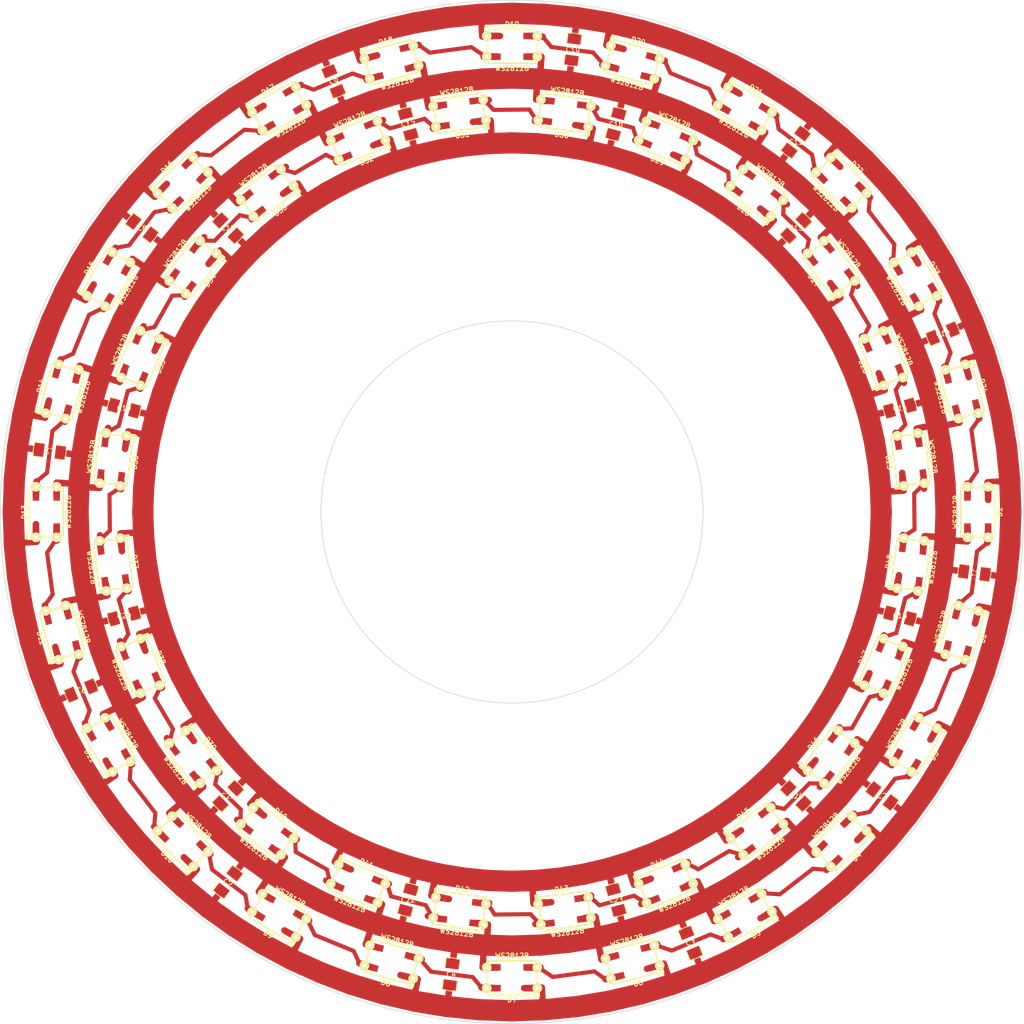
<source format=kicad_pcb>
(kicad_pcb (version 3) (host pcbnew "(2013-jul-07)-stable")

  (general
    (links 389)
    (no_connects 349)
    (area 0 0 0 0)
    (thickness 1.6)
    (drawings 0)
    (tracks 0)
    (zones 0)
    (modules 79)
    (nets 52)
  )

  (page User 203.2 182.4)
  (layers
    (15 F.Cu signal)
    (0 B.Cu signal)
    (16 B.Adhes user)
    (17 F.Adhes user)
    (18 B.Paste user)
    (19 F.Paste user)
    (20 B.SilkS user)
    (21 F.SilkS user)
    (22 B.Mask user)
    (23 F.Mask user)
    (24 Dwgs.User user)
    (25 Cmts.User user)
    (26 Eco1.User user)
    (27 Eco2.User user)
    (28 Edge.Cuts user)
  )

  (setup
    (last_trace_width 0.635)
    (trace_clearance 0.381)
    (zone_clearance 0.508)
    (zone_45_only no)
    (trace_min 0.254)
    (segment_width 0.2)
    (edge_width 0.1)
    (via_size 0.889)
    (via_drill 0.635)
    (via_min_size 0.889)
    (via_min_drill 0.508)
    (uvia_size 0.508)
    (uvia_drill 0.127)
    (uvias_allowed no)
    (uvia_min_size 0.508)
    (uvia_min_drill 0.127)
    (pcb_text_width 0.3)
    (pcb_text_size 1.5 1.5)
    (mod_edge_width 0.15)
    (mod_text_size 1 1)
    (mod_text_width 0.15)
    (pad_size 1.50114 1.00076)
    (pad_drill 0)
    (pad_to_mask_clearance 0)
    (aux_axis_origin 0 0)
    (visible_elements FFFFFFBF)
    (pcbplotparams
      (layerselection 3178497)
      (usegerberextensions true)
      (excludeedgelayer true)
      (linewidth 0.150000)
      (plotframeref false)
      (viasonmask false)
      (mode 1)
      (useauxorigin false)
      (hpglpennumber 1)
      (hpglpenspeed 20)
      (hpglpendiameter 15)
      (hpglpenoverlay 2)
      (psnegative false)
      (psa4output false)
      (plotreference true)
      (plotvalue true)
      (plotothertext true)
      (plotinvisibletext false)
      (padsonsilk false)
      (subtractmaskfromsilk false)
      (outputformat 1)
      (mirror false)
      (drillshape 1)
      (scaleselection 1)
      (outputdirectory ""))
  )

  (net_class Default "This is the default net class."
    (clearance 0.381)
    (trace_width 0.635)
    (via_dia 0.889)
    (via_drill 0.635)
    (uvia_dia 0.508)
    (uvia_drill 0.127)
  )


  (module WS2812BP (layer F.Cu) (tedit 5747A75B) (tstamp 57482A30)
    (at 171.000000 99.000000 90.000000)
    (path /5747B409)
    (fp_text reference D1 (at 0 3.29946 90.000000) (layer F.SilkS)
      (effects (font (size 0.762 0.762) (thickness 0.1524)))
    )
    (fp_text value WS2812B (at 0 -3.50012 90.000000) (layer F.SilkS)
      (effects (font (size 0.762 0.762) (thickness 0.1524)))
    )
    (fp_line (start 4.09956 2.90068) (end 4.20116 2.79908) (layer F.SilkS) (width 0.254))
    (fp_line (start 4.20116 2.79908) (end 4.20116 2.10058) (layer F.SilkS) (width 0.254))
    (fp_line (start 3.40106 2.90068) (end 4.09956 2.90068) (layer F.SilkS) (width 0.254))
    (fp_line (start 3.79984 -2.70002) (end 3.79984 2.49936) (layer F.SilkS) (width 0.254))
    (fp_line (start 3.79984 2.49936) (end -3.79984 2.49936) (layer F.SilkS) (width 0.254))
    (fp_line (start -3.79984 2.49936) (end -3.79984 -2.70002) (layer F.SilkS) (width 0.254))
    (fp_line (start -3.79984 -2.70002) (end 3.79984 -2.70002) (layer F.SilkS) (width 0.254))
    (pad 1 smd rect (at -2.49936 -1.69926 90.000000) (size 1.50114 1.00076)
      (layers F.Cu F.Paste F.Mask)
      (net 51 VDD)
    )
    (pad 2 smd rect (at -2.49936 1.50114 90.000000) (size 1.50114 1.00076)
      (layers F.Cu F.Paste F.Mask)
      (net 9 N-0000017)
    )
    (pad 3 smd oval (at 2.49936 1.50114 90.000000) (size 2.26314 1.00076)
      (layers F.Cu F.Paste F.Mask)
      (net 1 GND)
    )
    (pad 4 smd rect (at 2.49936 -1.69926 90.000000) (size 1.50114 1.00076)
      (layers F.Cu F.Paste F.Mask)
      (net 6 N-0000014)
    )
    (pad 1 thru_hole circle (at -3.9 -1.7) (size 1.5 1.5) (drill 0.6)
      (layers *.Cu *.Mask F.SilkS)
      (net 51 VDD)
    )
    (pad 2 thru_hole circle (at -3.9 1.5) (size 1.5 1.5) (drill 0.6)
      (layers *.Cu *.Mask F.SilkS)
      (net 9 N-0000017)
    )
    (pad 3 thru_hole circle (at 3.9 1.5) (size 1.5 1.5) (drill 0.6)
      (layers *.Cu *.Mask F.SilkS)
      (net 1 GND)
    )
    (pad 4 thru_hole circle (at 3.9 -1.7) (size 1.5 1.5) (drill 0.6)
      (layers *.Cu *.Mask F.SilkS)
      (net 6 N-0000014)
    )
  )

  (module WS2812BP (layer F.Cu) (tedit 5747A75B) (tstamp 57482A30)
    (at 168.546661 117.634956 75.000000)
    (path /5747B409)
    (fp_text reference D2 (at 0 3.29946 75.000000) (layer F.SilkS)
      (effects (font (size 0.762 0.762) (thickness 0.1524)))
    )
    (fp_text value WS2812B (at 0 -3.50012 75.000000) (layer F.SilkS)
      (effects (font (size 0.762 0.762) (thickness 0.1524)))
    )
    (fp_line (start 4.09956 2.90068) (end 4.20116 2.79908) (layer F.SilkS) (width 0.254))
    (fp_line (start 4.20116 2.79908) (end 4.20116 2.10058) (layer F.SilkS) (width 0.254))
    (fp_line (start 3.40106 2.90068) (end 4.09956 2.90068) (layer F.SilkS) (width 0.254))
    (fp_line (start 3.79984 -2.70002) (end 3.79984 2.49936) (layer F.SilkS) (width 0.254))
    (fp_line (start 3.79984 2.49936) (end -3.79984 2.49936) (layer F.SilkS) (width 0.254))
    (fp_line (start -3.79984 2.49936) (end -3.79984 -2.70002) (layer F.SilkS) (width 0.254))
    (fp_line (start -3.79984 -2.70002) (end 3.79984 -2.70002) (layer F.SilkS) (width 0.254))
    (pad 1 smd rect (at -2.49936 -1.69926 75.000000) (size 1.50114 1.00076)
      (layers F.Cu F.Paste F.Mask)
      (net 51 VDD)
    )
    (pad 2 smd rect (at -2.49936 1.50114 75.000000) (size 1.50114 1.00076)
      (layers F.Cu F.Paste F.Mask)
      (net 9 N-0000017)
    )
    (pad 3 smd oval (at 2.49936 1.50114 75.000000) (size 2.26314 1.00076)
      (layers F.Cu F.Paste F.Mask)
      (net 1 GND)
    )
    (pad 4 smd rect (at 2.49936 -1.69926 75.000000) (size 1.50114 1.00076)
      (layers F.Cu F.Paste F.Mask)
      (net 6 N-0000014)
    )
    (pad 1 thru_hole circle (at -3.9 -1.7) (size 1.5 1.5) (drill 0.6)
      (layers *.Cu *.Mask F.SilkS)
      (net 51 VDD)
    )
    (pad 2 thru_hole circle (at -3.9 1.5) (size 1.5 1.5) (drill 0.6)
      (layers *.Cu *.Mask F.SilkS)
      (net 9 N-0000017)
    )
    (pad 3 thru_hole circle (at 3.9 1.5) (size 1.5 1.5) (drill 0.6)
      (layers *.Cu *.Mask F.SilkS)
      (net 1 GND)
    )
    (pad 4 thru_hole circle (at 3.9 -1.7) (size 1.5 1.5) (drill 0.6)
      (layers *.Cu *.Mask F.SilkS)
      (net 6 N-0000014)
    )
  )

  (module WS2812BP (layer F.Cu) (tedit 5747A75B) (tstamp 57482A30)
    (at 161.353851 134.999969 60.000000)
    (path /5747B409)
    (fp_text reference D3 (at 0 3.29946 60.000000) (layer F.SilkS)
      (effects (font (size 0.762 0.762) (thickness 0.1524)))
    )
    (fp_text value WS2812B (at 0 -3.50012 60.000000) (layer F.SilkS)
      (effects (font (size 0.762 0.762) (thickness 0.1524)))
    )
    (fp_line (start 4.09956 2.90068) (end 4.20116 2.79908) (layer F.SilkS) (width 0.254))
    (fp_line (start 4.20116 2.79908) (end 4.20116 2.10058) (layer F.SilkS) (width 0.254))
    (fp_line (start 3.40106 2.90068) (end 4.09956 2.90068) (layer F.SilkS) (width 0.254))
    (fp_line (start 3.79984 -2.70002) (end 3.79984 2.49936) (layer F.SilkS) (width 0.254))
    (fp_line (start 3.79984 2.49936) (end -3.79984 2.49936) (layer F.SilkS) (width 0.254))
    (fp_line (start -3.79984 2.49936) (end -3.79984 -2.70002) (layer F.SilkS) (width 0.254))
    (fp_line (start -3.79984 -2.70002) (end 3.79984 -2.70002) (layer F.SilkS) (width 0.254))
    (pad 1 smd rect (at -2.49936 -1.69926 60.000000) (size 1.50114 1.00076)
      (layers F.Cu F.Paste F.Mask)
      (net 51 VDD)
    )
    (pad 2 smd rect (at -2.49936 1.50114 60.000000) (size 1.50114 1.00076)
      (layers F.Cu F.Paste F.Mask)
      (net 9 N-0000017)
    )
    (pad 3 smd oval (at 2.49936 1.50114 60.000000) (size 2.26314 1.00076)
      (layers F.Cu F.Paste F.Mask)
      (net 1 GND)
    )
    (pad 4 smd rect (at 2.49936 -1.69926 60.000000) (size 1.50114 1.00076)
      (layers F.Cu F.Paste F.Mask)
      (net 6 N-0000014)
    )
    (pad 1 thru_hole circle (at -3.9 -1.7) (size 1.5 1.5) (drill 0.6)
      (layers *.Cu *.Mask F.SilkS)
      (net 51 VDD)
    )
    (pad 2 thru_hole circle (at -3.9 1.5) (size 1.5 1.5) (drill 0.6)
      (layers *.Cu *.Mask F.SilkS)
      (net 9 N-0000017)
    )
    (pad 3 thru_hole circle (at 3.9 1.5) (size 1.5 1.5) (drill 0.6)
      (layers *.Cu *.Mask F.SilkS)
      (net 1 GND)
    )
    (pad 4 thru_hole circle (at 3.9 -1.7) (size 1.5 1.5) (drill 0.6)
      (layers *.Cu *.Mask F.SilkS)
      (net 6 N-0000014)
    )
  )

  (module WS2812BP (layer F.Cu) (tedit 5747A75B) (tstamp 57482A30)
    (at 149.911728 149.911652 45.000000)
    (path /5747B409)
    (fp_text reference D4 (at 0 3.29946 45.000000) (layer F.SilkS)
      (effects (font (size 0.762 0.762) (thickness 0.1524)))
    )
    (fp_text value WS2812B (at 0 -3.50012 45.000000) (layer F.SilkS)
      (effects (font (size 0.762 0.762) (thickness 0.1524)))
    )
    (fp_line (start 4.09956 2.90068) (end 4.20116 2.79908) (layer F.SilkS) (width 0.254))
    (fp_line (start 4.20116 2.79908) (end 4.20116 2.10058) (layer F.SilkS) (width 0.254))
    (fp_line (start 3.40106 2.90068) (end 4.09956 2.90068) (layer F.SilkS) (width 0.254))
    (fp_line (start 3.79984 -2.70002) (end 3.79984 2.49936) (layer F.SilkS) (width 0.254))
    (fp_line (start 3.79984 2.49936) (end -3.79984 2.49936) (layer F.SilkS) (width 0.254))
    (fp_line (start -3.79984 2.49936) (end -3.79984 -2.70002) (layer F.SilkS) (width 0.254))
    (fp_line (start -3.79984 -2.70002) (end 3.79984 -2.70002) (layer F.SilkS) (width 0.254))
    (pad 1 smd rect (at -2.49936 -1.69926 45.000000) (size 1.50114 1.00076)
      (layers F.Cu F.Paste F.Mask)
      (net 51 VDD)
    )
    (pad 2 smd rect (at -2.49936 1.50114 45.000000) (size 1.50114 1.00076)
      (layers F.Cu F.Paste F.Mask)
      (net 9 N-0000017)
    )
    (pad 3 smd oval (at 2.49936 1.50114 45.000000) (size 2.26314 1.00076)
      (layers F.Cu F.Paste F.Mask)
      (net 1 GND)
    )
    (pad 4 smd rect (at 2.49936 -1.69926 45.000000) (size 1.50114 1.00076)
      (layers F.Cu F.Paste F.Mask)
      (net 6 N-0000014)
    )
    (pad 1 thru_hole circle (at -3.9 -1.7) (size 1.5 1.5) (drill 0.6)
      (layers *.Cu *.Mask F.SilkS)
      (net 51 VDD)
    )
    (pad 2 thru_hole circle (at -3.9 1.5) (size 1.5 1.5) (drill 0.6)
      (layers *.Cu *.Mask F.SilkS)
      (net 9 N-0000017)
    )
    (pad 3 thru_hole circle (at 3.9 1.5) (size 1.5 1.5) (drill 0.6)
      (layers *.Cu *.Mask F.SilkS)
      (net 1 GND)
    )
    (pad 4 thru_hole circle (at 3.9 -1.7) (size 1.5 1.5) (drill 0.6)
      (layers *.Cu *.Mask F.SilkS)
      (net 6 N-0000014)
    )
  )

  (module WS2812BP (layer F.Cu) (tedit 5747A75B) (tstamp 57482A30)
    (at 135.000061 161.353790 30.000002)
    (path /5747B409)
    (fp_text reference D5 (at 0 3.29946 30.000002) (layer F.SilkS)
      (effects (font (size 0.762 0.762) (thickness 0.1524)))
    )
    (fp_text value WS2812B (at 0 -3.50012 30.000002) (layer F.SilkS)
      (effects (font (size 0.762 0.762) (thickness 0.1524)))
    )
    (fp_line (start 4.09956 2.90068) (end 4.20116 2.79908) (layer F.SilkS) (width 0.254))
    (fp_line (start 4.20116 2.79908) (end 4.20116 2.10058) (layer F.SilkS) (width 0.254))
    (fp_line (start 3.40106 2.90068) (end 4.09956 2.90068) (layer F.SilkS) (width 0.254))
    (fp_line (start 3.79984 -2.70002) (end 3.79984 2.49936) (layer F.SilkS) (width 0.254))
    (fp_line (start 3.79984 2.49936) (end -3.79984 2.49936) (layer F.SilkS) (width 0.254))
    (fp_line (start -3.79984 2.49936) (end -3.79984 -2.70002) (layer F.SilkS) (width 0.254))
    (fp_line (start -3.79984 -2.70002) (end 3.79984 -2.70002) (layer F.SilkS) (width 0.254))
    (pad 1 smd rect (at -2.49936 -1.69926 30.000002) (size 1.50114 1.00076)
      (layers F.Cu F.Paste F.Mask)
      (net 51 VDD)
    )
    (pad 2 smd rect (at -2.49936 1.50114 30.000002) (size 1.50114 1.00076)
      (layers F.Cu F.Paste F.Mask)
      (net 9 N-0000017)
    )
    (pad 3 smd oval (at 2.49936 1.50114 30.000002) (size 2.26314 1.00076)
      (layers F.Cu F.Paste F.Mask)
      (net 1 GND)
    )
    (pad 4 smd rect (at 2.49936 -1.69926 30.000002) (size 1.50114 1.00076)
      (layers F.Cu F.Paste F.Mask)
      (net 6 N-0000014)
    )
    (pad 1 thru_hole circle (at -3.9 -1.7) (size 1.5 1.5) (drill 0.6)
      (layers *.Cu *.Mask F.SilkS)
      (net 51 VDD)
    )
    (pad 2 thru_hole circle (at -3.9 1.5) (size 1.5 1.5) (drill 0.6)
      (layers *.Cu *.Mask F.SilkS)
      (net 9 N-0000017)
    )
    (pad 3 thru_hole circle (at 3.9 1.5) (size 1.5 1.5) (drill 0.6)
      (layers *.Cu *.Mask F.SilkS)
      (net 1 GND)
    )
    (pad 4 thru_hole circle (at 3.9 -1.7) (size 1.5 1.5) (drill 0.6)
      (layers *.Cu *.Mask F.SilkS)
      (net 6 N-0000014)
    )
  )

  (module WS2812BP (layer F.Cu) (tedit 5747A75B) (tstamp 57482A30)
    (at 117.635048 168.546646 14.999999)
    (path /5747B409)
    (fp_text reference D6 (at 0 3.29946 14.999999) (layer F.SilkS)
      (effects (font (size 0.762 0.762) (thickness 0.1524)))
    )
    (fp_text value WS2812B (at 0 -3.50012 14.999999) (layer F.SilkS)
      (effects (font (size 0.762 0.762) (thickness 0.1524)))
    )
    (fp_line (start 4.09956 2.90068) (end 4.20116 2.79908) (layer F.SilkS) (width 0.254))
    (fp_line (start 4.20116 2.79908) (end 4.20116 2.10058) (layer F.SilkS) (width 0.254))
    (fp_line (start 3.40106 2.90068) (end 4.09956 2.90068) (layer F.SilkS) (width 0.254))
    (fp_line (start 3.79984 -2.70002) (end 3.79984 2.49936) (layer F.SilkS) (width 0.254))
    (fp_line (start 3.79984 2.49936) (end -3.79984 2.49936) (layer F.SilkS) (width 0.254))
    (fp_line (start -3.79984 2.49936) (end -3.79984 -2.70002) (layer F.SilkS) (width 0.254))
    (fp_line (start -3.79984 -2.70002) (end 3.79984 -2.70002) (layer F.SilkS) (width 0.254))
    (pad 1 smd rect (at -2.49936 -1.69926 14.999999) (size 1.50114 1.00076)
      (layers F.Cu F.Paste F.Mask)
      (net 51 VDD)
    )
    (pad 2 smd rect (at -2.49936 1.50114 14.999999) (size 1.50114 1.00076)
      (layers F.Cu F.Paste F.Mask)
      (net 9 N-0000017)
    )
    (pad 3 smd oval (at 2.49936 1.50114 14.999999) (size 2.26314 1.00076)
      (layers F.Cu F.Paste F.Mask)
      (net 1 GND)
    )
    (pad 4 smd rect (at 2.49936 -1.69926 14.999999) (size 1.50114 1.00076)
      (layers F.Cu F.Paste F.Mask)
      (net 6 N-0000014)
    )
    (pad 1 thru_hole circle (at -3.9 -1.7) (size 1.5 1.5) (drill 0.6)
      (layers *.Cu *.Mask F.SilkS)
      (net 51 VDD)
    )
    (pad 2 thru_hole circle (at -3.9 1.5) (size 1.5 1.5) (drill 0.6)
      (layers *.Cu *.Mask F.SilkS)
      (net 9 N-0000017)
    )
    (pad 3 thru_hole circle (at 3.9 1.5) (size 1.5 1.5) (drill 0.6)
      (layers *.Cu *.Mask F.SilkS)
      (net 1 GND)
    )
    (pad 4 thru_hole circle (at 3.9 -1.7) (size 1.5 1.5) (drill 0.6)
      (layers *.Cu *.Mask F.SilkS)
      (net 6 N-0000014)
    )
  )

  (module WS2812BP (layer F.Cu) (tedit 5747A75B) (tstamp 57482A30)
    (at 99.000092 171.000000 -0.000003)
    (path /5747B409)
    (fp_text reference D7 (at 0 3.29946 -0.000003) (layer F.SilkS)
      (effects (font (size 0.762 0.762) (thickness 0.1524)))
    )
    (fp_text value WS2812B (at 0 -3.50012 -0.000003) (layer F.SilkS)
      (effects (font (size 0.762 0.762) (thickness 0.1524)))
    )
    (fp_line (start 4.09956 2.90068) (end 4.20116 2.79908) (layer F.SilkS) (width 0.254))
    (fp_line (start 4.20116 2.79908) (end 4.20116 2.10058) (layer F.SilkS) (width 0.254))
    (fp_line (start 3.40106 2.90068) (end 4.09956 2.90068) (layer F.SilkS) (width 0.254))
    (fp_line (start 3.79984 -2.70002) (end 3.79984 2.49936) (layer F.SilkS) (width 0.254))
    (fp_line (start 3.79984 2.49936) (end -3.79984 2.49936) (layer F.SilkS) (width 0.254))
    (fp_line (start -3.79984 2.49936) (end -3.79984 -2.70002) (layer F.SilkS) (width 0.254))
    (fp_line (start -3.79984 -2.70002) (end 3.79984 -2.70002) (layer F.SilkS) (width 0.254))
    (pad 1 smd rect (at -2.49936 -1.69926 -0.000003) (size 1.50114 1.00076)
      (layers F.Cu F.Paste F.Mask)
      (net 51 VDD)
    )
    (pad 2 smd rect (at -2.49936 1.50114 -0.000003) (size 1.50114 1.00076)
      (layers F.Cu F.Paste F.Mask)
      (net 9 N-0000017)
    )
    (pad 3 smd oval (at 2.49936 1.50114 -0.000003) (size 2.26314 1.00076)
      (layers F.Cu F.Paste F.Mask)
      (net 1 GND)
    )
    (pad 4 smd rect (at 2.49936 -1.69926 -0.000003) (size 1.50114 1.00076)
      (layers F.Cu F.Paste F.Mask)
      (net 6 N-0000014)
    )
    (pad 1 thru_hole circle (at -3.9 -1.7) (size 1.5 1.5) (drill 0.6)
      (layers *.Cu *.Mask F.SilkS)
      (net 51 VDD)
    )
    (pad 2 thru_hole circle (at -3.9 1.5) (size 1.5 1.5) (drill 0.6)
      (layers *.Cu *.Mask F.SilkS)
      (net 9 N-0000017)
    )
    (pad 3 thru_hole circle (at 3.9 1.5) (size 1.5 1.5) (drill 0.6)
      (layers *.Cu *.Mask F.SilkS)
      (net 1 GND)
    )
    (pad 4 thru_hole circle (at 3.9 -1.7) (size 1.5 1.5) (drill 0.6)
      (layers *.Cu *.Mask F.SilkS)
      (net 6 N-0000014)
    )
  )

  (module WS2812BP (layer F.Cu) (tedit 5747A75B) (tstamp 57482A30)
    (at 80.365135 168.546692 -14.999999)
    (path /5747B409)
    (fp_text reference D8 (at 0 3.29946 -14.999999) (layer F.SilkS)
      (effects (font (size 0.762 0.762) (thickness 0.1524)))
    )
    (fp_text value WS2812B (at 0 -3.50012 -14.999999) (layer F.SilkS)
      (effects (font (size 0.762 0.762) (thickness 0.1524)))
    )
    (fp_line (start 4.09956 2.90068) (end 4.20116 2.79908) (layer F.SilkS) (width 0.254))
    (fp_line (start 4.20116 2.79908) (end 4.20116 2.10058) (layer F.SilkS) (width 0.254))
    (fp_line (start 3.40106 2.90068) (end 4.09956 2.90068) (layer F.SilkS) (width 0.254))
    (fp_line (start 3.79984 -2.70002) (end 3.79984 2.49936) (layer F.SilkS) (width 0.254))
    (fp_line (start 3.79984 2.49936) (end -3.79984 2.49936) (layer F.SilkS) (width 0.254))
    (fp_line (start -3.79984 2.49936) (end -3.79984 -2.70002) (layer F.SilkS) (width 0.254))
    (fp_line (start -3.79984 -2.70002) (end 3.79984 -2.70002) (layer F.SilkS) (width 0.254))
    (pad 1 smd rect (at -2.49936 -1.69926 -14.999999) (size 1.50114 1.00076)
      (layers F.Cu F.Paste F.Mask)
      (net 51 VDD)
    )
    (pad 2 smd rect (at -2.49936 1.50114 -14.999999) (size 1.50114 1.00076)
      (layers F.Cu F.Paste F.Mask)
      (net 9 N-0000017)
    )
    (pad 3 smd oval (at 2.49936 1.50114 -14.999999) (size 2.26314 1.00076)
      (layers F.Cu F.Paste F.Mask)
      (net 1 GND)
    )
    (pad 4 smd rect (at 2.49936 -1.69926 -14.999999) (size 1.50114 1.00076)
      (layers F.Cu F.Paste F.Mask)
      (net 6 N-0000014)
    )
    (pad 1 thru_hole circle (at -3.9 -1.7) (size 1.5 1.5) (drill 0.6)
      (layers *.Cu *.Mask F.SilkS)
      (net 51 VDD)
    )
    (pad 2 thru_hole circle (at -3.9 1.5) (size 1.5 1.5) (drill 0.6)
      (layers *.Cu *.Mask F.SilkS)
      (net 9 N-0000017)
    )
    (pad 3 thru_hole circle (at 3.9 1.5) (size 1.5 1.5) (drill 0.6)
      (layers *.Cu *.Mask F.SilkS)
      (net 1 GND)
    )
    (pad 4 thru_hole circle (at 3.9 -1.7) (size 1.5 1.5) (drill 0.6)
      (layers *.Cu *.Mask F.SilkS)
      (net 6 N-0000014)
    )
  )

  (module WS2812BP (layer F.Cu) (tedit 5747A75B) (tstamp 57482A30)
    (at 63.000114 161.353897 -29.999996)
    (path /5747B409)
    (fp_text reference D9 (at 0 3.29946 -29.999996) (layer F.SilkS)
      (effects (font (size 0.762 0.762) (thickness 0.1524)))
    )
    (fp_text value WS2812B (at 0 -3.50012 -29.999996) (layer F.SilkS)
      (effects (font (size 0.762 0.762) (thickness 0.1524)))
    )
    (fp_line (start 4.09956 2.90068) (end 4.20116 2.79908) (layer F.SilkS) (width 0.254))
    (fp_line (start 4.20116 2.79908) (end 4.20116 2.10058) (layer F.SilkS) (width 0.254))
    (fp_line (start 3.40106 2.90068) (end 4.09956 2.90068) (layer F.SilkS) (width 0.254))
    (fp_line (start 3.79984 -2.70002) (end 3.79984 2.49936) (layer F.SilkS) (width 0.254))
    (fp_line (start 3.79984 2.49936) (end -3.79984 2.49936) (layer F.SilkS) (width 0.254))
    (fp_line (start -3.79984 2.49936) (end -3.79984 -2.70002) (layer F.SilkS) (width 0.254))
    (fp_line (start -3.79984 -2.70002) (end 3.79984 -2.70002) (layer F.SilkS) (width 0.254))
    (pad 1 smd rect (at -2.49936 -1.69926 -29.999996) (size 1.50114 1.00076)
      (layers F.Cu F.Paste F.Mask)
      (net 51 VDD)
    )
    (pad 2 smd rect (at -2.49936 1.50114 -29.999996) (size 1.50114 1.00076)
      (layers F.Cu F.Paste F.Mask)
      (net 9 N-0000017)
    )
    (pad 3 smd oval (at 2.49936 1.50114 -29.999996) (size 2.26314 1.00076)
      (layers F.Cu F.Paste F.Mask)
      (net 1 GND)
    )
    (pad 4 smd rect (at 2.49936 -1.69926 -29.999996) (size 1.50114 1.00076)
      (layers F.Cu F.Paste F.Mask)
      (net 6 N-0000014)
    )
    (pad 1 thru_hole circle (at -3.9 -1.7) (size 1.5 1.5) (drill 0.6)
      (layers *.Cu *.Mask F.SilkS)
      (net 51 VDD)
    )
    (pad 2 thru_hole circle (at -3.9 1.5) (size 1.5 1.5) (drill 0.6)
      (layers *.Cu *.Mask F.SilkS)
      (net 9 N-0000017)
    )
    (pad 3 thru_hole circle (at 3.9 1.5) (size 1.5 1.5) (drill 0.6)
      (layers *.Cu *.Mask F.SilkS)
      (net 1 GND)
    )
    (pad 4 thru_hole circle (at 3.9 -1.7) (size 1.5 1.5) (drill 0.6)
      (layers *.Cu *.Mask F.SilkS)
      (net 6 N-0000014)
    )
  )

  (module WS2812BP (layer F.Cu) (tedit 5747A75B) (tstamp 57482A30)
    (at 48.088409 149.911789 -45.000004)
    (path /5747B409)
    (fp_text reference D10 (at 0 3.29946 -45.000004) (layer F.SilkS)
      (effects (font (size 0.762 0.762) (thickness 0.1524)))
    )
    (fp_text value WS2812B (at 0 -3.50012 -45.000004) (layer F.SilkS)
      (effects (font (size 0.762 0.762) (thickness 0.1524)))
    )
    (fp_line (start 4.09956 2.90068) (end 4.20116 2.79908) (layer F.SilkS) (width 0.254))
    (fp_line (start 4.20116 2.79908) (end 4.20116 2.10058) (layer F.SilkS) (width 0.254))
    (fp_line (start 3.40106 2.90068) (end 4.09956 2.90068) (layer F.SilkS) (width 0.254))
    (fp_line (start 3.79984 -2.70002) (end 3.79984 2.49936) (layer F.SilkS) (width 0.254))
    (fp_line (start 3.79984 2.49936) (end -3.79984 2.49936) (layer F.SilkS) (width 0.254))
    (fp_line (start -3.79984 2.49936) (end -3.79984 -2.70002) (layer F.SilkS) (width 0.254))
    (fp_line (start -3.79984 -2.70002) (end 3.79984 -2.70002) (layer F.SilkS) (width 0.254))
    (pad 1 smd rect (at -2.49936 -1.69926 -45.000004) (size 1.50114 1.00076)
      (layers F.Cu F.Paste F.Mask)
      (net 51 VDD)
    )
    (pad 2 smd rect (at -2.49936 1.50114 -45.000004) (size 1.50114 1.00076)
      (layers F.Cu F.Paste F.Mask)
      (net 9 N-0000017)
    )
    (pad 3 smd oval (at 2.49936 1.50114 -45.000004) (size 2.26314 1.00076)
      (layers F.Cu F.Paste F.Mask)
      (net 1 GND)
    )
    (pad 4 smd rect (at 2.49936 -1.69926 -45.000004) (size 1.50114 1.00076)
      (layers F.Cu F.Paste F.Mask)
      (net 6 N-0000014)
    )
    (pad 1 thru_hole circle (at -3.9 -1.7) (size 1.5 1.5) (drill 0.6)
      (layers *.Cu *.Mask F.SilkS)
      (net 51 VDD)
    )
    (pad 2 thru_hole circle (at -3.9 1.5) (size 1.5 1.5) (drill 0.6)
      (layers *.Cu *.Mask F.SilkS)
      (net 9 N-0000017)
    )
    (pad 3 thru_hole circle (at 3.9 1.5) (size 1.5 1.5) (drill 0.6)
      (layers *.Cu *.Mask F.SilkS)
      (net 1 GND)
    )
    (pad 4 thru_hole circle (at 3.9 -1.7) (size 1.5 1.5) (drill 0.6)
      (layers *.Cu *.Mask F.SilkS)
      (net 6 N-0000014)
    )
  )

  (module WS2812BP (layer F.Cu) (tedit 5747A75B) (tstamp 57482A30)
    (at 36.646252 135.000137 -60.000000)
    (path /5747B409)
    (fp_text reference D11 (at 0 3.29946 -60.000000) (layer F.SilkS)
      (effects (font (size 0.762 0.762) (thickness 0.1524)))
    )
    (fp_text value WS2812B (at 0 -3.50012 -60.000000) (layer F.SilkS)
      (effects (font (size 0.762 0.762) (thickness 0.1524)))
    )
    (fp_line (start 4.09956 2.90068) (end 4.20116 2.79908) (layer F.SilkS) (width 0.254))
    (fp_line (start 4.20116 2.79908) (end 4.20116 2.10058) (layer F.SilkS) (width 0.254))
    (fp_line (start 3.40106 2.90068) (end 4.09956 2.90068) (layer F.SilkS) (width 0.254))
    (fp_line (start 3.79984 -2.70002) (end 3.79984 2.49936) (layer F.SilkS) (width 0.254))
    (fp_line (start 3.79984 2.49936) (end -3.79984 2.49936) (layer F.SilkS) (width 0.254))
    (fp_line (start -3.79984 2.49936) (end -3.79984 -2.70002) (layer F.SilkS) (width 0.254))
    (fp_line (start -3.79984 -2.70002) (end 3.79984 -2.70002) (layer F.SilkS) (width 0.254))
    (pad 1 smd rect (at -2.49936 -1.69926 -60.000000) (size 1.50114 1.00076)
      (layers F.Cu F.Paste F.Mask)
      (net 51 VDD)
    )
    (pad 2 smd rect (at -2.49936 1.50114 -60.000000) (size 1.50114 1.00076)
      (layers F.Cu F.Paste F.Mask)
      (net 9 N-0000017)
    )
    (pad 3 smd oval (at 2.49936 1.50114 -60.000000) (size 2.26314 1.00076)
      (layers F.Cu F.Paste F.Mask)
      (net 1 GND)
    )
    (pad 4 smd rect (at 2.49936 -1.69926 -60.000000) (size 1.50114 1.00076)
      (layers F.Cu F.Paste F.Mask)
      (net 6 N-0000014)
    )
    (pad 1 thru_hole circle (at -3.9 -1.7) (size 1.5 1.5) (drill 0.6)
      (layers *.Cu *.Mask F.SilkS)
      (net 51 VDD)
    )
    (pad 2 thru_hole circle (at -3.9 1.5) (size 1.5 1.5) (drill 0.6)
      (layers *.Cu *.Mask F.SilkS)
      (net 9 N-0000017)
    )
    (pad 3 thru_hole circle (at 3.9 1.5) (size 1.5 1.5) (drill 0.6)
      (layers *.Cu *.Mask F.SilkS)
      (net 1 GND)
    )
    (pad 4 thru_hole circle (at 3.9 -1.7) (size 1.5 1.5) (drill 0.6)
      (layers *.Cu *.Mask F.SilkS)
      (net 6 N-0000014)
    )
  )

  (module WS2812BP (layer F.Cu) (tedit 5747A75B) (tstamp 57482A30)
    (at 29.453386 117.635147 -75.000000)
    (path /5747B409)
    (fp_text reference D12 (at 0 3.29946 -75.000000) (layer F.SilkS)
      (effects (font (size 0.762 0.762) (thickness 0.1524)))
    )
    (fp_text value WS2812B (at 0 -3.50012 -75.000000) (layer F.SilkS)
      (effects (font (size 0.762 0.762) (thickness 0.1524)))
    )
    (fp_line (start 4.09956 2.90068) (end 4.20116 2.79908) (layer F.SilkS) (width 0.254))
    (fp_line (start 4.20116 2.79908) (end 4.20116 2.10058) (layer F.SilkS) (width 0.254))
    (fp_line (start 3.40106 2.90068) (end 4.09956 2.90068) (layer F.SilkS) (width 0.254))
    (fp_line (start 3.79984 -2.70002) (end 3.79984 2.49936) (layer F.SilkS) (width 0.254))
    (fp_line (start 3.79984 2.49936) (end -3.79984 2.49936) (layer F.SilkS) (width 0.254))
    (fp_line (start -3.79984 2.49936) (end -3.79984 -2.70002) (layer F.SilkS) (width 0.254))
    (fp_line (start -3.79984 -2.70002) (end 3.79984 -2.70002) (layer F.SilkS) (width 0.254))
    (pad 1 smd rect (at -2.49936 -1.69926 -75.000000) (size 1.50114 1.00076)
      (layers F.Cu F.Paste F.Mask)
      (net 51 VDD)
    )
    (pad 2 smd rect (at -2.49936 1.50114 -75.000000) (size 1.50114 1.00076)
      (layers F.Cu F.Paste F.Mask)
      (net 9 N-0000017)
    )
    (pad 3 smd oval (at 2.49936 1.50114 -75.000000) (size 2.26314 1.00076)
      (layers F.Cu F.Paste F.Mask)
      (net 1 GND)
    )
    (pad 4 smd rect (at 2.49936 -1.69926 -75.000000) (size 1.50114 1.00076)
      (layers F.Cu F.Paste F.Mask)
      (net 6 N-0000014)
    )
    (pad 1 thru_hole circle (at -3.9 -1.7) (size 1.5 1.5) (drill 0.6)
      (layers *.Cu *.Mask F.SilkS)
      (net 51 VDD)
    )
    (pad 2 thru_hole circle (at -3.9 1.5) (size 1.5 1.5) (drill 0.6)
      (layers *.Cu *.Mask F.SilkS)
      (net 9 N-0000017)
    )
    (pad 3 thru_hole circle (at 3.9 1.5) (size 1.5 1.5) (drill 0.6)
      (layers *.Cu *.Mask F.SilkS)
      (net 1 GND)
    )
    (pad 4 thru_hole circle (at 3.9 -1.7) (size 1.5 1.5) (drill 0.6)
      (layers *.Cu *.Mask F.SilkS)
      (net 6 N-0000014)
    )
  )

  (module WS2812BP (layer F.Cu) (tedit 5747A75B) (tstamp 57482A30)
    (at 27.000000 99.000183 -90.000008)
    (path /5747B409)
    (fp_text reference D13 (at 0 3.29946 -90.000008) (layer F.SilkS)
      (effects (font (size 0.762 0.762) (thickness 0.1524)))
    )
    (fp_text value WS2812B (at 0 -3.50012 -90.000008) (layer F.SilkS)
      (effects (font (size 0.762 0.762) (thickness 0.1524)))
    )
    (fp_line (start 4.09956 2.90068) (end 4.20116 2.79908) (layer F.SilkS) (width 0.254))
    (fp_line (start 4.20116 2.79908) (end 4.20116 2.10058) (layer F.SilkS) (width 0.254))
    (fp_line (start 3.40106 2.90068) (end 4.09956 2.90068) (layer F.SilkS) (width 0.254))
    (fp_line (start 3.79984 -2.70002) (end 3.79984 2.49936) (layer F.SilkS) (width 0.254))
    (fp_line (start 3.79984 2.49936) (end -3.79984 2.49936) (layer F.SilkS) (width 0.254))
    (fp_line (start -3.79984 2.49936) (end -3.79984 -2.70002) (layer F.SilkS) (width 0.254))
    (fp_line (start -3.79984 -2.70002) (end 3.79984 -2.70002) (layer F.SilkS) (width 0.254))
    (pad 1 smd rect (at -2.49936 -1.69926 -90.000008) (size 1.50114 1.00076)
      (layers F.Cu F.Paste F.Mask)
      (net 51 VDD)
    )
    (pad 2 smd rect (at -2.49936 1.50114 -90.000008) (size 1.50114 1.00076)
      (layers F.Cu F.Paste F.Mask)
      (net 9 N-0000017)
    )
    (pad 3 smd oval (at 2.49936 1.50114 -90.000008) (size 2.26314 1.00076)
      (layers F.Cu F.Paste F.Mask)
      (net 1 GND)
    )
    (pad 4 smd rect (at 2.49936 -1.69926 -90.000008) (size 1.50114 1.00076)
      (layers F.Cu F.Paste F.Mask)
      (net 6 N-0000014)
    )
    (pad 1 thru_hole circle (at -3.9 -1.7) (size 1.5 1.5) (drill 0.6)
      (layers *.Cu *.Mask F.SilkS)
      (net 51 VDD)
    )
    (pad 2 thru_hole circle (at -3.9 1.5) (size 1.5 1.5) (drill 0.6)
      (layers *.Cu *.Mask F.SilkS)
      (net 9 N-0000017)
    )
    (pad 3 thru_hole circle (at 3.9 1.5) (size 1.5 1.5) (drill 0.6)
      (layers *.Cu *.Mask F.SilkS)
      (net 1 GND)
    )
    (pad 4 thru_hole circle (at 3.9 -1.7) (size 1.5 1.5) (drill 0.6)
      (layers *.Cu *.Mask F.SilkS)
      (net 6 N-0000014)
    )
  )

  (module WS2812BP (layer F.Cu) (tedit 5747A75B) (tstamp 57482A30)
    (at 29.453287 80.365227 -105.000000)
    (path /5747B409)
    (fp_text reference D14 (at 0 3.29946 -105.000000) (layer F.SilkS)
      (effects (font (size 0.762 0.762) (thickness 0.1524)))
    )
    (fp_text value WS2812B (at 0 -3.50012 -105.000000) (layer F.SilkS)
      (effects (font (size 0.762 0.762) (thickness 0.1524)))
    )
    (fp_line (start 4.09956 2.90068) (end 4.20116 2.79908) (layer F.SilkS) (width 0.254))
    (fp_line (start 4.20116 2.79908) (end 4.20116 2.10058) (layer F.SilkS) (width 0.254))
    (fp_line (start 3.40106 2.90068) (end 4.09956 2.90068) (layer F.SilkS) (width 0.254))
    (fp_line (start 3.79984 -2.70002) (end 3.79984 2.49936) (layer F.SilkS) (width 0.254))
    (fp_line (start 3.79984 2.49936) (end -3.79984 2.49936) (layer F.SilkS) (width 0.254))
    (fp_line (start -3.79984 2.49936) (end -3.79984 -2.70002) (layer F.SilkS) (width 0.254))
    (fp_line (start -3.79984 -2.70002) (end 3.79984 -2.70002) (layer F.SilkS) (width 0.254))
    (pad 1 smd rect (at -2.49936 -1.69926 -105.000000) (size 1.50114 1.00076)
      (layers F.Cu F.Paste F.Mask)
      (net 51 VDD)
    )
    (pad 2 smd rect (at -2.49936 1.50114 -105.000000) (size 1.50114 1.00076)
      (layers F.Cu F.Paste F.Mask)
      (net 9 N-0000017)
    )
    (pad 3 smd oval (at 2.49936 1.50114 -105.000000) (size 2.26314 1.00076)
      (layers F.Cu F.Paste F.Mask)
      (net 1 GND)
    )
    (pad 4 smd rect (at 2.49936 -1.69926 -105.000000) (size 1.50114 1.00076)
      (layers F.Cu F.Paste F.Mask)
      (net 6 N-0000014)
    )
    (pad 1 thru_hole circle (at -3.9 -1.7) (size 1.5 1.5) (drill 0.6)
      (layers *.Cu *.Mask F.SilkS)
      (net 51 VDD)
    )
    (pad 2 thru_hole circle (at -3.9 1.5) (size 1.5 1.5) (drill 0.6)
      (layers *.Cu *.Mask F.SilkS)
      (net 9 N-0000017)
    )
    (pad 3 thru_hole circle (at 3.9 1.5) (size 1.5 1.5) (drill 0.6)
      (layers *.Cu *.Mask F.SilkS)
      (net 1 GND)
    )
    (pad 4 thru_hole circle (at 3.9 -1.7) (size 1.5 1.5) (drill 0.6)
      (layers *.Cu *.Mask F.SilkS)
      (net 6 N-0000014)
    )
  )

  (module WS2812BP (layer F.Cu) (tedit 5747A75B) (tstamp 57482A30)
    (at 36.646057 63.000195 -120.000000)
    (path /5747B409)
    (fp_text reference D15 (at 0 3.29946 -120.000000) (layer F.SilkS)
      (effects (font (size 0.762 0.762) (thickness 0.1524)))
    )
    (fp_text value WS2812B (at 0 -3.50012 -120.000000) (layer F.SilkS)
      (effects (font (size 0.762 0.762) (thickness 0.1524)))
    )
    (fp_line (start 4.09956 2.90068) (end 4.20116 2.79908) (layer F.SilkS) (width 0.254))
    (fp_line (start 4.20116 2.79908) (end 4.20116 2.10058) (layer F.SilkS) (width 0.254))
    (fp_line (start 3.40106 2.90068) (end 4.09956 2.90068) (layer F.SilkS) (width 0.254))
    (fp_line (start 3.79984 -2.70002) (end 3.79984 2.49936) (layer F.SilkS) (width 0.254))
    (fp_line (start 3.79984 2.49936) (end -3.79984 2.49936) (layer F.SilkS) (width 0.254))
    (fp_line (start -3.79984 2.49936) (end -3.79984 -2.70002) (layer F.SilkS) (width 0.254))
    (fp_line (start -3.79984 -2.70002) (end 3.79984 -2.70002) (layer F.SilkS) (width 0.254))
    (pad 1 smd rect (at -2.49936 -1.69926 -120.000000) (size 1.50114 1.00076)
      (layers F.Cu F.Paste F.Mask)
      (net 51 VDD)
    )
    (pad 2 smd rect (at -2.49936 1.50114 -120.000000) (size 1.50114 1.00076)
      (layers F.Cu F.Paste F.Mask)
      (net 9 N-0000017)
    )
    (pad 3 smd oval (at 2.49936 1.50114 -120.000000) (size 2.26314 1.00076)
      (layers F.Cu F.Paste F.Mask)
      (net 1 GND)
    )
    (pad 4 smd rect (at 2.49936 -1.69926 -120.000000) (size 1.50114 1.00076)
      (layers F.Cu F.Paste F.Mask)
      (net 6 N-0000014)
    )
    (pad 1 thru_hole circle (at -3.9 -1.7) (size 1.5 1.5) (drill 0.6)
      (layers *.Cu *.Mask F.SilkS)
      (net 51 VDD)
    )
    (pad 2 thru_hole circle (at -3.9 1.5) (size 1.5 1.5) (drill 0.6)
      (layers *.Cu *.Mask F.SilkS)
      (net 9 N-0000017)
    )
    (pad 3 thru_hole circle (at 3.9 1.5) (size 1.5 1.5) (drill 0.6)
      (layers *.Cu *.Mask F.SilkS)
      (net 1 GND)
    )
    (pad 4 thru_hole circle (at 3.9 -1.7) (size 1.5 1.5) (drill 0.6)
      (layers *.Cu *.Mask F.SilkS)
      (net 6 N-0000014)
    )
  )

  (module WS2812BP (layer F.Cu) (tedit 5747A75B) (tstamp 57482A30)
    (at 48.088139 48.088486 -135.000000)
    (path /5747B409)
    (fp_text reference D16 (at 0 3.29946 -135.000000) (layer F.SilkS)
      (effects (font (size 0.762 0.762) (thickness 0.1524)))
    )
    (fp_text value WS2812B (at 0 -3.50012 -135.000000) (layer F.SilkS)
      (effects (font (size 0.762 0.762) (thickness 0.1524)))
    )
    (fp_line (start 4.09956 2.90068) (end 4.20116 2.79908) (layer F.SilkS) (width 0.254))
    (fp_line (start 4.20116 2.79908) (end 4.20116 2.10058) (layer F.SilkS) (width 0.254))
    (fp_line (start 3.40106 2.90068) (end 4.09956 2.90068) (layer F.SilkS) (width 0.254))
    (fp_line (start 3.79984 -2.70002) (end 3.79984 2.49936) (layer F.SilkS) (width 0.254))
    (fp_line (start 3.79984 2.49936) (end -3.79984 2.49936) (layer F.SilkS) (width 0.254))
    (fp_line (start -3.79984 2.49936) (end -3.79984 -2.70002) (layer F.SilkS) (width 0.254))
    (fp_line (start -3.79984 -2.70002) (end 3.79984 -2.70002) (layer F.SilkS) (width 0.254))
    (pad 1 smd rect (at -2.49936 -1.69926 -135.000000) (size 1.50114 1.00076)
      (layers F.Cu F.Paste F.Mask)
      (net 51 VDD)
    )
    (pad 2 smd rect (at -2.49936 1.50114 -135.000000) (size 1.50114 1.00076)
      (layers F.Cu F.Paste F.Mask)
      (net 9 N-0000017)
    )
    (pad 3 smd oval (at 2.49936 1.50114 -135.000000) (size 2.26314 1.00076)
      (layers F.Cu F.Paste F.Mask)
      (net 1 GND)
    )
    (pad 4 smd rect (at 2.49936 -1.69926 -135.000000) (size 1.50114 1.00076)
      (layers F.Cu F.Paste F.Mask)
      (net 6 N-0000014)
    )
    (pad 1 thru_hole circle (at -3.9 -1.7) (size 1.5 1.5) (drill 0.6)
      (layers *.Cu *.Mask F.SilkS)
      (net 51 VDD)
    )
    (pad 2 thru_hole circle (at -3.9 1.5) (size 1.5 1.5) (drill 0.6)
      (layers *.Cu *.Mask F.SilkS)
      (net 9 N-0000017)
    )
    (pad 3 thru_hole circle (at 3.9 1.5) (size 1.5 1.5) (drill 0.6)
      (layers *.Cu *.Mask F.SilkS)
      (net 1 GND)
    )
    (pad 4 thru_hole circle (at 3.9 -1.7) (size 1.5 1.5) (drill 0.6)
      (layers *.Cu *.Mask F.SilkS)
      (net 6 N-0000014)
    )
  )

  (module WS2812BP (layer F.Cu) (tedit 5747A75B) (tstamp 57482A30)
    (at 62.999771 36.646305 -149.999985)
    (path /5747B409)
    (fp_text reference D17 (at 0 3.29946 -149.999985) (layer F.SilkS)
      (effects (font (size 0.762 0.762) (thickness 0.1524)))
    )
    (fp_text value WS2812B (at 0 -3.50012 -149.999985) (layer F.SilkS)
      (effects (font (size 0.762 0.762) (thickness 0.1524)))
    )
    (fp_line (start 4.09956 2.90068) (end 4.20116 2.79908) (layer F.SilkS) (width 0.254))
    (fp_line (start 4.20116 2.79908) (end 4.20116 2.10058) (layer F.SilkS) (width 0.254))
    (fp_line (start 3.40106 2.90068) (end 4.09956 2.90068) (layer F.SilkS) (width 0.254))
    (fp_line (start 3.79984 -2.70002) (end 3.79984 2.49936) (layer F.SilkS) (width 0.254))
    (fp_line (start 3.79984 2.49936) (end -3.79984 2.49936) (layer F.SilkS) (width 0.254))
    (fp_line (start -3.79984 2.49936) (end -3.79984 -2.70002) (layer F.SilkS) (width 0.254))
    (fp_line (start -3.79984 -2.70002) (end 3.79984 -2.70002) (layer F.SilkS) (width 0.254))
    (pad 1 smd rect (at -2.49936 -1.69926 -149.999985) (size 1.50114 1.00076)
      (layers F.Cu F.Paste F.Mask)
      (net 51 VDD)
    )
    (pad 2 smd rect (at -2.49936 1.50114 -149.999985) (size 1.50114 1.00076)
      (layers F.Cu F.Paste F.Mask)
      (net 9 N-0000017)
    )
    (pad 3 smd oval (at 2.49936 1.50114 -149.999985) (size 2.26314 1.00076)
      (layers F.Cu F.Paste F.Mask)
      (net 1 GND)
    )
    (pad 4 smd rect (at 2.49936 -1.69926 -149.999985) (size 1.50114 1.00076)
      (layers F.Cu F.Paste F.Mask)
      (net 6 N-0000014)
    )
    (pad 1 thru_hole circle (at -3.9 -1.7) (size 1.5 1.5) (drill 0.6)
      (layers *.Cu *.Mask F.SilkS)
      (net 51 VDD)
    )
    (pad 2 thru_hole circle (at -3.9 1.5) (size 1.5 1.5) (drill 0.6)
      (layers *.Cu *.Mask F.SilkS)
      (net 9 N-0000017)
    )
    (pad 3 thru_hole circle (at 3.9 1.5) (size 1.5 1.5) (drill 0.6)
      (layers *.Cu *.Mask F.SilkS)
      (net 1 GND)
    )
    (pad 4 thru_hole circle (at 3.9 -1.7) (size 1.5 1.5) (drill 0.6)
      (layers *.Cu *.Mask F.SilkS)
      (net 6 N-0000014)
    )
  )

  (module WS2812BP (layer F.Cu) (tedit 5747A75B) (tstamp 57482A30)
    (at 80.364769 29.453411 -165.000000)
    (path /5747B409)
    (fp_text reference D18 (at 0 3.29946 -165.000000) (layer F.SilkS)
      (effects (font (size 0.762 0.762) (thickness 0.1524)))
    )
    (fp_text value WS2812B (at 0 -3.50012 -165.000000) (layer F.SilkS)
      (effects (font (size 0.762 0.762) (thickness 0.1524)))
    )
    (fp_line (start 4.09956 2.90068) (end 4.20116 2.79908) (layer F.SilkS) (width 0.254))
    (fp_line (start 4.20116 2.79908) (end 4.20116 2.10058) (layer F.SilkS) (width 0.254))
    (fp_line (start 3.40106 2.90068) (end 4.09956 2.90068) (layer F.SilkS) (width 0.254))
    (fp_line (start 3.79984 -2.70002) (end 3.79984 2.49936) (layer F.SilkS) (width 0.254))
    (fp_line (start 3.79984 2.49936) (end -3.79984 2.49936) (layer F.SilkS) (width 0.254))
    (fp_line (start -3.79984 2.49936) (end -3.79984 -2.70002) (layer F.SilkS) (width 0.254))
    (fp_line (start -3.79984 -2.70002) (end 3.79984 -2.70002) (layer F.SilkS) (width 0.254))
    (pad 1 smd rect (at -2.49936 -1.69926 -165.000000) (size 1.50114 1.00076)
      (layers F.Cu F.Paste F.Mask)
      (net 51 VDD)
    )
    (pad 2 smd rect (at -2.49936 1.50114 -165.000000) (size 1.50114 1.00076)
      (layers F.Cu F.Paste F.Mask)
      (net 9 N-0000017)
    )
    (pad 3 smd oval (at 2.49936 1.50114 -165.000000) (size 2.26314 1.00076)
      (layers F.Cu F.Paste F.Mask)
      (net 1 GND)
    )
    (pad 4 smd rect (at 2.49936 -1.69926 -165.000000) (size 1.50114 1.00076)
      (layers F.Cu F.Paste F.Mask)
      (net 6 N-0000014)
    )
    (pad 1 thru_hole circle (at -3.9 -1.7) (size 1.5 1.5) (drill 0.6)
      (layers *.Cu *.Mask F.SilkS)
      (net 51 VDD)
    )
    (pad 2 thru_hole circle (at -3.9 1.5) (size 1.5 1.5) (drill 0.6)
      (layers *.Cu *.Mask F.SilkS)
      (net 9 N-0000017)
    )
    (pad 3 thru_hole circle (at 3.9 1.5) (size 1.5 1.5) (drill 0.6)
      (layers *.Cu *.Mask F.SilkS)
      (net 1 GND)
    )
    (pad 4 thru_hole circle (at 3.9 -1.7) (size 1.5 1.5) (drill 0.6)
      (layers *.Cu *.Mask F.SilkS)
      (net 6 N-0000014)
    )
  )

  (module WS2812BP (layer F.Cu) (tedit 5747A75B) (tstamp 57482A30)
    (at 98.999725 27.000000 -180.000015)
    (path /5747B409)
    (fp_text reference D19 (at 0 3.29946 -180.000015) (layer F.SilkS)
      (effects (font (size 0.762 0.762) (thickness 0.1524)))
    )
    (fp_text value WS2812B (at 0 -3.50012 -180.000015) (layer F.SilkS)
      (effects (font (size 0.762 0.762) (thickness 0.1524)))
    )
    (fp_line (start 4.09956 2.90068) (end 4.20116 2.79908) (layer F.SilkS) (width 0.254))
    (fp_line (start 4.20116 2.79908) (end 4.20116 2.10058) (layer F.SilkS) (width 0.254))
    (fp_line (start 3.40106 2.90068) (end 4.09956 2.90068) (layer F.SilkS) (width 0.254))
    (fp_line (start 3.79984 -2.70002) (end 3.79984 2.49936) (layer F.SilkS) (width 0.254))
    (fp_line (start 3.79984 2.49936) (end -3.79984 2.49936) (layer F.SilkS) (width 0.254))
    (fp_line (start -3.79984 2.49936) (end -3.79984 -2.70002) (layer F.SilkS) (width 0.254))
    (fp_line (start -3.79984 -2.70002) (end 3.79984 -2.70002) (layer F.SilkS) (width 0.254))
    (pad 1 smd rect (at -2.49936 -1.69926 -180.000015) (size 1.50114 1.00076)
      (layers F.Cu F.Paste F.Mask)
      (net 51 VDD)
    )
    (pad 2 smd rect (at -2.49936 1.50114 -180.000015) (size 1.50114 1.00076)
      (layers F.Cu F.Paste F.Mask)
      (net 9 N-0000017)
    )
    (pad 3 smd oval (at 2.49936 1.50114 -180.000015) (size 2.26314 1.00076)
      (layers F.Cu F.Paste F.Mask)
      (net 1 GND)
    )
    (pad 4 smd rect (at 2.49936 -1.69926 -180.000015) (size 1.50114 1.00076)
      (layers F.Cu F.Paste F.Mask)
      (net 6 N-0000014)
    )
    (pad 1 thru_hole circle (at -3.9 -1.7) (size 1.5 1.5) (drill 0.6)
      (layers *.Cu *.Mask F.SilkS)
      (net 51 VDD)
    )
    (pad 2 thru_hole circle (at -3.9 1.5) (size 1.5 1.5) (drill 0.6)
      (layers *.Cu *.Mask F.SilkS)
      (net 9 N-0000017)
    )
    (pad 3 thru_hole circle (at 3.9 1.5) (size 1.5 1.5) (drill 0.6)
      (layers *.Cu *.Mask F.SilkS)
      (net 1 GND)
    )
    (pad 4 thru_hole circle (at 3.9 -1.7) (size 1.5 1.5) (drill 0.6)
      (layers *.Cu *.Mask F.SilkS)
      (net 6 N-0000014)
    )
  )

  (module WS2812BP (layer F.Cu) (tedit 5747A75B) (tstamp 57482A30)
    (at 117.634666 29.453260 -195.000000)
    (path /5747B409)
    (fp_text reference D20 (at 0 3.29946 -195.000000) (layer F.SilkS)
      (effects (font (size 0.762 0.762) (thickness 0.1524)))
    )
    (fp_text value WS2812B (at 0 -3.50012 -195.000000) (layer F.SilkS)
      (effects (font (size 0.762 0.762) (thickness 0.1524)))
    )
    (fp_line (start 4.09956 2.90068) (end 4.20116 2.79908) (layer F.SilkS) (width 0.254))
    (fp_line (start 4.20116 2.79908) (end 4.20116 2.10058) (layer F.SilkS) (width 0.254))
    (fp_line (start 3.40106 2.90068) (end 4.09956 2.90068) (layer F.SilkS) (width 0.254))
    (fp_line (start 3.79984 -2.70002) (end 3.79984 2.49936) (layer F.SilkS) (width 0.254))
    (fp_line (start 3.79984 2.49936) (end -3.79984 2.49936) (layer F.SilkS) (width 0.254))
    (fp_line (start -3.79984 2.49936) (end -3.79984 -2.70002) (layer F.SilkS) (width 0.254))
    (fp_line (start -3.79984 -2.70002) (end 3.79984 -2.70002) (layer F.SilkS) (width 0.254))
    (pad 1 smd rect (at -2.49936 -1.69926 -195.000000) (size 1.50114 1.00076)
      (layers F.Cu F.Paste F.Mask)
      (net 51 VDD)
    )
    (pad 2 smd rect (at -2.49936 1.50114 -195.000000) (size 1.50114 1.00076)
      (layers F.Cu F.Paste F.Mask)
      (net 9 N-0000017)
    )
    (pad 3 smd oval (at 2.49936 1.50114 -195.000000) (size 2.26314 1.00076)
      (layers F.Cu F.Paste F.Mask)
      (net 1 GND)
    )
    (pad 4 smd rect (at 2.49936 -1.69926 -195.000000) (size 1.50114 1.00076)
      (layers F.Cu F.Paste F.Mask)
      (net 6 N-0000014)
    )
    (pad 1 thru_hole circle (at -3.9 -1.7) (size 1.5 1.5) (drill 0.6)
      (layers *.Cu *.Mask F.SilkS)
      (net 51 VDD)
    )
    (pad 2 thru_hole circle (at -3.9 1.5) (size 1.5 1.5) (drill 0.6)
      (layers *.Cu *.Mask F.SilkS)
      (net 9 N-0000017)
    )
    (pad 3 thru_hole circle (at 3.9 1.5) (size 1.5 1.5) (drill 0.6)
      (layers *.Cu *.Mask F.SilkS)
      (net 1 GND)
    )
    (pad 4 thru_hole circle (at 3.9 -1.7) (size 1.5 1.5) (drill 0.6)
      (layers *.Cu *.Mask F.SilkS)
      (net 6 N-0000014)
    )
  )

  (module WS2812BP (layer F.Cu) (tedit 5747A75B) (tstamp 57482A30)
    (at 134.999725 36.646011 -210.000000)
    (path /5747B409)
    (fp_text reference D21 (at 0 3.29946 -210.000000) (layer F.SilkS)
      (effects (font (size 0.762 0.762) (thickness 0.1524)))
    )
    (fp_text value WS2812B (at 0 -3.50012 -210.000000) (layer F.SilkS)
      (effects (font (size 0.762 0.762) (thickness 0.1524)))
    )
    (fp_line (start 4.09956 2.90068) (end 4.20116 2.79908) (layer F.SilkS) (width 0.254))
    (fp_line (start 4.20116 2.79908) (end 4.20116 2.10058) (layer F.SilkS) (width 0.254))
    (fp_line (start 3.40106 2.90068) (end 4.09956 2.90068) (layer F.SilkS) (width 0.254))
    (fp_line (start 3.79984 -2.70002) (end 3.79984 2.49936) (layer F.SilkS) (width 0.254))
    (fp_line (start 3.79984 2.49936) (end -3.79984 2.49936) (layer F.SilkS) (width 0.254))
    (fp_line (start -3.79984 2.49936) (end -3.79984 -2.70002) (layer F.SilkS) (width 0.254))
    (fp_line (start -3.79984 -2.70002) (end 3.79984 -2.70002) (layer F.SilkS) (width 0.254))
    (pad 1 smd rect (at -2.49936 -1.69926 -210.000000) (size 1.50114 1.00076)
      (layers F.Cu F.Paste F.Mask)
      (net 51 VDD)
    )
    (pad 2 smd rect (at -2.49936 1.50114 -210.000000) (size 1.50114 1.00076)
      (layers F.Cu F.Paste F.Mask)
      (net 9 N-0000017)
    )
    (pad 3 smd oval (at 2.49936 1.50114 -210.000000) (size 2.26314 1.00076)
      (layers F.Cu F.Paste F.Mask)
      (net 1 GND)
    )
    (pad 4 smd rect (at 2.49936 -1.69926 -210.000000) (size 1.50114 1.00076)
      (layers F.Cu F.Paste F.Mask)
      (net 6 N-0000014)
    )
    (pad 1 thru_hole circle (at -3.9 -1.7) (size 1.5 1.5) (drill 0.6)
      (layers *.Cu *.Mask F.SilkS)
      (net 51 VDD)
    )
    (pad 2 thru_hole circle (at -3.9 1.5) (size 1.5 1.5) (drill 0.6)
      (layers *.Cu *.Mask F.SilkS)
      (net 9 N-0000017)
    )
    (pad 3 thru_hole circle (at 3.9 1.5) (size 1.5 1.5) (drill 0.6)
      (layers *.Cu *.Mask F.SilkS)
      (net 1 GND)
    )
    (pad 4 thru_hole circle (at 3.9 -1.7) (size 1.5 1.5) (drill 0.6)
      (layers *.Cu *.Mask F.SilkS)
      (net 6 N-0000014)
    )
  )

  (module WS2812BP (layer F.Cu) (tedit 5747A75B) (tstamp 57482A30)
    (at 149.911469 48.088085 -225.000015)
    (path /5747B409)
    (fp_text reference D22 (at 0 3.29946 -225.000015) (layer F.SilkS)
      (effects (font (size 0.762 0.762) (thickness 0.1524)))
    )
    (fp_text value WS2812B (at 0 -3.50012 -225.000015) (layer F.SilkS)
      (effects (font (size 0.762 0.762) (thickness 0.1524)))
    )
    (fp_line (start 4.09956 2.90068) (end 4.20116 2.79908) (layer F.SilkS) (width 0.254))
    (fp_line (start 4.20116 2.79908) (end 4.20116 2.10058) (layer F.SilkS) (width 0.254))
    (fp_line (start 3.40106 2.90068) (end 4.09956 2.90068) (layer F.SilkS) (width 0.254))
    (fp_line (start 3.79984 -2.70002) (end 3.79984 2.49936) (layer F.SilkS) (width 0.254))
    (fp_line (start 3.79984 2.49936) (end -3.79984 2.49936) (layer F.SilkS) (width 0.254))
    (fp_line (start -3.79984 2.49936) (end -3.79984 -2.70002) (layer F.SilkS) (width 0.254))
    (fp_line (start -3.79984 -2.70002) (end 3.79984 -2.70002) (layer F.SilkS) (width 0.254))
    (pad 1 smd rect (at -2.49936 -1.69926 -225.000015) (size 1.50114 1.00076)
      (layers F.Cu F.Paste F.Mask)
      (net 51 VDD)
    )
    (pad 2 smd rect (at -2.49936 1.50114 -225.000015) (size 1.50114 1.00076)
      (layers F.Cu F.Paste F.Mask)
      (net 9 N-0000017)
    )
    (pad 3 smd oval (at 2.49936 1.50114 -225.000015) (size 2.26314 1.00076)
      (layers F.Cu F.Paste F.Mask)
      (net 1 GND)
    )
    (pad 4 smd rect (at 2.49936 -1.69926 -225.000015) (size 1.50114 1.00076)
      (layers F.Cu F.Paste F.Mask)
      (net 6 N-0000014)
    )
    (pad 1 thru_hole circle (at -3.9 -1.7) (size 1.5 1.5) (drill 0.6)
      (layers *.Cu *.Mask F.SilkS)
      (net 51 VDD)
    )
    (pad 2 thru_hole circle (at -3.9 1.5) (size 1.5 1.5) (drill 0.6)
      (layers *.Cu *.Mask F.SilkS)
      (net 9 N-0000017)
    )
    (pad 3 thru_hole circle (at 3.9 1.5) (size 1.5 1.5) (drill 0.6)
      (layers *.Cu *.Mask F.SilkS)
      (net 1 GND)
    )
    (pad 4 thru_hole circle (at 3.9 -1.7) (size 1.5 1.5) (drill 0.6)
      (layers *.Cu *.Mask F.SilkS)
      (net 6 N-0000014)
    )
  )

  (module WS2812BP (layer F.Cu) (tedit 5747A75B) (tstamp 57482A30)
    (at 161.353653 62.999691 -240.000000)
    (path /5747B409)
    (fp_text reference D23 (at 0 3.29946 -240.000000) (layer F.SilkS)
      (effects (font (size 0.762 0.762) (thickness 0.1524)))
    )
    (fp_text value WS2812B (at 0 -3.50012 -240.000000) (layer F.SilkS)
      (effects (font (size 0.762 0.762) (thickness 0.1524)))
    )
    (fp_line (start 4.09956 2.90068) (end 4.20116 2.79908) (layer F.SilkS) (width 0.254))
    (fp_line (start 4.20116 2.79908) (end 4.20116 2.10058) (layer F.SilkS) (width 0.254))
    (fp_line (start 3.40106 2.90068) (end 4.09956 2.90068) (layer F.SilkS) (width 0.254))
    (fp_line (start 3.79984 -2.70002) (end 3.79984 2.49936) (layer F.SilkS) (width 0.254))
    (fp_line (start 3.79984 2.49936) (end -3.79984 2.49936) (layer F.SilkS) (width 0.254))
    (fp_line (start -3.79984 2.49936) (end -3.79984 -2.70002) (layer F.SilkS) (width 0.254))
    (fp_line (start -3.79984 -2.70002) (end 3.79984 -2.70002) (layer F.SilkS) (width 0.254))
    (pad 1 smd rect (at -2.49936 -1.69926 -240.000000) (size 1.50114 1.00076)
      (layers F.Cu F.Paste F.Mask)
      (net 51 VDD)
    )
    (pad 2 smd rect (at -2.49936 1.50114 -240.000000) (size 1.50114 1.00076)
      (layers F.Cu F.Paste F.Mask)
      (net 9 N-0000017)
    )
    (pad 3 smd oval (at 2.49936 1.50114 -240.000000) (size 2.26314 1.00076)
      (layers F.Cu F.Paste F.Mask)
      (net 1 GND)
    )
    (pad 4 smd rect (at 2.49936 -1.69926 -240.000000) (size 1.50114 1.00076)
      (layers F.Cu F.Paste F.Mask)
      (net 6 N-0000014)
    )
    (pad 1 thru_hole circle (at -3.9 -1.7) (size 1.5 1.5) (drill 0.6)
      (layers *.Cu *.Mask F.SilkS)
      (net 51 VDD)
    )
    (pad 2 thru_hole circle (at -3.9 1.5) (size 1.5 1.5) (drill 0.6)
      (layers *.Cu *.Mask F.SilkS)
      (net 9 N-0000017)
    )
    (pad 3 thru_hole circle (at 3.9 1.5) (size 1.5 1.5) (drill 0.6)
      (layers *.Cu *.Mask F.SilkS)
      (net 1 GND)
    )
    (pad 4 thru_hole circle (at 3.9 -1.7) (size 1.5 1.5) (drill 0.6)
      (layers *.Cu *.Mask F.SilkS)
      (net 6 N-0000014)
    )
  )

  (module WS2812BP (layer F.Cu) (tedit 5747A75B) (tstamp 57482A30)
    (at 168.546570 80.364677 -255.000000)
    (path /5747B409)
    (fp_text reference D24 (at 0 3.29946 -255.000000) (layer F.SilkS)
      (effects (font (size 0.762 0.762) (thickness 0.1524)))
    )
    (fp_text value WS2812B (at 0 -3.50012 -255.000000) (layer F.SilkS)
      (effects (font (size 0.762 0.762) (thickness 0.1524)))
    )
    (fp_line (start 4.09956 2.90068) (end 4.20116 2.79908) (layer F.SilkS) (width 0.254))
    (fp_line (start 4.20116 2.79908) (end 4.20116 2.10058) (layer F.SilkS) (width 0.254))
    (fp_line (start 3.40106 2.90068) (end 4.09956 2.90068) (layer F.SilkS) (width 0.254))
    (fp_line (start 3.79984 -2.70002) (end 3.79984 2.49936) (layer F.SilkS) (width 0.254))
    (fp_line (start 3.79984 2.49936) (end -3.79984 2.49936) (layer F.SilkS) (width 0.254))
    (fp_line (start -3.79984 2.49936) (end -3.79984 -2.70002) (layer F.SilkS) (width 0.254))
    (fp_line (start -3.79984 -2.70002) (end 3.79984 -2.70002) (layer F.SilkS) (width 0.254))
    (pad 1 smd rect (at -2.49936 -1.69926 -255.000000) (size 1.50114 1.00076)
      (layers F.Cu F.Paste F.Mask)
      (net 51 VDD)
    )
    (pad 2 smd rect (at -2.49936 1.50114 -255.000000) (size 1.50114 1.00076)
      (layers F.Cu F.Paste F.Mask)
      (net 9 N-0000017)
    )
    (pad 3 smd oval (at 2.49936 1.50114 -255.000000) (size 2.26314 1.00076)
      (layers F.Cu F.Paste F.Mask)
      (net 1 GND)
    )
    (pad 4 smd rect (at 2.49936 -1.69926 -255.000000) (size 1.50114 1.00076)
      (layers F.Cu F.Paste F.Mask)
      (net 6 N-0000014)
    )
    (pad 1 thru_hole circle (at -3.9 -1.7) (size 1.5 1.5) (drill 0.6)
      (layers *.Cu *.Mask F.SilkS)
      (net 51 VDD)
    )
    (pad 2 thru_hole circle (at -3.9 1.5) (size 1.5 1.5) (drill 0.6)
      (layers *.Cu *.Mask F.SilkS)
      (net 9 N-0000017)
    )
    (pad 3 thru_hole circle (at 3.9 1.5) (size 1.5 1.5) (drill 0.6)
      (layers *.Cu *.Mask F.SilkS)
      (net 1 GND)
    )
    (pad 4 thru_hole circle (at 3.9 -1.7) (size 1.5 1.5) (drill 0.6)
      (layers *.Cu *.Mask F.SilkS)
      (net 6 N-0000014)
    )
  )

  (module WS2812BP (layer F.Cu) (tedit 5747A75B) (tstamp 57482A30)
    (at 160.469589 90.907387 277.500000)
    (path /5747B409)
    (fp_text reference D25 (at 0 3.29946 277.500000) (layer F.SilkS)
      (effects (font (size 0.762 0.762) (thickness 0.1524)))
    )
    (fp_text value WS2812B (at 0 -3.50012 277.500000) (layer F.SilkS)
      (effects (font (size 0.762 0.762) (thickness 0.1524)))
    )
    (fp_line (start 4.09956 2.90068) (end 4.20116 2.79908) (layer F.SilkS) (width 0.254))
    (fp_line (start 4.20116 2.79908) (end 4.20116 2.10058) (layer F.SilkS) (width 0.254))
    (fp_line (start 3.40106 2.90068) (end 4.09956 2.90068) (layer F.SilkS) (width 0.254))
    (fp_line (start 3.79984 -2.70002) (end 3.79984 2.49936) (layer F.SilkS) (width 0.254))
    (fp_line (start 3.79984 2.49936) (end -3.79984 2.49936) (layer F.SilkS) (width 0.254))
    (fp_line (start -3.79984 2.49936) (end -3.79984 -2.70002) (layer F.SilkS) (width 0.254))
    (fp_line (start -3.79984 -2.70002) (end 3.79984 -2.70002) (layer F.SilkS) (width 0.254))
    (pad 1 smd rect (at -2.49936 -1.69926 277.500000) (size 1.50114 1.00076)
      (layers F.Cu F.Paste F.Mask)
      (net 51 VDD)
    )
    (pad 2 smd rect (at -2.49936 1.50114 277.500000) (size 1.50114 1.00076)
      (layers F.Cu F.Paste F.Mask)
      (net 9 N-0000017)
    )
    (pad 3 smd oval (at 2.49936 1.50114 277.500000) (size 2.26314 1.00076)
      (layers F.Cu F.Paste F.Mask)
      (net 1 GND)
    )
    (pad 4 smd rect (at 2.49936 -1.69926 277.500000) (size 1.50114 1.00076)
      (layers F.Cu F.Paste F.Mask)
      (net 6 N-0000014)
    )
    (pad 1 thru_hole circle (at -3.9 -1.7) (size 1.5 1.5) (drill 0.6)
      (layers *.Cu *.Mask F.SilkS)
      (net 51 VDD)
    )
    (pad 2 thru_hole circle (at -3.9 1.5) (size 1.5 1.5) (drill 0.6)
      (layers *.Cu *.Mask F.SilkS)
      (net 9 N-0000017)
    )
    (pad 3 thru_hole circle (at 3.9 1.5) (size 1.5 1.5) (drill 0.6)
      (layers *.Cu *.Mask F.SilkS)
      (net 1 GND)
    )
    (pad 4 thru_hole circle (at 3.9 -1.7) (size 1.5 1.5) (drill 0.6)
      (layers *.Cu *.Mask F.SilkS)
      (net 6 N-0000014)
    )
  )

  (module WS2812BP (layer F.Cu) (tedit 5747A75B) (tstamp 57482A30)
    (at 156.280533 75.273643 292.500000)
    (path /5747B409)
    (fp_text reference D26 (at 0 3.29946 292.500000) (layer F.SilkS)
      (effects (font (size 0.762 0.762) (thickness 0.1524)))
    )
    (fp_text value WS2812B (at 0 -3.50012 292.500000) (layer F.SilkS)
      (effects (font (size 0.762 0.762) (thickness 0.1524)))
    )
    (fp_line (start 4.09956 2.90068) (end 4.20116 2.79908) (layer F.SilkS) (width 0.254))
    (fp_line (start 4.20116 2.79908) (end 4.20116 2.10058) (layer F.SilkS) (width 0.254))
    (fp_line (start 3.40106 2.90068) (end 4.09956 2.90068) (layer F.SilkS) (width 0.254))
    (fp_line (start 3.79984 -2.70002) (end 3.79984 2.49936) (layer F.SilkS) (width 0.254))
    (fp_line (start 3.79984 2.49936) (end -3.79984 2.49936) (layer F.SilkS) (width 0.254))
    (fp_line (start -3.79984 2.49936) (end -3.79984 -2.70002) (layer F.SilkS) (width 0.254))
    (fp_line (start -3.79984 -2.70002) (end 3.79984 -2.70002) (layer F.SilkS) (width 0.254))
    (pad 1 smd rect (at -2.49936 -1.69926 292.500000) (size 1.50114 1.00076)
      (layers F.Cu F.Paste F.Mask)
      (net 51 VDD)
    )
    (pad 2 smd rect (at -2.49936 1.50114 292.500000) (size 1.50114 1.00076)
      (layers F.Cu F.Paste F.Mask)
      (net 9 N-0000017)
    )
    (pad 3 smd oval (at 2.49936 1.50114 292.500000) (size 2.26314 1.00076)
      (layers F.Cu F.Paste F.Mask)
      (net 1 GND)
    )
    (pad 4 smd rect (at 2.49936 -1.69926 292.500000) (size 1.50114 1.00076)
      (layers F.Cu F.Paste F.Mask)
      (net 6 N-0000014)
    )
    (pad 1 thru_hole circle (at -3.9 -1.7) (size 1.5 1.5) (drill 0.6)
      (layers *.Cu *.Mask F.SilkS)
      (net 51 VDD)
    )
    (pad 2 thru_hole circle (at -3.9 1.5) (size 1.5 1.5) (drill 0.6)
      (layers *.Cu *.Mask F.SilkS)
      (net 9 N-0000017)
    )
    (pad 3 thru_hole circle (at 3.9 1.5) (size 1.5 1.5) (drill 0.6)
      (layers *.Cu *.Mask F.SilkS)
      (net 1 GND)
    )
    (pad 4 thru_hole circle (at 3.9 -1.7) (size 1.5 1.5) (drill 0.6)
      (layers *.Cu *.Mask F.SilkS)
      (net 6 N-0000014)
    )
  )

  (module WS2812BP (layer F.Cu) (tedit 5747A75B) (tstamp 57482A30)
    (at 148.187927 61.256817 307.500000)
    (path /5747B409)
    (fp_text reference D27 (at 0 3.29946 307.500000) (layer F.SilkS)
      (effects (font (size 0.762 0.762) (thickness 0.1524)))
    )
    (fp_text value WS2812B (at 0 -3.50012 307.500000) (layer F.SilkS)
      (effects (font (size 0.762 0.762) (thickness 0.1524)))
    )
    (fp_line (start 4.09956 2.90068) (end 4.20116 2.79908) (layer F.SilkS) (width 0.254))
    (fp_line (start 4.20116 2.79908) (end 4.20116 2.10058) (layer F.SilkS) (width 0.254))
    (fp_line (start 3.40106 2.90068) (end 4.09956 2.90068) (layer F.SilkS) (width 0.254))
    (fp_line (start 3.79984 -2.70002) (end 3.79984 2.49936) (layer F.SilkS) (width 0.254))
    (fp_line (start 3.79984 2.49936) (end -3.79984 2.49936) (layer F.SilkS) (width 0.254))
    (fp_line (start -3.79984 2.49936) (end -3.79984 -2.70002) (layer F.SilkS) (width 0.254))
    (fp_line (start -3.79984 -2.70002) (end 3.79984 -2.70002) (layer F.SilkS) (width 0.254))
    (pad 1 smd rect (at -2.49936 -1.69926 307.500000) (size 1.50114 1.00076)
      (layers F.Cu F.Paste F.Mask)
      (net 51 VDD)
    )
    (pad 2 smd rect (at -2.49936 1.50114 307.500000) (size 1.50114 1.00076)
      (layers F.Cu F.Paste F.Mask)
      (net 9 N-0000017)
    )
    (pad 3 smd oval (at 2.49936 1.50114 307.500000) (size 2.26314 1.00076)
      (layers F.Cu F.Paste F.Mask)
      (net 1 GND)
    )
    (pad 4 smd rect (at 2.49936 -1.69926 307.500000) (size 1.50114 1.00076)
      (layers F.Cu F.Paste F.Mask)
      (net 6 N-0000014)
    )
    (pad 1 thru_hole circle (at -3.9 -1.7) (size 1.5 1.5) (drill 0.6)
      (layers *.Cu *.Mask F.SilkS)
      (net 51 VDD)
    )
    (pad 2 thru_hole circle (at -3.9 1.5) (size 1.5 1.5) (drill 0.6)
      (layers *.Cu *.Mask F.SilkS)
      (net 9 N-0000017)
    )
    (pad 3 thru_hole circle (at 3.9 1.5) (size 1.5 1.5) (drill 0.6)
      (layers *.Cu *.Mask F.SilkS)
      (net 1 GND)
    )
    (pad 4 thru_hole circle (at 3.9 -1.7) (size 1.5 1.5) (drill 0.6)
      (layers *.Cu *.Mask F.SilkS)
      (net 6 N-0000014)
    )
  )

  (module WS2812BP (layer F.Cu) (tedit 5747A75B) (tstamp 57482A30)
    (at 136.743240 49.812122 322.500000)
    (path /5747B409)
    (fp_text reference D28 (at 0 3.29946 322.500000) (layer F.SilkS)
      (effects (font (size 0.762 0.762) (thickness 0.1524)))
    )
    (fp_text value WS2812B (at 0 -3.50012 322.500000) (layer F.SilkS)
      (effects (font (size 0.762 0.762) (thickness 0.1524)))
    )
    (fp_line (start 4.09956 2.90068) (end 4.20116 2.79908) (layer F.SilkS) (width 0.254))
    (fp_line (start 4.20116 2.79908) (end 4.20116 2.10058) (layer F.SilkS) (width 0.254))
    (fp_line (start 3.40106 2.90068) (end 4.09956 2.90068) (layer F.SilkS) (width 0.254))
    (fp_line (start 3.79984 -2.70002) (end 3.79984 2.49936) (layer F.SilkS) (width 0.254))
    (fp_line (start 3.79984 2.49936) (end -3.79984 2.49936) (layer F.SilkS) (width 0.254))
    (fp_line (start -3.79984 2.49936) (end -3.79984 -2.70002) (layer F.SilkS) (width 0.254))
    (fp_line (start -3.79984 -2.70002) (end 3.79984 -2.70002) (layer F.SilkS) (width 0.254))
    (pad 1 smd rect (at -2.49936 -1.69926 322.500000) (size 1.50114 1.00076)
      (layers F.Cu F.Paste F.Mask)
      (net 51 VDD)
    )
    (pad 2 smd rect (at -2.49936 1.50114 322.500000) (size 1.50114 1.00076)
      (layers F.Cu F.Paste F.Mask)
      (net 9 N-0000017)
    )
    (pad 3 smd oval (at 2.49936 1.50114 322.500000) (size 2.26314 1.00076)
      (layers F.Cu F.Paste F.Mask)
      (net 1 GND)
    )
    (pad 4 smd rect (at 2.49936 -1.69926 322.500000) (size 1.50114 1.00076)
      (layers F.Cu F.Paste F.Mask)
      (net 6 N-0000014)
    )
    (pad 1 thru_hole circle (at -3.9 -1.7) (size 1.5 1.5) (drill 0.6)
      (layers *.Cu *.Mask F.SilkS)
      (net 51 VDD)
    )
    (pad 2 thru_hole circle (at -3.9 1.5) (size 1.5 1.5) (drill 0.6)
      (layers *.Cu *.Mask F.SilkS)
      (net 9 N-0000017)
    )
    (pad 3 thru_hole circle (at 3.9 1.5) (size 1.5 1.5) (drill 0.6)
      (layers *.Cu *.Mask F.SilkS)
      (net 1 GND)
    )
    (pad 4 thru_hole circle (at 3.9 -1.7) (size 1.5 1.5) (drill 0.6)
      (layers *.Cu *.Mask F.SilkS)
      (net 6 N-0000014)
    )
  )

  (module WS2812BP (layer F.Cu) (tedit 5747A75B) (tstamp 57482A30)
    (at 122.726425 41.719490 337.500000)
    (path /5747B409)
    (fp_text reference D29 (at 0 3.29946 337.500000) (layer F.SilkS)
      (effects (font (size 0.762 0.762) (thickness 0.1524)))
    )
    (fp_text value WS2812B (at 0 -3.50012 337.500000) (layer F.SilkS)
      (effects (font (size 0.762 0.762) (thickness 0.1524)))
    )
    (fp_line (start 4.09956 2.90068) (end 4.20116 2.79908) (layer F.SilkS) (width 0.254))
    (fp_line (start 4.20116 2.79908) (end 4.20116 2.10058) (layer F.SilkS) (width 0.254))
    (fp_line (start 3.40106 2.90068) (end 4.09956 2.90068) (layer F.SilkS) (width 0.254))
    (fp_line (start 3.79984 -2.70002) (end 3.79984 2.49936) (layer F.SilkS) (width 0.254))
    (fp_line (start 3.79984 2.49936) (end -3.79984 2.49936) (layer F.SilkS) (width 0.254))
    (fp_line (start -3.79984 2.49936) (end -3.79984 -2.70002) (layer F.SilkS) (width 0.254))
    (fp_line (start -3.79984 -2.70002) (end 3.79984 -2.70002) (layer F.SilkS) (width 0.254))
    (pad 1 smd rect (at -2.49936 -1.69926 337.500000) (size 1.50114 1.00076)
      (layers F.Cu F.Paste F.Mask)
      (net 51 VDD)
    )
    (pad 2 smd rect (at -2.49936 1.50114 337.500000) (size 1.50114 1.00076)
      (layers F.Cu F.Paste F.Mask)
      (net 9 N-0000017)
    )
    (pad 3 smd oval (at 2.49936 1.50114 337.500000) (size 2.26314 1.00076)
      (layers F.Cu F.Paste F.Mask)
      (net 1 GND)
    )
    (pad 4 smd rect (at 2.49936 -1.69926 337.500000) (size 1.50114 1.00076)
      (layers F.Cu F.Paste F.Mask)
      (net 6 N-0000014)
    )
    (pad 1 thru_hole circle (at -3.9 -1.7) (size 1.5 1.5) (drill 0.6)
      (layers *.Cu *.Mask F.SilkS)
      (net 51 VDD)
    )
    (pad 2 thru_hole circle (at -3.9 1.5) (size 1.5 1.5) (drill 0.6)
      (layers *.Cu *.Mask F.SilkS)
      (net 9 N-0000017)
    )
    (pad 3 thru_hole circle (at 3.9 1.5) (size 1.5 1.5) (drill 0.6)
      (layers *.Cu *.Mask F.SilkS)
      (net 1 GND)
    )
    (pad 4 thru_hole circle (at 3.9 -1.7) (size 1.5 1.5) (drill 0.6)
      (layers *.Cu *.Mask F.SilkS)
      (net 6 N-0000014)
    )
  )

  (module WS2812BP (layer F.Cu) (tedit 5747A75B) (tstamp 57482A30)
    (at 107.092697 37.530430 352.500000)
    (path /5747B409)
    (fp_text reference D30 (at 0 3.29946 352.500000) (layer F.SilkS)
      (effects (font (size 0.762 0.762) (thickness 0.1524)))
    )
    (fp_text value WS2812B (at 0 -3.50012 352.500000) (layer F.SilkS)
      (effects (font (size 0.762 0.762) (thickness 0.1524)))
    )
    (fp_line (start 4.09956 2.90068) (end 4.20116 2.79908) (layer F.SilkS) (width 0.254))
    (fp_line (start 4.20116 2.79908) (end 4.20116 2.10058) (layer F.SilkS) (width 0.254))
    (fp_line (start 3.40106 2.90068) (end 4.09956 2.90068) (layer F.SilkS) (width 0.254))
    (fp_line (start 3.79984 -2.70002) (end 3.79984 2.49936) (layer F.SilkS) (width 0.254))
    (fp_line (start 3.79984 2.49936) (end -3.79984 2.49936) (layer F.SilkS) (width 0.254))
    (fp_line (start -3.79984 2.49936) (end -3.79984 -2.70002) (layer F.SilkS) (width 0.254))
    (fp_line (start -3.79984 -2.70002) (end 3.79984 -2.70002) (layer F.SilkS) (width 0.254))
    (pad 1 smd rect (at -2.49936 -1.69926 352.500000) (size 1.50114 1.00076)
      (layers F.Cu F.Paste F.Mask)
      (net 51 VDD)
    )
    (pad 2 smd rect (at -2.49936 1.50114 352.500000) (size 1.50114 1.00076)
      (layers F.Cu F.Paste F.Mask)
      (net 9 N-0000017)
    )
    (pad 3 smd oval (at 2.49936 1.50114 352.500000) (size 2.26314 1.00076)
      (layers F.Cu F.Paste F.Mask)
      (net 1 GND)
    )
    (pad 4 smd rect (at 2.49936 -1.69926 352.500000) (size 1.50114 1.00076)
      (layers F.Cu F.Paste F.Mask)
      (net 6 N-0000014)
    )
    (pad 1 thru_hole circle (at -3.9 -1.7) (size 1.5 1.5) (drill 0.6)
      (layers *.Cu *.Mask F.SilkS)
      (net 51 VDD)
    )
    (pad 2 thru_hole circle (at -3.9 1.5) (size 1.5 1.5) (drill 0.6)
      (layers *.Cu *.Mask F.SilkS)
      (net 9 N-0000017)
    )
    (pad 3 thru_hole circle (at 3.9 1.5) (size 1.5 1.5) (drill 0.6)
      (layers *.Cu *.Mask F.SilkS)
      (net 1 GND)
    )
    (pad 4 thru_hole circle (at 3.9 -1.7) (size 1.5 1.5) (drill 0.6)
      (layers *.Cu *.Mask F.SilkS)
      (net 6 N-0000014)
    )
  )

  (module WS2812BP (layer F.Cu) (tedit 5747A75B) (tstamp 57482A30)
    (at 90.907463 37.530407 367.500000)
    (path /5747B409)
    (fp_text reference D31 (at 0 3.29946 367.500000) (layer F.SilkS)
      (effects (font (size 0.762 0.762) (thickness 0.1524)))
    )
    (fp_text value WS2812B (at 0 -3.50012 367.500000) (layer F.SilkS)
      (effects (font (size 0.762 0.762) (thickness 0.1524)))
    )
    (fp_line (start 4.09956 2.90068) (end 4.20116 2.79908) (layer F.SilkS) (width 0.254))
    (fp_line (start 4.20116 2.79908) (end 4.20116 2.10058) (layer F.SilkS) (width 0.254))
    (fp_line (start 3.40106 2.90068) (end 4.09956 2.90068) (layer F.SilkS) (width 0.254))
    (fp_line (start 3.79984 -2.70002) (end 3.79984 2.49936) (layer F.SilkS) (width 0.254))
    (fp_line (start 3.79984 2.49936) (end -3.79984 2.49936) (layer F.SilkS) (width 0.254))
    (fp_line (start -3.79984 2.49936) (end -3.79984 -2.70002) (layer F.SilkS) (width 0.254))
    (fp_line (start -3.79984 -2.70002) (end 3.79984 -2.70002) (layer F.SilkS) (width 0.254))
    (pad 1 smd rect (at -2.49936 -1.69926 367.500000) (size 1.50114 1.00076)
      (layers F.Cu F.Paste F.Mask)
      (net 51 VDD)
    )
    (pad 2 smd rect (at -2.49936 1.50114 367.500000) (size 1.50114 1.00076)
      (layers F.Cu F.Paste F.Mask)
      (net 9 N-0000017)
    )
    (pad 3 smd oval (at 2.49936 1.50114 367.500000) (size 2.26314 1.00076)
      (layers F.Cu F.Paste F.Mask)
      (net 1 GND)
    )
    (pad 4 smd rect (at 2.49936 -1.69926 367.500000) (size 1.50114 1.00076)
      (layers F.Cu F.Paste F.Mask)
      (net 6 N-0000014)
    )
    (pad 1 thru_hole circle (at -3.9 -1.7) (size 1.5 1.5) (drill 0.6)
      (layers *.Cu *.Mask F.SilkS)
      (net 51 VDD)
    )
    (pad 2 thru_hole circle (at -3.9 1.5) (size 1.5 1.5) (drill 0.6)
      (layers *.Cu *.Mask F.SilkS)
      (net 9 N-0000017)
    )
    (pad 3 thru_hole circle (at 3.9 1.5) (size 1.5 1.5) (drill 0.6)
      (layers *.Cu *.Mask F.SilkS)
      (net 1 GND)
    )
    (pad 4 thru_hole circle (at 3.9 -1.7) (size 1.5 1.5) (drill 0.6)
      (layers *.Cu *.Mask F.SilkS)
      (net 6 N-0000014)
    )
  )

  (module WS2812BP (layer F.Cu) (tedit 5747A75B) (tstamp 57482A30)
    (at 75.273727 41.719429 382.500000)
    (path /5747B409)
    (fp_text reference D32 (at 0 3.29946 382.500000) (layer F.SilkS)
      (effects (font (size 0.762 0.762) (thickness 0.1524)))
    )
    (fp_text value WS2812B (at 0 -3.50012 382.500000) (layer F.SilkS)
      (effects (font (size 0.762 0.762) (thickness 0.1524)))
    )
    (fp_line (start 4.09956 2.90068) (end 4.20116 2.79908) (layer F.SilkS) (width 0.254))
    (fp_line (start 4.20116 2.79908) (end 4.20116 2.10058) (layer F.SilkS) (width 0.254))
    (fp_line (start 3.40106 2.90068) (end 4.09956 2.90068) (layer F.SilkS) (width 0.254))
    (fp_line (start 3.79984 -2.70002) (end 3.79984 2.49936) (layer F.SilkS) (width 0.254))
    (fp_line (start 3.79984 2.49936) (end -3.79984 2.49936) (layer F.SilkS) (width 0.254))
    (fp_line (start -3.79984 2.49936) (end -3.79984 -2.70002) (layer F.SilkS) (width 0.254))
    (fp_line (start -3.79984 -2.70002) (end 3.79984 -2.70002) (layer F.SilkS) (width 0.254))
    (pad 1 smd rect (at -2.49936 -1.69926 382.500000) (size 1.50114 1.00076)
      (layers F.Cu F.Paste F.Mask)
      (net 51 VDD)
    )
    (pad 2 smd rect (at -2.49936 1.50114 382.500000) (size 1.50114 1.00076)
      (layers F.Cu F.Paste F.Mask)
      (net 9 N-0000017)
    )
    (pad 3 smd oval (at 2.49936 1.50114 382.500000) (size 2.26314 1.00076)
      (layers F.Cu F.Paste F.Mask)
      (net 1 GND)
    )
    (pad 4 smd rect (at 2.49936 -1.69926 382.500000) (size 1.50114 1.00076)
      (layers F.Cu F.Paste F.Mask)
      (net 6 N-0000014)
    )
    (pad 1 thru_hole circle (at -3.9 -1.7) (size 1.5 1.5) (drill 0.6)
      (layers *.Cu *.Mask F.SilkS)
      (net 51 VDD)
    )
    (pad 2 thru_hole circle (at -3.9 1.5) (size 1.5 1.5) (drill 0.6)
      (layers *.Cu *.Mask F.SilkS)
      (net 9 N-0000017)
    )
    (pad 3 thru_hole circle (at 3.9 1.5) (size 1.5 1.5) (drill 0.6)
      (layers *.Cu *.Mask F.SilkS)
      (net 1 GND)
    )
    (pad 4 thru_hole circle (at 3.9 -1.7) (size 1.5 1.5) (drill 0.6)
      (layers *.Cu *.Mask F.SilkS)
      (net 6 N-0000014)
    )
  )

  (module WS2812BP (layer F.Cu) (tedit 5747A75B) (tstamp 57482A30)
    (at 61.256886 49.812023 397.500000)
    (path /5747B409)
    (fp_text reference D33 (at 0 3.29946 397.500000) (layer F.SilkS)
      (effects (font (size 0.762 0.762) (thickness 0.1524)))
    )
    (fp_text value WS2812B (at 0 -3.50012 397.500000) (layer F.SilkS)
      (effects (font (size 0.762 0.762) (thickness 0.1524)))
    )
    (fp_line (start 4.09956 2.90068) (end 4.20116 2.79908) (layer F.SilkS) (width 0.254))
    (fp_line (start 4.20116 2.79908) (end 4.20116 2.10058) (layer F.SilkS) (width 0.254))
    (fp_line (start 3.40106 2.90068) (end 4.09956 2.90068) (layer F.SilkS) (width 0.254))
    (fp_line (start 3.79984 -2.70002) (end 3.79984 2.49936) (layer F.SilkS) (width 0.254))
    (fp_line (start 3.79984 2.49936) (end -3.79984 2.49936) (layer F.SilkS) (width 0.254))
    (fp_line (start -3.79984 2.49936) (end -3.79984 -2.70002) (layer F.SilkS) (width 0.254))
    (fp_line (start -3.79984 -2.70002) (end 3.79984 -2.70002) (layer F.SilkS) (width 0.254))
    (pad 1 smd rect (at -2.49936 -1.69926 397.500000) (size 1.50114 1.00076)
      (layers F.Cu F.Paste F.Mask)
      (net 51 VDD)
    )
    (pad 2 smd rect (at -2.49936 1.50114 397.500000) (size 1.50114 1.00076)
      (layers F.Cu F.Paste F.Mask)
      (net 9 N-0000017)
    )
    (pad 3 smd oval (at 2.49936 1.50114 397.500000) (size 2.26314 1.00076)
      (layers F.Cu F.Paste F.Mask)
      (net 1 GND)
    )
    (pad 4 smd rect (at 2.49936 -1.69926 397.500000) (size 1.50114 1.00076)
      (layers F.Cu F.Paste F.Mask)
      (net 6 N-0000014)
    )
    (pad 1 thru_hole circle (at -3.9 -1.7) (size 1.5 1.5) (drill 0.6)
      (layers *.Cu *.Mask F.SilkS)
      (net 51 VDD)
    )
    (pad 2 thru_hole circle (at -3.9 1.5) (size 1.5 1.5) (drill 0.6)
      (layers *.Cu *.Mask F.SilkS)
      (net 9 N-0000017)
    )
    (pad 3 thru_hole circle (at 3.9 1.5) (size 1.5 1.5) (drill 0.6)
      (layers *.Cu *.Mask F.SilkS)
      (net 1 GND)
    )
    (pad 4 thru_hole circle (at 3.9 -1.7) (size 1.5 1.5) (drill 0.6)
      (layers *.Cu *.Mask F.SilkS)
      (net 6 N-0000014)
    )
  )

  (module WS2812BP (layer F.Cu) (tedit 5747A75B) (tstamp 57482A30)
    (at 49.812176 61.256683 412.500000)
    (path /5747B409)
    (fp_text reference D34 (at 0 3.29946 412.500000) (layer F.SilkS)
      (effects (font (size 0.762 0.762) (thickness 0.1524)))
    )
    (fp_text value WS2812B (at 0 -3.50012 412.500000) (layer F.SilkS)
      (effects (font (size 0.762 0.762) (thickness 0.1524)))
    )
    (fp_line (start 4.09956 2.90068) (end 4.20116 2.79908) (layer F.SilkS) (width 0.254))
    (fp_line (start 4.20116 2.79908) (end 4.20116 2.10058) (layer F.SilkS) (width 0.254))
    (fp_line (start 3.40106 2.90068) (end 4.09956 2.90068) (layer F.SilkS) (width 0.254))
    (fp_line (start 3.79984 -2.70002) (end 3.79984 2.49936) (layer F.SilkS) (width 0.254))
    (fp_line (start 3.79984 2.49936) (end -3.79984 2.49936) (layer F.SilkS) (width 0.254))
    (fp_line (start -3.79984 2.49936) (end -3.79984 -2.70002) (layer F.SilkS) (width 0.254))
    (fp_line (start -3.79984 -2.70002) (end 3.79984 -2.70002) (layer F.SilkS) (width 0.254))
    (pad 1 smd rect (at -2.49936 -1.69926 412.500000) (size 1.50114 1.00076)
      (layers F.Cu F.Paste F.Mask)
      (net 51 VDD)
    )
    (pad 2 smd rect (at -2.49936 1.50114 412.500000) (size 1.50114 1.00076)
      (layers F.Cu F.Paste F.Mask)
      (net 9 N-0000017)
    )
    (pad 3 smd oval (at 2.49936 1.50114 412.500000) (size 2.26314 1.00076)
      (layers F.Cu F.Paste F.Mask)
      (net 1 GND)
    )
    (pad 4 smd rect (at 2.49936 -1.69926 412.500000) (size 1.50114 1.00076)
      (layers F.Cu F.Paste F.Mask)
      (net 6 N-0000014)
    )
    (pad 1 thru_hole circle (at -3.9 -1.7) (size 1.5 1.5) (drill 0.6)
      (layers *.Cu *.Mask F.SilkS)
      (net 51 VDD)
    )
    (pad 2 thru_hole circle (at -3.9 1.5) (size 1.5 1.5) (drill 0.6)
      (layers *.Cu *.Mask F.SilkS)
      (net 9 N-0000017)
    )
    (pad 3 thru_hole circle (at 3.9 1.5) (size 1.5 1.5) (drill 0.6)
      (layers *.Cu *.Mask F.SilkS)
      (net 1 GND)
    )
    (pad 4 thru_hole circle (at 3.9 -1.7) (size 1.5 1.5) (drill 0.6)
      (layers *.Cu *.Mask F.SilkS)
      (net 6 N-0000014)
    )
  )

  (module WS2812BP (layer F.Cu) (tedit 5747A75B) (tstamp 57482A30)
    (at 41.719521 75.273499 427.500000)
    (path /5747B409)
    (fp_text reference D35 (at 0 3.29946 427.500000) (layer F.SilkS)
      (effects (font (size 0.762 0.762) (thickness 0.1524)))
    )
    (fp_text value WS2812B (at 0 -3.50012 427.500000) (layer F.SilkS)
      (effects (font (size 0.762 0.762) (thickness 0.1524)))
    )
    (fp_line (start 4.09956 2.90068) (end 4.20116 2.79908) (layer F.SilkS) (width 0.254))
    (fp_line (start 4.20116 2.79908) (end 4.20116 2.10058) (layer F.SilkS) (width 0.254))
    (fp_line (start 3.40106 2.90068) (end 4.09956 2.90068) (layer F.SilkS) (width 0.254))
    (fp_line (start 3.79984 -2.70002) (end 3.79984 2.49936) (layer F.SilkS) (width 0.254))
    (fp_line (start 3.79984 2.49936) (end -3.79984 2.49936) (layer F.SilkS) (width 0.254))
    (fp_line (start -3.79984 2.49936) (end -3.79984 -2.70002) (layer F.SilkS) (width 0.254))
    (fp_line (start -3.79984 -2.70002) (end 3.79984 -2.70002) (layer F.SilkS) (width 0.254))
    (pad 1 smd rect (at -2.49936 -1.69926 427.500000) (size 1.50114 1.00076)
      (layers F.Cu F.Paste F.Mask)
      (net 51 VDD)
    )
    (pad 2 smd rect (at -2.49936 1.50114 427.500000) (size 1.50114 1.00076)
      (layers F.Cu F.Paste F.Mask)
      (net 9 N-0000017)
    )
    (pad 3 smd oval (at 2.49936 1.50114 427.500000) (size 2.26314 1.00076)
      (layers F.Cu F.Paste F.Mask)
      (net 1 GND)
    )
    (pad 4 smd rect (at 2.49936 -1.69926 427.500000) (size 1.50114 1.00076)
      (layers F.Cu F.Paste F.Mask)
      (net 6 N-0000014)
    )
    (pad 1 thru_hole circle (at -3.9 -1.7) (size 1.5 1.5) (drill 0.6)
      (layers *.Cu *.Mask F.SilkS)
      (net 51 VDD)
    )
    (pad 2 thru_hole circle (at -3.9 1.5) (size 1.5 1.5) (drill 0.6)
      (layers *.Cu *.Mask F.SilkS)
      (net 9 N-0000017)
    )
    (pad 3 thru_hole circle (at 3.9 1.5) (size 1.5 1.5) (drill 0.6)
      (layers *.Cu *.Mask F.SilkS)
      (net 1 GND)
    )
    (pad 4 thru_hole circle (at 3.9 -1.7) (size 1.5 1.5) (drill 0.6)
      (layers *.Cu *.Mask F.SilkS)
      (net 6 N-0000014)
    )
  )

  (module WS2812BP (layer F.Cu) (tedit 5747A75B) (tstamp 57482A30)
    (at 37.530437 90.907219 442.500000)
    (path /5747B409)
    (fp_text reference D36 (at 0 3.29946 442.500000) (layer F.SilkS)
      (effects (font (size 0.762 0.762) (thickness 0.1524)))
    )
    (fp_text value WS2812B (at 0 -3.50012 442.500000) (layer F.SilkS)
      (effects (font (size 0.762 0.762) (thickness 0.1524)))
    )
    (fp_line (start 4.09956 2.90068) (end 4.20116 2.79908) (layer F.SilkS) (width 0.254))
    (fp_line (start 4.20116 2.79908) (end 4.20116 2.10058) (layer F.SilkS) (width 0.254))
    (fp_line (start 3.40106 2.90068) (end 4.09956 2.90068) (layer F.SilkS) (width 0.254))
    (fp_line (start 3.79984 -2.70002) (end 3.79984 2.49936) (layer F.SilkS) (width 0.254))
    (fp_line (start 3.79984 2.49936) (end -3.79984 2.49936) (layer F.SilkS) (width 0.254))
    (fp_line (start -3.79984 2.49936) (end -3.79984 -2.70002) (layer F.SilkS) (width 0.254))
    (fp_line (start -3.79984 -2.70002) (end 3.79984 -2.70002) (layer F.SilkS) (width 0.254))
    (pad 1 smd rect (at -2.49936 -1.69926 442.500000) (size 1.50114 1.00076)
      (layers F.Cu F.Paste F.Mask)
      (net 51 VDD)
    )
    (pad 2 smd rect (at -2.49936 1.50114 442.500000) (size 1.50114 1.00076)
      (layers F.Cu F.Paste F.Mask)
      (net 9 N-0000017)
    )
    (pad 3 smd oval (at 2.49936 1.50114 442.500000) (size 2.26314 1.00076)
      (layers F.Cu F.Paste F.Mask)
      (net 1 GND)
    )
    (pad 4 smd rect (at 2.49936 -1.69926 442.500000) (size 1.50114 1.00076)
      (layers F.Cu F.Paste F.Mask)
      (net 6 N-0000014)
    )
    (pad 1 thru_hole circle (at -3.9 -1.7) (size 1.5 1.5) (drill 0.6)
      (layers *.Cu *.Mask F.SilkS)
      (net 51 VDD)
    )
    (pad 2 thru_hole circle (at -3.9 1.5) (size 1.5 1.5) (drill 0.6)
      (layers *.Cu *.Mask F.SilkS)
      (net 9 N-0000017)
    )
    (pad 3 thru_hole circle (at 3.9 1.5) (size 1.5 1.5) (drill 0.6)
      (layers *.Cu *.Mask F.SilkS)
      (net 1 GND)
    )
    (pad 4 thru_hole circle (at 3.9 -1.7) (size 1.5 1.5) (drill 0.6)
      (layers *.Cu *.Mask F.SilkS)
      (net 6 N-0000014)
    )
  )

  (module WS2812BP (layer F.Cu) (tedit 5747A75B) (tstamp 57482A30)
    (at 37.530396 107.092453 457.500000)
    (path /5747B409)
    (fp_text reference D37 (at 0 3.29946 457.500000) (layer F.SilkS)
      (effects (font (size 0.762 0.762) (thickness 0.1524)))
    )
    (fp_text value WS2812B (at 0 -3.50012 457.500000) (layer F.SilkS)
      (effects (font (size 0.762 0.762) (thickness 0.1524)))
    )
    (fp_line (start 4.09956 2.90068) (end 4.20116 2.79908) (layer F.SilkS) (width 0.254))
    (fp_line (start 4.20116 2.79908) (end 4.20116 2.10058) (layer F.SilkS) (width 0.254))
    (fp_line (start 3.40106 2.90068) (end 4.09956 2.90068) (layer F.SilkS) (width 0.254))
    (fp_line (start 3.79984 -2.70002) (end 3.79984 2.49936) (layer F.SilkS) (width 0.254))
    (fp_line (start 3.79984 2.49936) (end -3.79984 2.49936) (layer F.SilkS) (width 0.254))
    (fp_line (start -3.79984 2.49936) (end -3.79984 -2.70002) (layer F.SilkS) (width 0.254))
    (fp_line (start -3.79984 -2.70002) (end 3.79984 -2.70002) (layer F.SilkS) (width 0.254))
    (pad 1 smd rect (at -2.49936 -1.69926 457.500000) (size 1.50114 1.00076)
      (layers F.Cu F.Paste F.Mask)
      (net 51 VDD)
    )
    (pad 2 smd rect (at -2.49936 1.50114 457.500000) (size 1.50114 1.00076)
      (layers F.Cu F.Paste F.Mask)
      (net 9 N-0000017)
    )
    (pad 3 smd oval (at 2.49936 1.50114 457.500000) (size 2.26314 1.00076)
      (layers F.Cu F.Paste F.Mask)
      (net 1 GND)
    )
    (pad 4 smd rect (at 2.49936 -1.69926 457.500000) (size 1.50114 1.00076)
      (layers F.Cu F.Paste F.Mask)
      (net 6 N-0000014)
    )
    (pad 1 thru_hole circle (at -3.9 -1.7) (size 1.5 1.5) (drill 0.6)
      (layers *.Cu *.Mask F.SilkS)
      (net 51 VDD)
    )
    (pad 2 thru_hole circle (at -3.9 1.5) (size 1.5 1.5) (drill 0.6)
      (layers *.Cu *.Mask F.SilkS)
      (net 9 N-0000017)
    )
    (pad 3 thru_hole circle (at 3.9 1.5) (size 1.5 1.5) (drill 0.6)
      (layers *.Cu *.Mask F.SilkS)
      (net 1 GND)
    )
    (pad 4 thru_hole circle (at 3.9 -1.7) (size 1.5 1.5) (drill 0.6)
      (layers *.Cu *.Mask F.SilkS)
      (net 6 N-0000014)
    )
  )

  (module WS2812BP (layer F.Cu) (tedit 5747A75B) (tstamp 57482A30)
    (at 41.719395 122.726196 472.500000)
    (path /5747B409)
    (fp_text reference D38 (at 0 3.29946 472.500000) (layer F.SilkS)
      (effects (font (size 0.762 0.762) (thickness 0.1524)))
    )
    (fp_text value WS2812B (at 0 -3.50012 472.500000) (layer F.SilkS)
      (effects (font (size 0.762 0.762) (thickness 0.1524)))
    )
    (fp_line (start 4.09956 2.90068) (end 4.20116 2.79908) (layer F.SilkS) (width 0.254))
    (fp_line (start 4.20116 2.79908) (end 4.20116 2.10058) (layer F.SilkS) (width 0.254))
    (fp_line (start 3.40106 2.90068) (end 4.09956 2.90068) (layer F.SilkS) (width 0.254))
    (fp_line (start 3.79984 -2.70002) (end 3.79984 2.49936) (layer F.SilkS) (width 0.254))
    (fp_line (start 3.79984 2.49936) (end -3.79984 2.49936) (layer F.SilkS) (width 0.254))
    (fp_line (start -3.79984 2.49936) (end -3.79984 -2.70002) (layer F.SilkS) (width 0.254))
    (fp_line (start -3.79984 -2.70002) (end 3.79984 -2.70002) (layer F.SilkS) (width 0.254))
    (pad 1 smd rect (at -2.49936 -1.69926 472.500000) (size 1.50114 1.00076)
      (layers F.Cu F.Paste F.Mask)
      (net 51 VDD)
    )
    (pad 2 smd rect (at -2.49936 1.50114 472.500000) (size 1.50114 1.00076)
      (layers F.Cu F.Paste F.Mask)
      (net 9 N-0000017)
    )
    (pad 3 smd oval (at 2.49936 1.50114 472.500000) (size 2.26314 1.00076)
      (layers F.Cu F.Paste F.Mask)
      (net 1 GND)
    )
    (pad 4 smd rect (at 2.49936 -1.69926 472.500000) (size 1.50114 1.00076)
      (layers F.Cu F.Paste F.Mask)
      (net 6 N-0000014)
    )
    (pad 1 thru_hole circle (at -3.9 -1.7) (size 1.5 1.5) (drill 0.6)
      (layers *.Cu *.Mask F.SilkS)
      (net 51 VDD)
    )
    (pad 2 thru_hole circle (at -3.9 1.5) (size 1.5 1.5) (drill 0.6)
      (layers *.Cu *.Mask F.SilkS)
      (net 9 N-0000017)
    )
    (pad 3 thru_hole circle (at 3.9 1.5) (size 1.5 1.5) (drill 0.6)
      (layers *.Cu *.Mask F.SilkS)
      (net 1 GND)
    )
    (pad 4 thru_hole circle (at 3.9 -1.7) (size 1.5 1.5) (drill 0.6)
      (layers *.Cu *.Mask F.SilkS)
      (net 6 N-0000014)
    )
  )

  (module WS2812BP (layer F.Cu) (tedit 5747A75B) (tstamp 57482A30)
    (at 49.811974 136.743057 487.500000)
    (path /5747B409)
    (fp_text reference D39 (at 0 3.29946 487.500000) (layer F.SilkS)
      (effects (font (size 0.762 0.762) (thickness 0.1524)))
    )
    (fp_text value WS2812B (at 0 -3.50012 487.500000) (layer F.SilkS)
      (effects (font (size 0.762 0.762) (thickness 0.1524)))
    )
    (fp_line (start 4.09956 2.90068) (end 4.20116 2.79908) (layer F.SilkS) (width 0.254))
    (fp_line (start 4.20116 2.79908) (end 4.20116 2.10058) (layer F.SilkS) (width 0.254))
    (fp_line (start 3.40106 2.90068) (end 4.09956 2.90068) (layer F.SilkS) (width 0.254))
    (fp_line (start 3.79984 -2.70002) (end 3.79984 2.49936) (layer F.SilkS) (width 0.254))
    (fp_line (start 3.79984 2.49936) (end -3.79984 2.49936) (layer F.SilkS) (width 0.254))
    (fp_line (start -3.79984 2.49936) (end -3.79984 -2.70002) (layer F.SilkS) (width 0.254))
    (fp_line (start -3.79984 -2.70002) (end 3.79984 -2.70002) (layer F.SilkS) (width 0.254))
    (pad 1 smd rect (at -2.49936 -1.69926 487.500000) (size 1.50114 1.00076)
      (layers F.Cu F.Paste F.Mask)
      (net 51 VDD)
    )
    (pad 2 smd rect (at -2.49936 1.50114 487.500000) (size 1.50114 1.00076)
      (layers F.Cu F.Paste F.Mask)
      (net 9 N-0000017)
    )
    (pad 3 smd oval (at 2.49936 1.50114 487.500000) (size 2.26314 1.00076)
      (layers F.Cu F.Paste F.Mask)
      (net 1 GND)
    )
    (pad 4 smd rect (at 2.49936 -1.69926 487.500000) (size 1.50114 1.00076)
      (layers F.Cu F.Paste F.Mask)
      (net 6 N-0000014)
    )
    (pad 1 thru_hole circle (at -3.9 -1.7) (size 1.5 1.5) (drill 0.6)
      (layers *.Cu *.Mask F.SilkS)
      (net 51 VDD)
    )
    (pad 2 thru_hole circle (at -3.9 1.5) (size 1.5 1.5) (drill 0.6)
      (layers *.Cu *.Mask F.SilkS)
      (net 9 N-0000017)
    )
    (pad 3 thru_hole circle (at 3.9 1.5) (size 1.5 1.5) (drill 0.6)
      (layers *.Cu *.Mask F.SilkS)
      (net 1 GND)
    )
    (pad 4 thru_hole circle (at 3.9 -1.7) (size 1.5 1.5) (drill 0.6)
      (layers *.Cu *.Mask F.SilkS)
      (net 6 N-0000014)
    )
  )

  (module WS2812BP (layer F.Cu) (tedit 5747A75B) (tstamp 57482A30)
    (at 61.256622 148.187775 502.500000)
    (path /5747B409)
    (fp_text reference D40 (at 0 3.29946 502.500000) (layer F.SilkS)
      (effects (font (size 0.762 0.762) (thickness 0.1524)))
    )
    (fp_text value WS2812B (at 0 -3.50012 502.500000) (layer F.SilkS)
      (effects (font (size 0.762 0.762) (thickness 0.1524)))
    )
    (fp_line (start 4.09956 2.90068) (end 4.20116 2.79908) (layer F.SilkS) (width 0.254))
    (fp_line (start 4.20116 2.79908) (end 4.20116 2.10058) (layer F.SilkS) (width 0.254))
    (fp_line (start 3.40106 2.90068) (end 4.09956 2.90068) (layer F.SilkS) (width 0.254))
    (fp_line (start 3.79984 -2.70002) (end 3.79984 2.49936) (layer F.SilkS) (width 0.254))
    (fp_line (start 3.79984 2.49936) (end -3.79984 2.49936) (layer F.SilkS) (width 0.254))
    (fp_line (start -3.79984 2.49936) (end -3.79984 -2.70002) (layer F.SilkS) (width 0.254))
    (fp_line (start -3.79984 -2.70002) (end 3.79984 -2.70002) (layer F.SilkS) (width 0.254))
    (pad 1 smd rect (at -2.49936 -1.69926 502.500000) (size 1.50114 1.00076)
      (layers F.Cu F.Paste F.Mask)
      (net 51 VDD)
    )
    (pad 2 smd rect (at -2.49936 1.50114 502.500000) (size 1.50114 1.00076)
      (layers F.Cu F.Paste F.Mask)
      (net 9 N-0000017)
    )
    (pad 3 smd oval (at 2.49936 1.50114 502.500000) (size 2.26314 1.00076)
      (layers F.Cu F.Paste F.Mask)
      (net 1 GND)
    )
    (pad 4 smd rect (at 2.49936 -1.69926 502.500000) (size 1.50114 1.00076)
      (layers F.Cu F.Paste F.Mask)
      (net 6 N-0000014)
    )
    (pad 1 thru_hole circle (at -3.9 -1.7) (size 1.5 1.5) (drill 0.6)
      (layers *.Cu *.Mask F.SilkS)
      (net 51 VDD)
    )
    (pad 2 thru_hole circle (at -3.9 1.5) (size 1.5 1.5) (drill 0.6)
      (layers *.Cu *.Mask F.SilkS)
      (net 9 N-0000017)
    )
    (pad 3 thru_hole circle (at 3.9 1.5) (size 1.5 1.5) (drill 0.6)
      (layers *.Cu *.Mask F.SilkS)
      (net 1 GND)
    )
    (pad 4 thru_hole circle (at 3.9 -1.7) (size 1.5 1.5) (drill 0.6)
      (layers *.Cu *.Mask F.SilkS)
      (net 6 N-0000014)
    )
  )

  (module WS2812BP (layer F.Cu) (tedit 5747A75B) (tstamp 57482A30)
    (at 75.273430 156.280441 517.500000)
    (path /5747B409)
    (fp_text reference D41 (at 0 3.29946 517.500000) (layer F.SilkS)
      (effects (font (size 0.762 0.762) (thickness 0.1524)))
    )
    (fp_text value WS2812B (at 0 -3.50012 517.500000) (layer F.SilkS)
      (effects (font (size 0.762 0.762) (thickness 0.1524)))
    )
    (fp_line (start 4.09956 2.90068) (end 4.20116 2.79908) (layer F.SilkS) (width 0.254))
    (fp_line (start 4.20116 2.79908) (end 4.20116 2.10058) (layer F.SilkS) (width 0.254))
    (fp_line (start 3.40106 2.90068) (end 4.09956 2.90068) (layer F.SilkS) (width 0.254))
    (fp_line (start 3.79984 -2.70002) (end 3.79984 2.49936) (layer F.SilkS) (width 0.254))
    (fp_line (start 3.79984 2.49936) (end -3.79984 2.49936) (layer F.SilkS) (width 0.254))
    (fp_line (start -3.79984 2.49936) (end -3.79984 -2.70002) (layer F.SilkS) (width 0.254))
    (fp_line (start -3.79984 -2.70002) (end 3.79984 -2.70002) (layer F.SilkS) (width 0.254))
    (pad 1 smd rect (at -2.49936 -1.69926 517.500000) (size 1.50114 1.00076)
      (layers F.Cu F.Paste F.Mask)
      (net 51 VDD)
    )
    (pad 2 smd rect (at -2.49936 1.50114 517.500000) (size 1.50114 1.00076)
      (layers F.Cu F.Paste F.Mask)
      (net 9 N-0000017)
    )
    (pad 3 smd oval (at 2.49936 1.50114 517.500000) (size 2.26314 1.00076)
      (layers F.Cu F.Paste F.Mask)
      (net 1 GND)
    )
    (pad 4 smd rect (at 2.49936 -1.69926 517.500000) (size 1.50114 1.00076)
      (layers F.Cu F.Paste F.Mask)
      (net 6 N-0000014)
    )
    (pad 1 thru_hole circle (at -3.9 -1.7) (size 1.5 1.5) (drill 0.6)
      (layers *.Cu *.Mask F.SilkS)
      (net 51 VDD)
    )
    (pad 2 thru_hole circle (at -3.9 1.5) (size 1.5 1.5) (drill 0.6)
      (layers *.Cu *.Mask F.SilkS)
      (net 9 N-0000017)
    )
    (pad 3 thru_hole circle (at 3.9 1.5) (size 1.5 1.5) (drill 0.6)
      (layers *.Cu *.Mask F.SilkS)
      (net 1 GND)
    )
    (pad 4 thru_hole circle (at 3.9 -1.7) (size 1.5 1.5) (drill 0.6)
      (layers *.Cu *.Mask F.SilkS)
      (net 6 N-0000014)
    )
  )

  (module WS2812BP (layer F.Cu) (tedit 5747A75B) (tstamp 57482A30)
    (at 90.907127 160.469543 532.500000)
    (path /5747B409)
    (fp_text reference D42 (at 0 3.29946 532.500000) (layer F.SilkS)
      (effects (font (size 0.762 0.762) (thickness 0.1524)))
    )
    (fp_text value WS2812B (at 0 -3.50012 532.500000) (layer F.SilkS)
      (effects (font (size 0.762 0.762) (thickness 0.1524)))
    )
    (fp_line (start 4.09956 2.90068) (end 4.20116 2.79908) (layer F.SilkS) (width 0.254))
    (fp_line (start 4.20116 2.79908) (end 4.20116 2.10058) (layer F.SilkS) (width 0.254))
    (fp_line (start 3.40106 2.90068) (end 4.09956 2.90068) (layer F.SilkS) (width 0.254))
    (fp_line (start 3.79984 -2.70002) (end 3.79984 2.49936) (layer F.SilkS) (width 0.254))
    (fp_line (start 3.79984 2.49936) (end -3.79984 2.49936) (layer F.SilkS) (width 0.254))
    (fp_line (start -3.79984 2.49936) (end -3.79984 -2.70002) (layer F.SilkS) (width 0.254))
    (fp_line (start -3.79984 -2.70002) (end 3.79984 -2.70002) (layer F.SilkS) (width 0.254))
    (pad 1 smd rect (at -2.49936 -1.69926 532.500000) (size 1.50114 1.00076)
      (layers F.Cu F.Paste F.Mask)
      (net 51 VDD)
    )
    (pad 2 smd rect (at -2.49936 1.50114 532.500000) (size 1.50114 1.00076)
      (layers F.Cu F.Paste F.Mask)
      (net 9 N-0000017)
    )
    (pad 3 smd oval (at 2.49936 1.50114 532.500000) (size 2.26314 1.00076)
      (layers F.Cu F.Paste F.Mask)
      (net 1 GND)
    )
    (pad 4 smd rect (at 2.49936 -1.69926 532.500000) (size 1.50114 1.00076)
      (layers F.Cu F.Paste F.Mask)
      (net 6 N-0000014)
    )
    (pad 1 thru_hole circle (at -3.9 -1.7) (size 1.5 1.5) (drill 0.6)
      (layers *.Cu *.Mask F.SilkS)
      (net 51 VDD)
    )
    (pad 2 thru_hole circle (at -3.9 1.5) (size 1.5 1.5) (drill 0.6)
      (layers *.Cu *.Mask F.SilkS)
      (net 9 N-0000017)
    )
    (pad 3 thru_hole circle (at 3.9 1.5) (size 1.5 1.5) (drill 0.6)
      (layers *.Cu *.Mask F.SilkS)
      (net 1 GND)
    )
    (pad 4 thru_hole circle (at 3.9 -1.7) (size 1.5 1.5) (drill 0.6)
      (layers *.Cu *.Mask F.SilkS)
      (net 6 N-0000014)
    )
  )

  (module WS2812BP (layer F.Cu) (tedit 5747A75B) (tstamp 57482A30)
    (at 107.092377 160.469620 547.500000)
    (path /5747B409)
    (fp_text reference D43 (at 0 3.29946 547.500000) (layer F.SilkS)
      (effects (font (size 0.762 0.762) (thickness 0.1524)))
    )
    (fp_text value WS2812B (at 0 -3.50012 547.500000) (layer F.SilkS)
      (effects (font (size 0.762 0.762) (thickness 0.1524)))
    )
    (fp_line (start 4.09956 2.90068) (end 4.20116 2.79908) (layer F.SilkS) (width 0.254))
    (fp_line (start 4.20116 2.79908) (end 4.20116 2.10058) (layer F.SilkS) (width 0.254))
    (fp_line (start 3.40106 2.90068) (end 4.09956 2.90068) (layer F.SilkS) (width 0.254))
    (fp_line (start 3.79984 -2.70002) (end 3.79984 2.49936) (layer F.SilkS) (width 0.254))
    (fp_line (start 3.79984 2.49936) (end -3.79984 2.49936) (layer F.SilkS) (width 0.254))
    (fp_line (start -3.79984 2.49936) (end -3.79984 -2.70002) (layer F.SilkS) (width 0.254))
    (fp_line (start -3.79984 -2.70002) (end 3.79984 -2.70002) (layer F.SilkS) (width 0.254))
    (pad 1 smd rect (at -2.49936 -1.69926 547.500000) (size 1.50114 1.00076)
      (layers F.Cu F.Paste F.Mask)
      (net 51 VDD)
    )
    (pad 2 smd rect (at -2.49936 1.50114 547.500000) (size 1.50114 1.00076)
      (layers F.Cu F.Paste F.Mask)
      (net 9 N-0000017)
    )
    (pad 3 smd oval (at 2.49936 1.50114 547.500000) (size 2.26314 1.00076)
      (layers F.Cu F.Paste F.Mask)
      (net 1 GND)
    )
    (pad 4 smd rect (at 2.49936 -1.69926 547.500000) (size 1.50114 1.00076)
      (layers F.Cu F.Paste F.Mask)
      (net 6 N-0000014)
    )
    (pad 1 thru_hole circle (at -3.9 -1.7) (size 1.5 1.5) (drill 0.6)
      (layers *.Cu *.Mask F.SilkS)
      (net 51 VDD)
    )
    (pad 2 thru_hole circle (at -3.9 1.5) (size 1.5 1.5) (drill 0.6)
      (layers *.Cu *.Mask F.SilkS)
      (net 9 N-0000017)
    )
    (pad 3 thru_hole circle (at 3.9 1.5) (size 1.5 1.5) (drill 0.6)
      (layers *.Cu *.Mask F.SilkS)
      (net 1 GND)
    )
    (pad 4 thru_hole circle (at 3.9 -1.7) (size 1.5 1.5) (drill 0.6)
      (layers *.Cu *.Mask F.SilkS)
      (net 6 N-0000014)
    )
  )

  (module WS2812BP (layer F.Cu) (tedit 5747A75B) (tstamp 57482A30)
    (at 122.726135 156.280624 562.500000)
    (path /5747B409)
    (fp_text reference D44 (at 0 3.29946 562.500000) (layer F.SilkS)
      (effects (font (size 0.762 0.762) (thickness 0.1524)))
    )
    (fp_text value WS2812B (at 0 -3.50012 562.500000) (layer F.SilkS)
      (effects (font (size 0.762 0.762) (thickness 0.1524)))
    )
    (fp_line (start 4.09956 2.90068) (end 4.20116 2.79908) (layer F.SilkS) (width 0.254))
    (fp_line (start 4.20116 2.79908) (end 4.20116 2.10058) (layer F.SilkS) (width 0.254))
    (fp_line (start 3.40106 2.90068) (end 4.09956 2.90068) (layer F.SilkS) (width 0.254))
    (fp_line (start 3.79984 -2.70002) (end 3.79984 2.49936) (layer F.SilkS) (width 0.254))
    (fp_line (start 3.79984 2.49936) (end -3.79984 2.49936) (layer F.SilkS) (width 0.254))
    (fp_line (start -3.79984 2.49936) (end -3.79984 -2.70002) (layer F.SilkS) (width 0.254))
    (fp_line (start -3.79984 -2.70002) (end 3.79984 -2.70002) (layer F.SilkS) (width 0.254))
    (pad 1 smd rect (at -2.49936 -1.69926 562.500000) (size 1.50114 1.00076)
      (layers F.Cu F.Paste F.Mask)
      (net 51 VDD)
    )
    (pad 2 smd rect (at -2.49936 1.50114 562.500000) (size 1.50114 1.00076)
      (layers F.Cu F.Paste F.Mask)
      (net 9 N-0000017)
    )
    (pad 3 smd oval (at 2.49936 1.50114 562.500000) (size 2.26314 1.00076)
      (layers F.Cu F.Paste F.Mask)
      (net 1 GND)
    )
    (pad 4 smd rect (at 2.49936 -1.69926 562.500000) (size 1.50114 1.00076)
      (layers F.Cu F.Paste F.Mask)
      (net 6 N-0000014)
    )
    (pad 1 thru_hole circle (at -3.9 -1.7) (size 1.5 1.5) (drill 0.6)
      (layers *.Cu *.Mask F.SilkS)
      (net 51 VDD)
    )
    (pad 2 thru_hole circle (at -3.9 1.5) (size 1.5 1.5) (drill 0.6)
      (layers *.Cu *.Mask F.SilkS)
      (net 9 N-0000017)
    )
    (pad 3 thru_hole circle (at 3.9 1.5) (size 1.5 1.5) (drill 0.6)
      (layers *.Cu *.Mask F.SilkS)
      (net 1 GND)
    )
    (pad 4 thru_hole circle (at 3.9 -1.7) (size 1.5 1.5) (drill 0.6)
      (layers *.Cu *.Mask F.SilkS)
      (net 6 N-0000014)
    )
  )

  (module WS2812BP (layer F.Cu) (tedit 5747A75B) (tstamp 57482A30)
    (at 136.742981 148.188080 577.500000)
    (path /5747B409)
    (fp_text reference D45 (at 0 3.29946 577.500000) (layer F.SilkS)
      (effects (font (size 0.762 0.762) (thickness 0.1524)))
    )
    (fp_text value WS2812B (at 0 -3.50012 577.500000) (layer F.SilkS)
      (effects (font (size 0.762 0.762) (thickness 0.1524)))
    )
    (fp_line (start 4.09956 2.90068) (end 4.20116 2.79908) (layer F.SilkS) (width 0.254))
    (fp_line (start 4.20116 2.79908) (end 4.20116 2.10058) (layer F.SilkS) (width 0.254))
    (fp_line (start 3.40106 2.90068) (end 4.09956 2.90068) (layer F.SilkS) (width 0.254))
    (fp_line (start 3.79984 -2.70002) (end 3.79984 2.49936) (layer F.SilkS) (width 0.254))
    (fp_line (start 3.79984 2.49936) (end -3.79984 2.49936) (layer F.SilkS) (width 0.254))
    (fp_line (start -3.79984 2.49936) (end -3.79984 -2.70002) (layer F.SilkS) (width 0.254))
    (fp_line (start -3.79984 -2.70002) (end 3.79984 -2.70002) (layer F.SilkS) (width 0.254))
    (pad 1 smd rect (at -2.49936 -1.69926 577.500000) (size 1.50114 1.00076)
      (layers F.Cu F.Paste F.Mask)
      (net 51 VDD)
    )
    (pad 2 smd rect (at -2.49936 1.50114 577.500000) (size 1.50114 1.00076)
      (layers F.Cu F.Paste F.Mask)
      (net 9 N-0000017)
    )
    (pad 3 smd oval (at 2.49936 1.50114 577.500000) (size 2.26314 1.00076)
      (layers F.Cu F.Paste F.Mask)
      (net 1 GND)
    )
    (pad 4 smd rect (at 2.49936 -1.69926 577.500000) (size 1.50114 1.00076)
      (layers F.Cu F.Paste F.Mask)
      (net 6 N-0000014)
    )
    (pad 1 thru_hole circle (at -3.9 -1.7) (size 1.5 1.5) (drill 0.6)
      (layers *.Cu *.Mask F.SilkS)
      (net 51 VDD)
    )
    (pad 2 thru_hole circle (at -3.9 1.5) (size 1.5 1.5) (drill 0.6)
      (layers *.Cu *.Mask F.SilkS)
      (net 9 N-0000017)
    )
    (pad 3 thru_hole circle (at 3.9 1.5) (size 1.5 1.5) (drill 0.6)
      (layers *.Cu *.Mask F.SilkS)
      (net 1 GND)
    )
    (pad 4 thru_hole circle (at 3.9 -1.7) (size 1.5 1.5) (drill 0.6)
      (layers *.Cu *.Mask F.SilkS)
      (net 6 N-0000014)
    )
  )

  (module WS2812BP (layer F.Cu) (tedit 5747A75B) (tstamp 57482A30)
    (at 148.187729 136.743439 592.500000)
    (path /5747B409)
    (fp_text reference D46 (at 0 3.29946 592.500000) (layer F.SilkS)
      (effects (font (size 0.762 0.762) (thickness 0.1524)))
    )
    (fp_text value WS2812B (at 0 -3.50012 592.500000) (layer F.SilkS)
      (effects (font (size 0.762 0.762) (thickness 0.1524)))
    )
    (fp_line (start 4.09956 2.90068) (end 4.20116 2.79908) (layer F.SilkS) (width 0.254))
    (fp_line (start 4.20116 2.79908) (end 4.20116 2.10058) (layer F.SilkS) (width 0.254))
    (fp_line (start 3.40106 2.90068) (end 4.09956 2.90068) (layer F.SilkS) (width 0.254))
    (fp_line (start 3.79984 -2.70002) (end 3.79984 2.49936) (layer F.SilkS) (width 0.254))
    (fp_line (start 3.79984 2.49936) (end -3.79984 2.49936) (layer F.SilkS) (width 0.254))
    (fp_line (start -3.79984 2.49936) (end -3.79984 -2.70002) (layer F.SilkS) (width 0.254))
    (fp_line (start -3.79984 -2.70002) (end 3.79984 -2.70002) (layer F.SilkS) (width 0.254))
    (pad 1 smd rect (at -2.49936 -1.69926 592.500000) (size 1.50114 1.00076)
      (layers F.Cu F.Paste F.Mask)
      (net 51 VDD)
    )
    (pad 2 smd rect (at -2.49936 1.50114 592.500000) (size 1.50114 1.00076)
      (layers F.Cu F.Paste F.Mask)
      (net 9 N-0000017)
    )
    (pad 3 smd oval (at 2.49936 1.50114 592.500000) (size 2.26314 1.00076)
      (layers F.Cu F.Paste F.Mask)
      (net 1 GND)
    )
    (pad 4 smd rect (at 2.49936 -1.69926 592.500000) (size 1.50114 1.00076)
      (layers F.Cu F.Paste F.Mask)
      (net 6 N-0000014)
    )
    (pad 1 thru_hole circle (at -3.9 -1.7) (size 1.5 1.5) (drill 0.6)
      (layers *.Cu *.Mask F.SilkS)
      (net 51 VDD)
    )
    (pad 2 thru_hole circle (at -3.9 1.5) (size 1.5 1.5) (drill 0.6)
      (layers *.Cu *.Mask F.SilkS)
      (net 9 N-0000017)
    )
    (pad 3 thru_hole circle (at 3.9 1.5) (size 1.5 1.5) (drill 0.6)
      (layers *.Cu *.Mask F.SilkS)
      (net 1 GND)
    )
    (pad 4 thru_hole circle (at 3.9 -1.7) (size 1.5 1.5) (drill 0.6)
      (layers *.Cu *.Mask F.SilkS)
      (net 6 N-0000014)
    )
  )

  (module WS2812BP (layer F.Cu) (tedit 5747A75B) (tstamp 57482A30)
    (at 156.280411 122.726646 607.500000)
    (path /5747B409)
    (fp_text reference D47 (at 0 3.29946 607.500000) (layer F.SilkS)
      (effects (font (size 0.762 0.762) (thickness 0.1524)))
    )
    (fp_text value WS2812B (at 0 -3.50012 607.500000) (layer F.SilkS)
      (effects (font (size 0.762 0.762) (thickness 0.1524)))
    )
    (fp_line (start 4.09956 2.90068) (end 4.20116 2.79908) (layer F.SilkS) (width 0.254))
    (fp_line (start 4.20116 2.79908) (end 4.20116 2.10058) (layer F.SilkS) (width 0.254))
    (fp_line (start 3.40106 2.90068) (end 4.09956 2.90068) (layer F.SilkS) (width 0.254))
    (fp_line (start 3.79984 -2.70002) (end 3.79984 2.49936) (layer F.SilkS) (width 0.254))
    (fp_line (start 3.79984 2.49936) (end -3.79984 2.49936) (layer F.SilkS) (width 0.254))
    (fp_line (start -3.79984 2.49936) (end -3.79984 -2.70002) (layer F.SilkS) (width 0.254))
    (fp_line (start -3.79984 -2.70002) (end 3.79984 -2.70002) (layer F.SilkS) (width 0.254))
    (pad 1 smd rect (at -2.49936 -1.69926 607.500000) (size 1.50114 1.00076)
      (layers F.Cu F.Paste F.Mask)
      (net 51 VDD)
    )
    (pad 2 smd rect (at -2.49936 1.50114 607.500000) (size 1.50114 1.00076)
      (layers F.Cu F.Paste F.Mask)
      (net 9 N-0000017)
    )
    (pad 3 smd oval (at 2.49936 1.50114 607.500000) (size 2.26314 1.00076)
      (layers F.Cu F.Paste F.Mask)
      (net 1 GND)
    )
    (pad 4 smd rect (at 2.49936 -1.69926 607.500000) (size 1.50114 1.00076)
      (layers F.Cu F.Paste F.Mask)
      (net 6 N-0000014)
    )
    (pad 1 thru_hole circle (at -3.9 -1.7) (size 1.5 1.5) (drill 0.6)
      (layers *.Cu *.Mask F.SilkS)
      (net 51 VDD)
    )
    (pad 2 thru_hole circle (at -3.9 1.5) (size 1.5 1.5) (drill 0.6)
      (layers *.Cu *.Mask F.SilkS)
      (net 9 N-0000017)
    )
    (pad 3 thru_hole circle (at 3.9 1.5) (size 1.5 1.5) (drill 0.6)
      (layers *.Cu *.Mask F.SilkS)
      (net 1 GND)
    )
    (pad 4 thru_hole circle (at 3.9 -1.7) (size 1.5 1.5) (drill 0.6)
      (layers *.Cu *.Mask F.SilkS)
      (net 6 N-0000014)
    )
  )

  (module WS2812BP (layer F.Cu) (tedit 5747A75B) (tstamp 57482A30)
    (at 160.469543 107.092949 622.500000)
    (path /5747B409)
    (fp_text reference D48 (at 0 3.29946 622.500000) (layer F.SilkS)
      (effects (font (size 0.762 0.762) (thickness 0.1524)))
    )
    (fp_text value WS2812B (at 0 -3.50012 622.500000) (layer F.SilkS)
      (effects (font (size 0.762 0.762) (thickness 0.1524)))
    )
    (fp_line (start 4.09956 2.90068) (end 4.20116 2.79908) (layer F.SilkS) (width 0.254))
    (fp_line (start 4.20116 2.79908) (end 4.20116 2.10058) (layer F.SilkS) (width 0.254))
    (fp_line (start 3.40106 2.90068) (end 4.09956 2.90068) (layer F.SilkS) (width 0.254))
    (fp_line (start 3.79984 -2.70002) (end 3.79984 2.49936) (layer F.SilkS) (width 0.254))
    (fp_line (start 3.79984 2.49936) (end -3.79984 2.49936) (layer F.SilkS) (width 0.254))
    (fp_line (start -3.79984 2.49936) (end -3.79984 -2.70002) (layer F.SilkS) (width 0.254))
    (fp_line (start -3.79984 -2.70002) (end 3.79984 -2.70002) (layer F.SilkS) (width 0.254))
    (pad 1 smd rect (at -2.49936 -1.69926 622.500000) (size 1.50114 1.00076)
      (layers F.Cu F.Paste F.Mask)
      (net 51 VDD)
    )
    (pad 2 smd rect (at -2.49936 1.50114 622.500000) (size 1.50114 1.00076)
      (layers F.Cu F.Paste F.Mask)
      (net 9 N-0000017)
    )
    (pad 3 smd oval (at 2.49936 1.50114 622.500000) (size 2.26314 1.00076)
      (layers F.Cu F.Paste F.Mask)
      (net 1 GND)
    )
    (pad 4 smd rect (at 2.49936 -1.69926 622.500000) (size 1.50114 1.00076)
      (layers F.Cu F.Paste F.Mask)
      (net 6 N-0000014)
    )
    (pad 1 thru_hole circle (at -3.9 -1.7) (size 1.5 1.5) (drill 0.6)
      (layers *.Cu *.Mask F.SilkS)
      (net 51 VDD)
    )
    (pad 2 thru_hole circle (at -3.9 1.5) (size 1.5 1.5) (drill 0.6)
      (layers *.Cu *.Mask F.SilkS)
      (net 9 N-0000017)
    )
    (pad 3 thru_hole circle (at 3.9 1.5) (size 1.5 1.5) (drill 0.6)
      (layers *.Cu *.Mask F.SilkS)
      (net 1 GND)
    )
    (pad 4 thru_hole circle (at 3.9 -1.7) (size 1.5 1.5) (drill 0.6)
      (layers *.Cu *.Mask F.SilkS)
      (net 6 N-0000014)
    )
  )

  (module SM1206 (layer F.Cu) (tedit 42806E24) (tstamp 5747B523)
    (at 170.384033 108.397881 -7.500000)
    (path /5747B062)
    (attr smd)
    (fp_text reference C1 (at 0 0 180) (layer F.SilkS)
      (effects (font (size 0.762 0.762) (thickness 0.127)))
    )
    (fp_text value 1u (at 0 0 180) (layer F.SilkS) hide
      (effects (font (size 0.762 0.762) (thickness 0.127)))
    )
    (fp_line (start -2.54 -1.143) (end -2.54 1.143) (layer F.SilkS) (width 0.127))
    (fp_line (start -2.54 1.143) (end -0.889 1.143) (layer F.SilkS) (width 0.127))
    (fp_line (start 0.889 -1.143) (end 2.54 -1.143) (layer F.SilkS) (width 0.127))
    (fp_line (start 2.54 -1.143) (end 2.54 1.143) (layer F.SilkS) (width 0.127))
    (fp_line (start 2.54 1.143) (end 0.889 1.143) (layer F.SilkS) (width 0.127))
    (fp_line (start -0.889 -1.143) (end -2.54 -1.143) (layer F.SilkS) (width 0.127))
    (pad 1 smd rect (at -1.651 0 -7.500000) (size 1.524 2.032)
      (layers F.Cu F.Paste F.Mask)
      (net 51 VDD)
    )
    (pad 2 smd rect (at 1.651 0 -7.500000) (size 1.524 2.032)
      (layers F.Cu F.Paste F.Mask)
      (net 1 GND)
    )
    (model smd/chip_cms.wrl
      (at (xyz 0 0 0))
      (scale (xyz 0.17 0.16 0.16))
      (rotate (xyz 0 0 0))
    )
  )

  (module SM1206 (layer F.Cu) (tedit 42806E24) (tstamp 5747B523)
    (at 156.121460 142.830795 -37.500000)
    (path /5747B062)
    (attr smd)
    (fp_text reference C2 (at 0 0 180) (layer F.SilkS)
      (effects (font (size 0.762 0.762) (thickness 0.127)))
    )
    (fp_text value 1u (at 0 0 180) (layer F.SilkS) hide
      (effects (font (size 0.762 0.762) (thickness 0.127)))
    )
    (fp_line (start -2.54 -1.143) (end -2.54 1.143) (layer F.SilkS) (width 0.127))
    (fp_line (start -2.54 1.143) (end -0.889 1.143) (layer F.SilkS) (width 0.127))
    (fp_line (start 0.889 -1.143) (end 2.54 -1.143) (layer F.SilkS) (width 0.127))
    (fp_line (start 2.54 -1.143) (end 2.54 1.143) (layer F.SilkS) (width 0.127))
    (fp_line (start 2.54 1.143) (end 0.889 1.143) (layer F.SilkS) (width 0.127))
    (fp_line (start -0.889 -1.143) (end -2.54 -1.143) (layer F.SilkS) (width 0.127))
    (pad 1 smd rect (at -1.651 0 -37.500000) (size 1.524 2.032)
      (layers F.Cu F.Paste F.Mask)
      (net 51 VDD)
    )
    (pad 2 smd rect (at 1.651 0 -37.500000) (size 1.524 2.032)
      (layers F.Cu F.Paste F.Mask)
      (net 1 GND)
    )
    (model smd/chip_cms.wrl
      (at (xyz 0 0 0))
      (scale (xyz 0.17 0.16 0.16))
      (rotate (xyz 0 0 0))
    )
  )

  (module SM1206 (layer F.Cu) (tedit 42806E24) (tstamp 5747B523)
    (at 126.553268 165.519302 -67.500000)
    (path /5747B062)
    (attr smd)
    (fp_text reference C3 (at 0 0 180) (layer F.SilkS)
      (effects (font (size 0.762 0.762) (thickness 0.127)))
    )
    (fp_text value 1u (at 0 0 180) (layer F.SilkS) hide
      (effects (font (size 0.762 0.762) (thickness 0.127)))
    )
    (fp_line (start -2.54 -1.143) (end -2.54 1.143) (layer F.SilkS) (width 0.127))
    (fp_line (start -2.54 1.143) (end -0.889 1.143) (layer F.SilkS) (width 0.127))
    (fp_line (start 0.889 -1.143) (end 2.54 -1.143) (layer F.SilkS) (width 0.127))
    (fp_line (start 2.54 -1.143) (end 2.54 1.143) (layer F.SilkS) (width 0.127))
    (fp_line (start 2.54 1.143) (end 0.889 1.143) (layer F.SilkS) (width 0.127))
    (fp_line (start -0.889 -1.143) (end -2.54 -1.143) (layer F.SilkS) (width 0.127))
    (pad 1 smd rect (at -1.651 0 -67.500000) (size 1.524 2.032)
      (layers F.Cu F.Paste F.Mask)
      (net 51 VDD)
    )
    (pad 2 smd rect (at 1.651 0 -67.500000) (size 1.524 2.032)
      (layers F.Cu F.Paste F.Mask)
      (net 1 GND)
    )
    (model smd/chip_cms.wrl
      (at (xyz 0 0 0))
      (scale (xyz 0.17 0.16 0.16))
      (rotate (xyz 0 0 0))
    )
  )

  (module SM1206 (layer F.Cu) (tedit 42806E24) (tstamp 5747B523)
    (at 89.602219 170.384048 -97.500000)
    (path /5747B062)
    (attr smd)
    (fp_text reference C4 (at 0 0 180) (layer F.SilkS)
      (effects (font (size 0.762 0.762) (thickness 0.127)))
    )
    (fp_text value 1u (at 0 0 180) (layer F.SilkS) hide
      (effects (font (size 0.762 0.762) (thickness 0.127)))
    )
    (fp_line (start -2.54 -1.143) (end -2.54 1.143) (layer F.SilkS) (width 0.127))
    (fp_line (start -2.54 1.143) (end -0.889 1.143) (layer F.SilkS) (width 0.127))
    (fp_line (start 0.889 -1.143) (end 2.54 -1.143) (layer F.SilkS) (width 0.127))
    (fp_line (start 2.54 -1.143) (end 2.54 1.143) (layer F.SilkS) (width 0.127))
    (fp_line (start 2.54 1.143) (end 0.889 1.143) (layer F.SilkS) (width 0.127))
    (fp_line (start -0.889 -1.143) (end -2.54 -1.143) (layer F.SilkS) (width 0.127))
    (pad 1 smd rect (at -1.651 0 -97.500000) (size 1.524 2.032)
      (layers F.Cu F.Paste F.Mask)
      (net 51 VDD)
    )
    (pad 2 smd rect (at 1.651 0 -97.500000) (size 1.524 2.032)
      (layers F.Cu F.Paste F.Mask)
      (net 1 GND)
    )
    (model smd/chip_cms.wrl
      (at (xyz 0 0 0))
      (scale (xyz 0.17 0.16 0.16))
      (rotate (xyz 0 0 0))
    )
  )

  (module SM1206 (layer F.Cu) (tedit 42806E24) (tstamp 5747B523)
    (at 55.169285 156.121521 -127.500000)
    (path /5747B062)
    (attr smd)
    (fp_text reference C5 (at 0 0 180) (layer F.SilkS)
      (effects (font (size 0.762 0.762) (thickness 0.127)))
    )
    (fp_text value 1u (at 0 0 180) (layer F.SilkS) hide
      (effects (font (size 0.762 0.762) (thickness 0.127)))
    )
    (fp_line (start -2.54 -1.143) (end -2.54 1.143) (layer F.SilkS) (width 0.127))
    (fp_line (start -2.54 1.143) (end -0.889 1.143) (layer F.SilkS) (width 0.127))
    (fp_line (start 0.889 -1.143) (end 2.54 -1.143) (layer F.SilkS) (width 0.127))
    (fp_line (start 2.54 -1.143) (end 2.54 1.143) (layer F.SilkS) (width 0.127))
    (fp_line (start 2.54 1.143) (end 0.889 1.143) (layer F.SilkS) (width 0.127))
    (fp_line (start -0.889 -1.143) (end -2.54 -1.143) (layer F.SilkS) (width 0.127))
    (pad 1 smd rect (at -1.651 0 -127.500000) (size 1.524 2.032)
      (layers F.Cu F.Paste F.Mask)
      (net 51 VDD)
    )
    (pad 2 smd rect (at 1.651 0 -127.500000) (size 1.524 2.032)
      (layers F.Cu F.Paste F.Mask)
      (net 1 GND)
    )
    (model smd/chip_cms.wrl
      (at (xyz 0 0 0))
      (scale (xyz 0.17 0.16 0.16))
      (rotate (xyz 0 0 0))
    )
  )

  (module SM1206 (layer F.Cu) (tedit 42806E24) (tstamp 5747B523)
    (at 32.480736 126.553352 -157.500000)
    (path /5747B062)
    (attr smd)
    (fp_text reference C6 (at 0 0 180) (layer F.SilkS)
      (effects (font (size 0.762 0.762) (thickness 0.127)))
    )
    (fp_text value 1u (at 0 0 180) (layer F.SilkS) hide
      (effects (font (size 0.762 0.762) (thickness 0.127)))
    )
    (fp_line (start -2.54 -1.143) (end -2.54 1.143) (layer F.SilkS) (width 0.127))
    (fp_line (start -2.54 1.143) (end -0.889 1.143) (layer F.SilkS) (width 0.127))
    (fp_line (start 0.889 -1.143) (end 2.54 -1.143) (layer F.SilkS) (width 0.127))
    (fp_line (start 2.54 -1.143) (end 2.54 1.143) (layer F.SilkS) (width 0.127))
    (fp_line (start 2.54 1.143) (end 0.889 1.143) (layer F.SilkS) (width 0.127))
    (fp_line (start -0.889 -1.143) (end -2.54 -1.143) (layer F.SilkS) (width 0.127))
    (pad 1 smd rect (at -1.651 0 -157.500000) (size 1.524 2.032)
      (layers F.Cu F.Paste F.Mask)
      (net 51 VDD)
    )
    (pad 2 smd rect (at 1.651 0 -157.500000) (size 1.524 2.032)
      (layers F.Cu F.Paste F.Mask)
      (net 1 GND)
    )
    (model smd/chip_cms.wrl
      (at (xyz 0 0 0))
      (scale (xyz 0.17 0.16 0.16))
      (rotate (xyz 0 0 0))
    )
  )

  (module SM1206 (layer F.Cu) (tedit 42806E24) (tstamp 5747B523)
    (at 27.615944 89.602318 -187.500000)
    (path /5747B062)
    (attr smd)
    (fp_text reference C7 (at 0 0 180) (layer F.SilkS)
      (effects (font (size 0.762 0.762) (thickness 0.127)))
    )
    (fp_text value 1u (at 0 0 180) (layer F.SilkS) hide
      (effects (font (size 0.762 0.762) (thickness 0.127)))
    )
    (fp_line (start -2.54 -1.143) (end -2.54 1.143) (layer F.SilkS) (width 0.127))
    (fp_line (start -2.54 1.143) (end -0.889 1.143) (layer F.SilkS) (width 0.127))
    (fp_line (start 0.889 -1.143) (end 2.54 -1.143) (layer F.SilkS) (width 0.127))
    (fp_line (start 2.54 -1.143) (end 2.54 1.143) (layer F.SilkS) (width 0.127))
    (fp_line (start 2.54 1.143) (end 0.889 1.143) (layer F.SilkS) (width 0.127))
    (fp_line (start -0.889 -1.143) (end -2.54 -1.143) (layer F.SilkS) (width 0.127))
    (pad 1 smd rect (at -1.651 0 -187.500000) (size 1.524 2.032)
      (layers F.Cu F.Paste F.Mask)
      (net 51 VDD)
    )
    (pad 2 smd rect (at 1.651 0 -187.500000) (size 1.524 2.032)
      (layers F.Cu F.Paste F.Mask)
      (net 1 GND)
    )
    (model smd/chip_cms.wrl
      (at (xyz 0 0 0))
      (scale (xyz 0.17 0.16 0.16))
      (rotate (xyz 0 0 0))
    )
  )

  (module SM1206 (layer F.Cu) (tedit 42806E24) (tstamp 5747B523)
    (at 41.878422 55.169357 -217.500000)
    (path /5747B062)
    (attr smd)
    (fp_text reference C8 (at 0 0 180) (layer F.SilkS)
      (effects (font (size 0.762 0.762) (thickness 0.127)))
    )
    (fp_text value 1u (at 0 0 180) (layer F.SilkS) hide
      (effects (font (size 0.762 0.762) (thickness 0.127)))
    )
    (fp_line (start -2.54 -1.143) (end -2.54 1.143) (layer F.SilkS) (width 0.127))
    (fp_line (start -2.54 1.143) (end -0.889 1.143) (layer F.SilkS) (width 0.127))
    (fp_line (start 0.889 -1.143) (end 2.54 -1.143) (layer F.SilkS) (width 0.127))
    (fp_line (start 2.54 -1.143) (end 2.54 1.143) (layer F.SilkS) (width 0.127))
    (fp_line (start 2.54 1.143) (end 0.889 1.143) (layer F.SilkS) (width 0.127))
    (fp_line (start -0.889 -1.143) (end -2.54 -1.143) (layer F.SilkS) (width 0.127))
    (pad 1 smd rect (at -1.651 0 -217.500000) (size 1.524 2.032)
      (layers F.Cu F.Paste F.Mask)
      (net 51 VDD)
    )
    (pad 2 smd rect (at 1.651 0 -217.500000) (size 1.524 2.032)
      (layers F.Cu F.Paste F.Mask)
      (net 1 GND)
    )
    (model smd/chip_cms.wrl
      (at (xyz 0 0 0))
      (scale (xyz 0.17 0.16 0.16))
      (rotate (xyz 0 0 0))
    )
  )

  (module SM1206 (layer F.Cu) (tedit 42806E24) (tstamp 5747B523)
    (at 71.446564 32.480770 -247.500015)
    (path /5747B062)
    (attr smd)
    (fp_text reference C9 (at 0 0 180) (layer F.SilkS)
      (effects (font (size 0.762 0.762) (thickness 0.127)))
    )
    (fp_text value 1u (at 0 0 180) (layer F.SilkS) hide
      (effects (font (size 0.762 0.762) (thickness 0.127)))
    )
    (fp_line (start -2.54 -1.143) (end -2.54 1.143) (layer F.SilkS) (width 0.127))
    (fp_line (start -2.54 1.143) (end -0.889 1.143) (layer F.SilkS) (width 0.127))
    (fp_line (start 0.889 -1.143) (end 2.54 -1.143) (layer F.SilkS) (width 0.127))
    (fp_line (start 2.54 -1.143) (end 2.54 1.143) (layer F.SilkS) (width 0.127))
    (fp_line (start 2.54 1.143) (end 0.889 1.143) (layer F.SilkS) (width 0.127))
    (fp_line (start -0.889 -1.143) (end -2.54 -1.143) (layer F.SilkS) (width 0.127))
    (pad 1 smd rect (at -1.651 0 -247.500015) (size 1.524 2.032)
      (layers F.Cu F.Paste F.Mask)
      (net 51 VDD)
    )
    (pad 2 smd rect (at 1.651 0 -247.500015) (size 1.524 2.032)
      (layers F.Cu F.Paste F.Mask)
      (net 1 GND)
    )
    (model smd/chip_cms.wrl
      (at (xyz 0 0 0))
      (scale (xyz 0.17 0.16 0.16))
      (rotate (xyz 0 0 0))
    )
  )

  (module SM1206 (layer F.Cu) (tedit 42806E24) (tstamp 5747B523)
    (at 108.397598 27.615932 -277.500000)
    (path /5747B062)
    (attr smd)
    (fp_text reference C10 (at 0 0 180) (layer F.SilkS)
      (effects (font (size 0.762 0.762) (thickness 0.127)))
    )
    (fp_text value 1u (at 0 0 180) (layer F.SilkS) hide
      (effects (font (size 0.762 0.762) (thickness 0.127)))
    )
    (fp_line (start -2.54 -1.143) (end -2.54 1.143) (layer F.SilkS) (width 0.127))
    (fp_line (start -2.54 1.143) (end -0.889 1.143) (layer F.SilkS) (width 0.127))
    (fp_line (start 0.889 -1.143) (end 2.54 -1.143) (layer F.SilkS) (width 0.127))
    (fp_line (start 2.54 -1.143) (end 2.54 1.143) (layer F.SilkS) (width 0.127))
    (fp_line (start 2.54 1.143) (end 0.889 1.143) (layer F.SilkS) (width 0.127))
    (fp_line (start -0.889 -1.143) (end -2.54 -1.143) (layer F.SilkS) (width 0.127))
    (pad 1 smd rect (at -1.651 0 -277.500000) (size 1.524 2.032)
      (layers F.Cu F.Paste F.Mask)
      (net 51 VDD)
    )
    (pad 2 smd rect (at 1.651 0 -277.500000) (size 1.524 2.032)
      (layers F.Cu F.Paste F.Mask)
      (net 1 GND)
    )
    (model smd/chip_cms.wrl
      (at (xyz 0 0 0))
      (scale (xyz 0.17 0.16 0.16))
      (rotate (xyz 0 0 0))
    )
  )

  (module SM1206 (layer F.Cu) (tedit 42806E24) (tstamp 5747B523)
    (at 142.830551 41.878357 -307.500000)
    (path /5747B062)
    (attr smd)
    (fp_text reference C11 (at 0 0 180) (layer F.SilkS)
      (effects (font (size 0.762 0.762) (thickness 0.127)))
    )
    (fp_text value 1u (at 0 0 180) (layer F.SilkS) hide
      (effects (font (size 0.762 0.762) (thickness 0.127)))
    )
    (fp_line (start -2.54 -1.143) (end -2.54 1.143) (layer F.SilkS) (width 0.127))
    (fp_line (start -2.54 1.143) (end -0.889 1.143) (layer F.SilkS) (width 0.127))
    (fp_line (start 0.889 -1.143) (end 2.54 -1.143) (layer F.SilkS) (width 0.127))
    (fp_line (start 2.54 -1.143) (end 2.54 1.143) (layer F.SilkS) (width 0.127))
    (fp_line (start 2.54 1.143) (end 0.889 1.143) (layer F.SilkS) (width 0.127))
    (fp_line (start -0.889 -1.143) (end -2.54 -1.143) (layer F.SilkS) (width 0.127))
    (pad 1 smd rect (at -1.651 0 -307.500000) (size 1.524 2.032)
      (layers F.Cu F.Paste F.Mask)
      (net 51 VDD)
    )
    (pad 2 smd rect (at 1.651 0 -307.500000) (size 1.524 2.032)
      (layers F.Cu F.Paste F.Mask)
      (net 1 GND)
    )
    (model smd/chip_cms.wrl
      (at (xyz 0 0 0))
      (scale (xyz 0.17 0.16 0.16))
      (rotate (xyz 0 0 0))
    )
  )

  (module SM1206 (layer F.Cu) (tedit 42806E24) (tstamp 5747B523)
    (at 165.519196 71.446480 -337.500000)
    (path /5747B062)
    (attr smd)
    (fp_text reference C12 (at 0 0 180) (layer F.SilkS)
      (effects (font (size 0.762 0.762) (thickness 0.127)))
    )
    (fp_text value 1u (at 0 0 180) (layer F.SilkS) hide
      (effects (font (size 0.762 0.762) (thickness 0.127)))
    )
    (fp_line (start -2.54 -1.143) (end -2.54 1.143) (layer F.SilkS) (width 0.127))
    (fp_line (start -2.54 1.143) (end -0.889 1.143) (layer F.SilkS) (width 0.127))
    (fp_line (start 0.889 -1.143) (end 2.54 -1.143) (layer F.SilkS) (width 0.127))
    (fp_line (start 2.54 -1.143) (end 2.54 1.143) (layer F.SilkS) (width 0.127))
    (fp_line (start 2.54 1.143) (end 0.889 1.143) (layer F.SilkS) (width 0.127))
    (fp_line (start -0.889 -1.143) (end -2.54 -1.143) (layer F.SilkS) (width 0.127))
    (pad 1 smd rect (at -1.651 0 -337.500000) (size 1.524 2.032)
      (layers F.Cu F.Paste F.Mask)
      (net 51 VDD)
    )
    (pad 2 smd rect (at 1.651 0 -337.500000) (size 1.524 2.032)
      (layers F.Cu F.Paste F.Mask)
      (net 1 GND)
    )
    (model smd/chip_cms.wrl
      (at (xyz 0 0 0))
      (scale (xyz 0.17 0.16 0.16))
      (rotate (xyz 0 0 0))
    )
  )

  (module SM1206 (layer F.Cu) (tedit 42806E24) (tstamp 5747B523)
    (at 158.887405 115.046768 165.000000)
    (path /5747B062)
    (attr smd)
    (fp_text reference C13 (at 0 0 180) (layer F.SilkS)
      (effects (font (size 0.762 0.762) (thickness 0.127)))
    )
    (fp_text value 1u (at 0 0 180) (layer F.SilkS) hide
      (effects (font (size 0.762 0.762) (thickness 0.127)))
    )
    (fp_line (start -2.54 -1.143) (end -2.54 1.143) (layer F.SilkS) (width 0.127))
    (fp_line (start -2.54 1.143) (end -0.889 1.143) (layer F.SilkS) (width 0.127))
    (fp_line (start 0.889 -1.143) (end 2.54 -1.143) (layer F.SilkS) (width 0.127))
    (fp_line (start 2.54 -1.143) (end 2.54 1.143) (layer F.SilkS) (width 0.127))
    (fp_line (start 2.54 1.143) (end 0.889 1.143) (layer F.SilkS) (width 0.127))
    (fp_line (start -0.889 -1.143) (end -2.54 -1.143) (layer F.SilkS) (width 0.127))
    (pad 1 smd rect (at -1.651 0 165.000000) (size 1.524 2.032)
      (layers F.Cu F.Paste F.Mask)
      (net 51 VDD)
    )
    (pad 2 smd rect (at 1.651 0 165.000000) (size 1.524 2.032)
      (layers F.Cu F.Paste F.Mask)
      (net 1 GND)
    )
    (model smd/chip_cms.wrl
      (at (xyz 0 0 0))
      (scale (xyz 0.17 0.16 0.16))
      (rotate (xyz 0 0 0))
    )
  )

  (module SM1206 (layer F.Cu) (tedit 42806E24) (tstamp 5747B523)
    (at 158.887405 82.953232 195.000000)
    (path /5747B062)
    (attr smd)
    (fp_text reference C14 (at 0 0 180) (layer F.SilkS)
      (effects (font (size 0.762 0.762) (thickness 0.127)))
    )
    (fp_text value 1u (at 0 0 180) (layer F.SilkS) hide
      (effects (font (size 0.762 0.762) (thickness 0.127)))
    )
    (fp_line (start -2.54 -1.143) (end -2.54 1.143) (layer F.SilkS) (width 0.127))
    (fp_line (start -2.54 1.143) (end -0.889 1.143) (layer F.SilkS) (width 0.127))
    (fp_line (start 0.889 -1.143) (end 2.54 -1.143) (layer F.SilkS) (width 0.127))
    (fp_line (start 2.54 -1.143) (end 2.54 1.143) (layer F.SilkS) (width 0.127))
    (fp_line (start 2.54 1.143) (end 0.889 1.143) (layer F.SilkS) (width 0.127))
    (fp_line (start -0.889 -1.143) (end -2.54 -1.143) (layer F.SilkS) (width 0.127))
    (pad 1 smd rect (at -1.651 0 195.000000) (size 1.524 2.032)
      (layers F.Cu F.Paste F.Mask)
      (net 51 VDD)
    )
    (pad 2 smd rect (at 1.651 0 195.000000) (size 1.524 2.032)
      (layers F.Cu F.Paste F.Mask)
      (net 1 GND)
    )
    (model smd/chip_cms.wrl
      (at (xyz 0 0 0))
      (scale (xyz 0.17 0.16 0.16))
      (rotate (xyz 0 0 0))
    )
  )

  (module SM1206 (layer F.Cu) (tedit 42806E24) (tstamp 5747B523)
    (at 142.840652 55.159409 225.000000)
    (path /5747B062)
    (attr smd)
    (fp_text reference C15 (at 0 0 180) (layer F.SilkS)
      (effects (font (size 0.762 0.762) (thickness 0.127)))
    )
    (fp_text value 1u (at 0 0 180) (layer F.SilkS) hide
      (effects (font (size 0.762 0.762) (thickness 0.127)))
    )
    (fp_line (start -2.54 -1.143) (end -2.54 1.143) (layer F.SilkS) (width 0.127))
    (fp_line (start -2.54 1.143) (end -0.889 1.143) (layer F.SilkS) (width 0.127))
    (fp_line (start 0.889 -1.143) (end 2.54 -1.143) (layer F.SilkS) (width 0.127))
    (fp_line (start 2.54 -1.143) (end 2.54 1.143) (layer F.SilkS) (width 0.127))
    (fp_line (start 2.54 1.143) (end 0.889 1.143) (layer F.SilkS) (width 0.127))
    (fp_line (start -0.889 -1.143) (end -2.54 -1.143) (layer F.SilkS) (width 0.127))
    (pad 1 smd rect (at -1.651 0 225.000000) (size 1.524 2.032)
      (layers F.Cu F.Paste F.Mask)
      (net 51 VDD)
    )
    (pad 2 smd rect (at 1.651 0 225.000000) (size 1.524 2.032)
      (layers F.Cu F.Paste F.Mask)
      (net 1 GND)
    )
    (model smd/chip_cms.wrl
      (at (xyz 0 0 0))
      (scale (xyz 0.17 0.16 0.16))
      (rotate (xyz 0 0 0))
    )
  )

  (module SM1206 (layer F.Cu) (tedit 42806E24) (tstamp 5747B523)
    (at 115.046844 39.112617 255.000000)
    (path /5747B062)
    (attr smd)
    (fp_text reference C16 (at 0 0 180) (layer F.SilkS)
      (effects (font (size 0.762 0.762) (thickness 0.127)))
    )
    (fp_text value 1u (at 0 0 180) (layer F.SilkS) hide
      (effects (font (size 0.762 0.762) (thickness 0.127)))
    )
    (fp_line (start -2.54 -1.143) (end -2.54 1.143) (layer F.SilkS) (width 0.127))
    (fp_line (start -2.54 1.143) (end -0.889 1.143) (layer F.SilkS) (width 0.127))
    (fp_line (start 0.889 -1.143) (end 2.54 -1.143) (layer F.SilkS) (width 0.127))
    (fp_line (start 2.54 -1.143) (end 2.54 1.143) (layer F.SilkS) (width 0.127))
    (fp_line (start 2.54 1.143) (end 0.889 1.143) (layer F.SilkS) (width 0.127))
    (fp_line (start -0.889 -1.143) (end -2.54 -1.143) (layer F.SilkS) (width 0.127))
    (pad 1 smd rect (at -1.651 0 255.000000) (size 1.524 2.032)
      (layers F.Cu F.Paste F.Mask)
      (net 51 VDD)
    )
    (pad 2 smd rect (at 1.651 0 255.000000) (size 1.524 2.032)
      (layers F.Cu F.Paste F.Mask)
      (net 1 GND)
    )
    (model smd/chip_cms.wrl
      (at (xyz 0 0 0))
      (scale (xyz 0.17 0.16 0.16))
      (rotate (xyz 0 0 0))
    )
  )

  (module SM1206 (layer F.Cu) (tedit 42806E24) (tstamp 5747B523)
    (at 82.953316 39.112576 285.000000)
    (path /5747B062)
    (attr smd)
    (fp_text reference C17 (at 0 0 180) (layer F.SilkS)
      (effects (font (size 0.762 0.762) (thickness 0.127)))
    )
    (fp_text value 1u (at 0 0 180) (layer F.SilkS) hide
      (effects (font (size 0.762 0.762) (thickness 0.127)))
    )
    (fp_line (start -2.54 -1.143) (end -2.54 1.143) (layer F.SilkS) (width 0.127))
    (fp_line (start -2.54 1.143) (end -0.889 1.143) (layer F.SilkS) (width 0.127))
    (fp_line (start 0.889 -1.143) (end 2.54 -1.143) (layer F.SilkS) (width 0.127))
    (fp_line (start 2.54 -1.143) (end 2.54 1.143) (layer F.SilkS) (width 0.127))
    (fp_line (start 2.54 1.143) (end 0.889 1.143) (layer F.SilkS) (width 0.127))
    (fp_line (start -0.889 -1.143) (end -2.54 -1.143) (layer F.SilkS) (width 0.127))
    (pad 1 smd rect (at -1.651 0 285.000000) (size 1.524 2.032)
      (layers F.Cu F.Paste F.Mask)
      (net 51 VDD)
    )
    (pad 2 smd rect (at 1.651 0 285.000000) (size 1.524 2.032)
      (layers F.Cu F.Paste F.Mask)
      (net 1 GND)
    )
    (model smd/chip_cms.wrl
      (at (xyz 0 0 0))
      (scale (xyz 0.17 0.16 0.16))
      (rotate (xyz 0 0 0))
    )
  )

  (module SM1206 (layer F.Cu) (tedit 42806E24) (tstamp 5747B523)
    (at 55.159462 55.159298 315.000000)
    (path /5747B062)
    (attr smd)
    (fp_text reference C18 (at 0 0 180) (layer F.SilkS)
      (effects (font (size 0.762 0.762) (thickness 0.127)))
    )
    (fp_text value 1u (at 0 0 180) (layer F.SilkS) hide
      (effects (font (size 0.762 0.762) (thickness 0.127)))
    )
    (fp_line (start -2.54 -1.143) (end -2.54 1.143) (layer F.SilkS) (width 0.127))
    (fp_line (start -2.54 1.143) (end -0.889 1.143) (layer F.SilkS) (width 0.127))
    (fp_line (start 0.889 -1.143) (end 2.54 -1.143) (layer F.SilkS) (width 0.127))
    (fp_line (start 2.54 -1.143) (end 2.54 1.143) (layer F.SilkS) (width 0.127))
    (fp_line (start 2.54 1.143) (end 0.889 1.143) (layer F.SilkS) (width 0.127))
    (fp_line (start -0.889 -1.143) (end -2.54 -1.143) (layer F.SilkS) (width 0.127))
    (pad 1 smd rect (at -1.651 0 315.000000) (size 1.524 2.032)
      (layers F.Cu F.Paste F.Mask)
      (net 51 VDD)
    )
    (pad 2 smd rect (at 1.651 0 315.000000) (size 1.524 2.032)
      (layers F.Cu F.Paste F.Mask)
      (net 1 GND)
    )
    (model smd/chip_cms.wrl
      (at (xyz 0 0 0))
      (scale (xyz 0.17 0.16 0.16))
      (rotate (xyz 0 0 0))
    )
  )

  (module SM1206 (layer F.Cu) (tedit 42806E24) (tstamp 5747B523)
    (at 39.112640 82.953072 345.000000)
    (path /5747B062)
    (attr smd)
    (fp_text reference C19 (at 0 0 180) (layer F.SilkS)
      (effects (font (size 0.762 0.762) (thickness 0.127)))
    )
    (fp_text value 1u (at 0 0 180) (layer F.SilkS) hide
      (effects (font (size 0.762 0.762) (thickness 0.127)))
    )
    (fp_line (start -2.54 -1.143) (end -2.54 1.143) (layer F.SilkS) (width 0.127))
    (fp_line (start -2.54 1.143) (end -0.889 1.143) (layer F.SilkS) (width 0.127))
    (fp_line (start 0.889 -1.143) (end 2.54 -1.143) (layer F.SilkS) (width 0.127))
    (fp_line (start 2.54 -1.143) (end 2.54 1.143) (layer F.SilkS) (width 0.127))
    (fp_line (start 2.54 1.143) (end 0.889 1.143) (layer F.SilkS) (width 0.127))
    (fp_line (start -0.889 -1.143) (end -2.54 -1.143) (layer F.SilkS) (width 0.127))
    (pad 1 smd rect (at -1.651 0 345.000000) (size 1.524 2.032)
      (layers F.Cu F.Paste F.Mask)
      (net 51 VDD)
    )
    (pad 2 smd rect (at 1.651 0 345.000000) (size 1.524 2.032)
      (layers F.Cu F.Paste F.Mask)
      (net 1 GND)
    )
    (model smd/chip_cms.wrl
      (at (xyz 0 0 0))
      (scale (xyz 0.17 0.16 0.16))
      (rotate (xyz 0 0 0))
    )
  )

  (module SM1206 (layer F.Cu) (tedit 42806E24) (tstamp 5747B523)
    (at 39.112553 115.046608 375.000000)
    (path /5747B062)
    (attr smd)
    (fp_text reference C20 (at 0 0 180) (layer F.SilkS)
      (effects (font (size 0.762 0.762) (thickness 0.127)))
    )
    (fp_text value 1u (at 0 0 180) (layer F.SilkS) hide
      (effects (font (size 0.762 0.762) (thickness 0.127)))
    )
    (fp_line (start -2.54 -1.143) (end -2.54 1.143) (layer F.SilkS) (width 0.127))
    (fp_line (start -2.54 1.143) (end -0.889 1.143) (layer F.SilkS) (width 0.127))
    (fp_line (start 0.889 -1.143) (end 2.54 -1.143) (layer F.SilkS) (width 0.127))
    (fp_line (start 2.54 -1.143) (end 2.54 1.143) (layer F.SilkS) (width 0.127))
    (fp_line (start 2.54 1.143) (end 0.889 1.143) (layer F.SilkS) (width 0.127))
    (fp_line (start -0.889 -1.143) (end -2.54 -1.143) (layer F.SilkS) (width 0.127))
    (pad 1 smd rect (at -1.651 0 375.000000) (size 1.524 2.032)
      (layers F.Cu F.Paste F.Mask)
      (net 51 VDD)
    )
    (pad 2 smd rect (at 1.651 0 375.000000) (size 1.524 2.032)
      (layers F.Cu F.Paste F.Mask)
      (net 1 GND)
    )
    (model smd/chip_cms.wrl
      (at (xyz 0 0 0))
      (scale (xyz 0.17 0.16 0.16))
      (rotate (xyz 0 0 0))
    )
  )

  (module SM1206 (layer F.Cu) (tedit 42806E24) (tstamp 5747B523)
    (at 55.159229 142.840469 405.000000)
    (path /5747B062)
    (attr smd)
    (fp_text reference C21 (at 0 0 180) (layer F.SilkS)
      (effects (font (size 0.762 0.762) (thickness 0.127)))
    )
    (fp_text value 1u (at 0 0 180) (layer F.SilkS) hide
      (effects (font (size 0.762 0.762) (thickness 0.127)))
    )
    (fp_line (start -2.54 -1.143) (end -2.54 1.143) (layer F.SilkS) (width 0.127))
    (fp_line (start -2.54 1.143) (end -0.889 1.143) (layer F.SilkS) (width 0.127))
    (fp_line (start 0.889 -1.143) (end 2.54 -1.143) (layer F.SilkS) (width 0.127))
    (fp_line (start 2.54 -1.143) (end 2.54 1.143) (layer F.SilkS) (width 0.127))
    (fp_line (start 2.54 1.143) (end 0.889 1.143) (layer F.SilkS) (width 0.127))
    (fp_line (start -0.889 -1.143) (end -2.54 -1.143) (layer F.SilkS) (width 0.127))
    (pad 1 smd rect (at -1.651 0 405.000000) (size 1.524 2.032)
      (layers F.Cu F.Paste F.Mask)
      (net 51 VDD)
    )
    (pad 2 smd rect (at 1.651 0 405.000000) (size 1.524 2.032)
      (layers F.Cu F.Paste F.Mask)
      (net 1 GND)
    )
    (model smd/chip_cms.wrl
      (at (xyz 0 0 0))
      (scale (xyz 0.17 0.16 0.16))
      (rotate (xyz 0 0 0))
    )
  )

  (module SM1206 (layer F.Cu) (tedit 42806E24) (tstamp 5747B523)
    (at 82.952995 158.887344 435.000000)
    (path /5747B062)
    (attr smd)
    (fp_text reference C22 (at 0 0 180) (layer F.SilkS)
      (effects (font (size 0.762 0.762) (thickness 0.127)))
    )
    (fp_text value 1u (at 0 0 180) (layer F.SilkS) hide
      (effects (font (size 0.762 0.762) (thickness 0.127)))
    )
    (fp_line (start -2.54 -1.143) (end -2.54 1.143) (layer F.SilkS) (width 0.127))
    (fp_line (start -2.54 1.143) (end -0.889 1.143) (layer F.SilkS) (width 0.127))
    (fp_line (start 0.889 -1.143) (end 2.54 -1.143) (layer F.SilkS) (width 0.127))
    (fp_line (start 2.54 -1.143) (end 2.54 1.143) (layer F.SilkS) (width 0.127))
    (fp_line (start 2.54 1.143) (end 0.889 1.143) (layer F.SilkS) (width 0.127))
    (fp_line (start -0.889 -1.143) (end -2.54 -1.143) (layer F.SilkS) (width 0.127))
    (pad 1 smd rect (at -1.651 0 435.000000) (size 1.524 2.032)
      (layers F.Cu F.Paste F.Mask)
      (net 51 VDD)
    )
    (pad 2 smd rect (at 1.651 0 435.000000) (size 1.524 2.032)
      (layers F.Cu F.Paste F.Mask)
      (net 1 GND)
    )
    (model smd/chip_cms.wrl
      (at (xyz 0 0 0))
      (scale (xyz 0.17 0.16 0.16))
      (rotate (xyz 0 0 0))
    )
  )

  (module SM1206 (layer F.Cu) (tedit 42806E24) (tstamp 5747B523)
    (at 115.046524 158.887466 465.000000)
    (path /5747B062)
    (attr smd)
    (fp_text reference C23 (at 0 0 180) (layer F.SilkS)
      (effects (font (size 0.762 0.762) (thickness 0.127)))
    )
    (fp_text value 1u (at 0 0 180) (layer F.SilkS) hide
      (effects (font (size 0.762 0.762) (thickness 0.127)))
    )
    (fp_line (start -2.54 -1.143) (end -2.54 1.143) (layer F.SilkS) (width 0.127))
    (fp_line (start -2.54 1.143) (end -0.889 1.143) (layer F.SilkS) (width 0.127))
    (fp_line (start 0.889 -1.143) (end 2.54 -1.143) (layer F.SilkS) (width 0.127))
    (fp_line (start 2.54 -1.143) (end 2.54 1.143) (layer F.SilkS) (width 0.127))
    (fp_line (start 2.54 1.143) (end 0.889 1.143) (layer F.SilkS) (width 0.127))
    (fp_line (start -0.889 -1.143) (end -2.54 -1.143) (layer F.SilkS) (width 0.127))
    (pad 1 smd rect (at -1.651 0 465.000000) (size 1.524 2.032)
      (layers F.Cu F.Paste F.Mask)
      (net 51 VDD)
    )
    (pad 2 smd rect (at 1.651 0 465.000000) (size 1.524 2.032)
      (layers F.Cu F.Paste F.Mask)
      (net 1 GND)
    )
    (model smd/chip_cms.wrl
      (at (xyz 0 0 0))
      (scale (xyz 0.17 0.16 0.16))
      (rotate (xyz 0 0 0))
    )
  )

  (module SM1206 (layer F.Cu) (tedit 42806E24) (tstamp 5747B523)
    (at 142.840424 142.840820 495.000000)
    (path /5747B062)
    (attr smd)
    (fp_text reference C24 (at 0 0 180) (layer F.SilkS)
      (effects (font (size 0.762 0.762) (thickness 0.127)))
    )
    (fp_text value 1u (at 0 0 180) (layer F.SilkS) hide
      (effects (font (size 0.762 0.762) (thickness 0.127)))
    )
    (fp_line (start -2.54 -1.143) (end -2.54 1.143) (layer F.SilkS) (width 0.127))
    (fp_line (start -2.54 1.143) (end -0.889 1.143) (layer F.SilkS) (width 0.127))
    (fp_line (start 0.889 -1.143) (end 2.54 -1.143) (layer F.SilkS) (width 0.127))
    (fp_line (start 2.54 -1.143) (end 2.54 1.143) (layer F.SilkS) (width 0.127))
    (fp_line (start 2.54 1.143) (end 0.889 1.143) (layer F.SilkS) (width 0.127))
    (fp_line (start -0.889 -1.143) (end -2.54 -1.143) (layer F.SilkS) (width 0.127))
    (pad 1 smd rect (at -1.651 0 495.000000) (size 1.524 2.032)
      (layers F.Cu F.Paste F.Mask)
      (net 51 VDD)
    )
    (pad 2 smd rect (at 1.651 0 495.000000) (size 1.524 2.032)
      (layers F.Cu F.Paste F.Mask)
      (net 1 GND)
    )
    (model smd/chip_cms.wrl
      (at (xyz 0 0 0))
      (scale (xyz 0.17 0.16 0.16))
      (rotate (xyz 0 0 0))
    )
  )
  (gr_circle (center 99.000000 99.000000) (end 99.000000 69.500000) (layer Edge.Cuts) (width 0.1))
  (gr_circle (center 99.000000 99.000000) (end 99.000000 20.000000) (layer Edge.Cuts) (width 0.1))
  (segment (start 176.000000 99.000000) (end 175.835144 104.036034) (width 3.270000) (layer F.Cu) (net 0) (tstamp 5747BB47))
  (segment (start 175.835144 104.036034) (end 175.341263 109.050507) (width 3.270000) (layer F.Cu) (net 0) (tstamp 5747BB47))
  (segment (start 175.341263 109.050507) (end 174.520462 114.021942) (width 3.270000) (layer F.Cu) (net 0) (tstamp 5747BB47))
  (segment (start 174.520462 114.021942) (end 173.376297 118.929054) (width 3.270000) (layer F.Cu) (net 0) (tstamp 5747BB47))
  (segment (start 173.376297 118.929054) (end 171.913620 123.750816) (width 3.270000) (layer F.Cu) (net 0) (tstamp 5747BB47))
  (segment (start 171.913620 123.750816) (end 170.138733 128.466599) (width 3.270000) (layer F.Cu) (net 0) (tstamp 5747BB47))
  (segment (start 170.138733 128.466599) (end 168.059219 133.056198) (width 3.270000) (layer F.Cu) (net 0) (tstamp 5747BB47))
  (segment (start 168.059219 133.056198) (end 165.683975 137.499969) (width 3.270000) (layer F.Cu) (net 0) (tstamp 5747BB47))
  (segment (start 165.683975 137.499969) (end 163.023178 141.778885) (width 3.270000) (layer F.Cu) (net 0) (tstamp 5747BB47))
  (segment (start 163.023178 141.778885) (end 160.088226 145.874603) (width 3.270000) (layer F.Cu) (net 0) (tstamp 5747BB47))
  (segment (start 160.088226 145.874603) (end 156.891693 149.769592) (width 3.270000) (layer F.Cu) (net 0) (tstamp 5747BB47))
  (segment (start 156.891693 149.769592) (end 153.447250 153.447189) (width 3.270000) (layer F.Cu) (net 0) (tstamp 5747BB47))
  (segment (start 153.447250 153.447189) (end 149.769669 156.891632) (width 3.270000) (layer F.Cu) (net 0) (tstamp 5747BB47))
  (segment (start 149.769669 156.891632) (end 145.874680 160.088165) (width 3.270000) (layer F.Cu) (net 0) (tstamp 5747BB47))
  (segment (start 145.874680 160.088165) (end 141.778961 163.023117) (width 3.270000) (layer F.Cu) (net 0) (tstamp 5747BB47))
  (segment (start 141.778961 163.023117) (end 137.500061 165.683929) (width 3.270000) (layer F.Cu) (net 0) (tstamp 5747BB47))
  (segment (start 137.500061 165.683929) (end 133.056290 168.059174) (width 3.270000) (layer F.Cu) (net 0) (tstamp 5747BB47))
  (segment (start 133.056290 168.059174) (end 128.466690 170.138702) (width 3.270000) (layer F.Cu) (net 0) (tstamp 5747BB47))
  (segment (start 128.466690 170.138702) (end 123.750908 171.913589) (width 3.270000) (layer F.Cu) (net 0) (tstamp 5747BB47))
  (segment (start 123.750908 171.913589) (end 118.929146 173.376266) (width 3.270000) (layer F.Cu) (net 0) (tstamp 5747BB47))
  (segment (start 118.929146 173.376266) (end 114.022041 174.520447) (width 3.270000) (layer F.Cu) (net 0) (tstamp 5747BB47))
  (segment (start 114.022041 174.520447) (end 109.050613 175.341248) (width 3.270000) (layer F.Cu) (net 0) (tstamp 5747BB47))
  (segment (start 109.050613 175.341248) (end 104.036140 175.835129) (width 3.270000) (layer F.Cu) (net 0) (tstamp 5747BB47))
  (segment (start 104.036140 175.835129) (end 99.000099 176.000000) (width 3.270000) (layer F.Cu) (net 0) (tstamp 5747BB47))
  (segment (start 99.000099 176.000000) (end 93.964066 175.835144) (width 3.270000) (layer F.Cu) (net 0) (tstamp 5747BB47))
  (segment (start 93.964066 175.835144) (end 88.949593 175.341263) (width 3.270000) (layer F.Cu) (net 0) (tstamp 5747BB47))
  (segment (start 88.949593 175.341263) (end 83.978165 174.520493) (width 3.270000) (layer F.Cu) (net 0) (tstamp 5747BB47))
  (segment (start 83.978165 174.520493) (end 79.071053 173.376312) (width 3.270000) (layer F.Cu) (net 0) (tstamp 5747BB47))
  (segment (start 79.071053 173.376312) (end 74.249275 171.913666) (width 3.270000) (layer F.Cu) (net 0) (tstamp 5747BB47))
  (segment (start 74.249275 171.913666) (end 69.533501 170.138779) (width 3.270000) (layer F.Cu) (net 0) (tstamp 5747BB47))
  (segment (start 69.533501 170.138779) (end 64.943886 168.059265) (width 3.270000) (layer F.Cu) (net 0) (tstamp 5747BB47))
  (segment (start 64.943886 168.059265) (end 60.500107 165.684021) (width 3.270000) (layer F.Cu) (net 0) (tstamp 5747BB47))
  (segment (start 60.500107 165.684021) (end 56.221203 163.023239) (width 3.270000) (layer F.Cu) (net 0) (tstamp 5747BB47))
  (segment (start 56.221203 163.023239) (end 52.125484 160.088303) (width 3.270000) (layer F.Cu) (net 0) (tstamp 5747BB47))
  (segment (start 52.125484 160.088303) (end 48.230476 156.891754) (width 3.270000) (layer F.Cu) (net 0) (tstamp 5747BB47))
  (segment (start 48.230476 156.891754) (end 44.552883 153.447327) (width 3.270000) (layer F.Cu) (net 0) (tstamp 5747BB47))
  (segment (start 44.552883 153.447327) (end 41.108437 149.769745) (width 3.270000) (layer F.Cu) (net 0) (tstamp 5747BB47))
  (segment (start 41.108437 149.769745) (end 37.911884 145.874741) (width 3.270000) (layer F.Cu) (net 0) (tstamp 5747BB47))
  (segment (start 37.911884 145.874741) (end 34.976929 141.779037) (width 3.270000) (layer F.Cu) (net 0) (tstamp 5747BB47))
  (segment (start 34.976929 141.779037) (end 32.316128 137.500153) (width 3.270000) (layer F.Cu) (net 0) (tstamp 5747BB47))
  (segment (start 32.316128 137.500153) (end 29.940870 133.056366) (width 3.270000) (layer F.Cu) (net 0) (tstamp 5747BB47))
  (segment (start 29.940870 133.056366) (end 27.861341 128.466782) (width 3.270000) (layer F.Cu) (net 0) (tstamp 5747BB47))
  (segment (start 27.861341 128.466782) (end 26.086439 123.751007) (width 3.270000) (layer F.Cu) (net 0) (tstamp 5747BB47))
  (segment (start 26.086439 123.751007) (end 24.623760 118.929253) (width 3.270000) (layer F.Cu) (net 0) (tstamp 5747BB47))
  (segment (start 24.623760 118.929253) (end 23.479568 114.022133) (width 3.270000) (layer F.Cu) (net 0) (tstamp 5747BB47))
  (segment (start 23.479568 114.022133) (end 22.658772 109.050705) (width 3.270000) (layer F.Cu) (net 0) (tstamp 5747BB47))
  (segment (start 22.658772 109.050705) (end 22.164877 104.036247) (width 3.270000) (layer F.Cu) (net 0) (tstamp 5747BB47))
  (segment (start 22.164877 104.036247) (end 22.000000 99.000198) (width 3.270000) (layer F.Cu) (net 0) (tstamp 5747BB47))
  (segment (start 22.000000 99.000198) (end 22.164850 93.964165) (width 3.270000) (layer F.Cu) (net 0) (tstamp 5747BB47))
  (segment (start 22.164850 93.964165) (end 22.658718 88.949699) (width 3.270000) (layer F.Cu) (net 0) (tstamp 5747BB47))
  (segment (start 22.658718 88.949699) (end 23.479490 83.978264) (width 3.270000) (layer F.Cu) (net 0) (tstamp 5747BB47))
  (segment (start 23.479490 83.978264) (end 24.623655 79.071144) (width 3.270000) (layer F.Cu) (net 0) (tstamp 5747BB47))
  (segment (start 24.623655 79.071144) (end 26.086308 74.249374) (width 3.270000) (layer F.Cu) (net 0) (tstamp 5747BB47))
  (segment (start 26.086308 74.249374) (end 27.861185 69.533592) (width 3.270000) (layer F.Cu) (net 0) (tstamp 5747BB47))
  (segment (start 27.861185 69.533592) (end 29.940697 64.943977) (width 3.270000) (layer F.Cu) (net 0) (tstamp 5747BB47))
  (segment (start 29.940697 64.943977) (end 32.315926 60.500206) (width 3.270000) (layer F.Cu) (net 0) (tstamp 5747BB47))
  (segment (start 32.315926 60.500206) (end 34.976700 56.221298) (width 3.270000) (layer F.Cu) (net 0) (tstamp 5747BB47))
  (segment (start 34.976700 56.221298) (end 37.911644 52.125561) (width 3.270000) (layer F.Cu) (net 0) (tstamp 5747BB47))
  (segment (start 37.911644 52.125561) (end 41.108170 48.230560) (width 3.270000) (layer F.Cu) (net 0) (tstamp 5747BB47))
  (segment (start 41.108170 48.230560) (end 44.552593 44.552963) (width 3.270000) (layer F.Cu) (net 0) (tstamp 5747BB47))
  (segment (start 44.552593 44.552963) (end 48.230183 41.108501) (width 3.270000) (layer F.Cu) (net 0) (tstamp 5747BB47))
  (segment (start 48.230183 41.108501) (end 52.125160 37.911953) (width 3.270000) (layer F.Cu) (net 0) (tstamp 5747BB47))
  (segment (start 52.125160 37.911953) (end 56.220863 34.976994) (width 3.270000) (layer F.Cu) (net 0) (tstamp 5747BB47))
  (segment (start 56.220863 34.976994) (end 60.499786 32.316170) (width 3.270000) (layer F.Cu) (net 0) (tstamp 5747BB47))
  (segment (start 60.499786 32.316170) (end 64.943504 29.940929) (width 3.270000) (layer F.Cu) (net 0) (tstamp 5747BB47))
  (segment (start 64.943504 29.940929) (end 69.533127 27.861380) (width 3.270000) (layer F.Cu) (net 0) (tstamp 5747BB47))
  (segment (start 69.533127 27.861380) (end 74.248894 26.086470) (width 3.270000) (layer F.Cu) (net 0) (tstamp 5747BB47))
  (segment (start 74.248894 26.086470) (end 79.070656 24.623787) (width 3.270000) (layer F.Cu) (net 0) (tstamp 5747BB47))
  (segment (start 79.070656 24.623787) (end 83.977753 23.479591) (width 3.270000) (layer F.Cu) (net 0) (tstamp 5747BB47))
  (segment (start 83.977753 23.479591) (end 88.949211 22.658781) (width 3.270000) (layer F.Cu) (net 0) (tstamp 5747BB47))
  (segment (start 88.949211 22.658781) (end 93.963638 22.164885) (width 3.270000) (layer F.Cu) (net 0) (tstamp 5747BB47))
  (segment (start 93.963638 22.164885) (end 98.999710 22.000000) (width 3.270000) (layer F.Cu) (net 0) (tstamp 5747BB47))
  (segment (start 98.999710 22.000000) (end 104.035736 22.164843) (width 3.270000) (layer F.Cu) (net 0) (tstamp 5747BB47))
  (segment (start 104.035736 22.164843) (end 109.050209 22.658705) (width 3.270000) (layer F.Cu) (net 0) (tstamp 5747BB47))
  (segment (start 109.050209 22.658705) (end 114.021637 23.479471) (width 3.270000) (layer F.Cu) (net 0) (tstamp 5747BB47))
  (segment (start 114.021637 23.479471) (end 118.928780 24.623634) (width 3.270000) (layer F.Cu) (net 0) (tstamp 5747BB47))
  (segment (start 118.928780 24.623634) (end 123.750511 26.086269) (width 3.270000) (layer F.Cu) (net 0) (tstamp 5747BB47))
  (segment (start 123.750511 26.086269) (end 128.466324 27.861155) (width 3.270000) (layer F.Cu) (net 0) (tstamp 5747BB47))
  (segment (start 128.466324 27.861155) (end 133.055939 29.940655) (width 3.270000) (layer F.Cu) (net 0) (tstamp 5747BB47))
  (segment (start 133.055939 29.940655) (end 137.499710 32.315876) (width 3.270000) (layer F.Cu) (net 0) (tstamp 5747BB47))
  (segment (start 137.499710 32.315876) (end 141.778625 34.976646) (width 3.270000) (layer F.Cu) (net 0) (tstamp 5747BB47))
  (segment (start 141.778625 34.976646) (end 145.874374 37.911598) (width 3.270000) (layer F.Cu) (net 0) (tstamp 5747BB47))
  (segment (start 145.874374 37.911598) (end 149.769348 41.108093) (width 3.270000) (layer F.Cu) (net 0) (tstamp 5747BB47))
  (segment (start 149.769348 41.108093) (end 153.446976 44.552536) (width 3.270000) (layer F.Cu) (net 0) (tstamp 5747BB47))
  (segment (start 153.446976 44.552536) (end 156.891434 48.230106) (width 3.270000) (layer F.Cu) (net 0) (tstamp 5747BB47))
  (segment (start 156.891434 48.230106) (end 160.087982 52.125084) (width 3.270000) (layer F.Cu) (net 0) (tstamp 5747BB47))
  (segment (start 160.087982 52.125084) (end 163.022949 56.220783) (width 3.270000) (layer F.Cu) (net 0) (tstamp 5747BB47))
  (segment (start 163.022949 56.220783) (end 165.683762 60.499668) (width 3.270000) (layer F.Cu) (net 0) (tstamp 5747BB47))
  (segment (start 165.683762 60.499668) (end 168.059021 64.943420) (width 3.270000) (layer F.Cu) (net 0) (tstamp 5747BB47))
  (segment (start 168.059021 64.943420) (end 170.138580 69.533035) (width 3.270000) (layer F.Cu) (net 0) (tstamp 5747BB47))
  (segment (start 170.138580 69.533035) (end 171.913498 74.248802) (width 3.270000) (layer F.Cu) (net 0) (tstamp 5747BB47))
  (segment (start 171.913498 74.248802) (end 173.376190 79.070557) (width 3.270000) (layer F.Cu) (net 0) (tstamp 5747BB47))
  (segment (start 173.376190 79.070557) (end 174.520386 83.977654) (width 3.270000) (layer F.Cu) (net 0) (tstamp 5747BB47))
  (segment (start 174.520386 83.977654) (end 175.341202 88.949081) (width 3.270000) (layer F.Cu) (net 0) (tstamp 5747BB47))
  (segment (start 175.341202 88.949081) (end 175.835114 93.963547) (width 3.270000) (layer F.Cu) (net 0) (tstamp 5747BB47))
  (segment (start 175.835114 93.963547) (end 176.000000 99.000000) (width 3.270000) (layer F.Cu) (net 0) (tstamp 5747BB47))
  (segment (start 166.000000 99.000000) (end 165.856552 103.382004) (width 3.270000) (layer F.Cu) (net 0) (tstamp 5747BB47))
  (segment (start 165.856552 103.382004) (end 165.426804 107.745247) (width 3.270000) (layer F.Cu) (net 0) (tstamp 5747BB47))
  (segment (start 165.426804 107.745247) (end 164.712616 112.071045) (width 3.270000) (layer F.Cu) (net 0) (tstamp 5747BB47))
  (segment (start 164.712616 112.071045) (end 163.717041 116.340866) (width 3.270000) (layer F.Cu) (net 0) (tstamp 5747BB47))
  (segment (start 163.717041 116.340866) (end 162.444321 120.536430) (width 3.270000) (layer F.Cu) (net 0) (tstamp 5747BB47))
  (segment (start 162.444321 120.536430) (end 160.899933 124.639771) (width 3.270000) (layer F.Cu) (net 0) (tstamp 5747BB47))
  (segment (start 160.899933 124.639771) (end 159.090485 128.633316) (width 3.270000) (layer F.Cu) (net 0) (tstamp 5747BB47))
  (segment (start 159.090485 128.633316) (end 157.023712 132.499969) (width 3.270000) (layer F.Cu) (net 0) (tstamp 5747BB47))
  (segment (start 157.023712 132.499969) (end 154.708481 136.223175) (width 3.270000) (layer F.Cu) (net 0) (tstamp 5747BB47))
  (segment (start 154.708481 136.223175) (end 152.154694 139.786987) (width 3.270000) (layer F.Cu) (net 0) (tstamp 5747BB47))
  (segment (start 152.154694 139.786987) (end 149.373291 143.176132) (width 3.270000) (layer F.Cu) (net 0) (tstamp 5747BB47))
  (segment (start 149.373291 143.176132) (end 146.376190 146.376129) (width 3.270000) (layer F.Cu) (net 0) (tstamp 5747BB47))
  (segment (start 146.376190 146.376129) (end 143.176208 149.373230) (width 3.270000) (layer F.Cu) (net 0) (tstamp 5747BB47))
  (segment (start 143.176208 149.373230) (end 139.787064 152.154648) (width 3.270000) (layer F.Cu) (net 0) (tstamp 5747BB47))
  (segment (start 139.787064 152.154648) (end 136.223251 154.708435) (width 3.270000) (layer F.Cu) (net 0) (tstamp 5747BB47))
  (segment (start 136.223251 154.708435) (end 132.500046 157.023682) (width 3.270000) (layer F.Cu) (net 0) (tstamp 5747BB47))
  (segment (start 132.500046 157.023682) (end 128.633392 159.090439) (width 3.270000) (layer F.Cu) (net 0) (tstamp 5747BB47))
  (segment (start 128.633392 159.090439) (end 124.639847 160.899902) (width 3.270000) (layer F.Cu) (net 0) (tstamp 5747BB47))
  (segment (start 124.639847 160.899902) (end 120.536507 162.444305) (width 3.270000) (layer F.Cu) (net 0) (tstamp 5747BB47))
  (segment (start 120.536507 162.444305) (end 116.340950 163.717010) (width 3.270000) (layer F.Cu) (net 0) (tstamp 5747BB47))
  (segment (start 116.340950 163.717010) (end 112.071121 164.712601) (width 3.270000) (layer F.Cu) (net 0) (tstamp 5747BB47))
  (segment (start 112.071121 164.712601) (end 107.745338 165.426788) (width 3.270000) (layer F.Cu) (net 0) (tstamp 5747BB47))
  (segment (start 107.745338 165.426788) (end 103.382095 165.856537) (width 3.270000) (layer F.Cu) (net 0) (tstamp 5747BB47))
  (segment (start 103.382095 165.856537) (end 99.000084 166.000000) (width 3.270000) (layer F.Cu) (net 0) (tstamp 5747BB47))
  (segment (start 99.000084 166.000000) (end 94.618080 165.856552) (width 3.270000) (layer F.Cu) (net 0) (tstamp 5747BB47))
  (segment (start 94.618080 165.856552) (end 90.254837 165.426819) (width 3.270000) (layer F.Cu) (net 0) (tstamp 5747BB47))
  (segment (start 90.254837 165.426819) (end 85.929047 164.712631) (width 3.270000) (layer F.Cu) (net 0) (tstamp 5747BB47))
  (segment (start 85.929047 164.712631) (end 81.659225 163.717056) (width 3.270000) (layer F.Cu) (net 0) (tstamp 5747BB47))
  (segment (start 81.659225 163.717056) (end 77.463654 162.444351) (width 3.270000) (layer F.Cu) (net 0) (tstamp 5747BB47))
  (segment (start 77.463654 162.444351) (end 73.360313 160.899979) (width 3.270000) (layer F.Cu) (net 0) (tstamp 5747BB47))
  (segment (start 73.360313 160.899979) (end 69.366760 159.090530) (width 3.270000) (layer F.Cu) (net 0) (tstamp 5747BB47))
  (segment (start 69.366760 159.090530) (end 65.500092 157.023758) (width 3.270000) (layer F.Cu) (net 0) (tstamp 5747BB47))
  (segment (start 65.500092 157.023758) (end 61.776890 154.708527) (width 3.270000) (layer F.Cu) (net 0) (tstamp 5747BB47))
  (segment (start 61.776890 154.708527) (end 58.213085 152.154755) (width 3.270000) (layer F.Cu) (net 0) (tstamp 5747BB47))
  (segment (start 58.213085 152.154755) (end 54.823921 149.373352) (width 3.270000) (layer F.Cu) (net 0) (tstamp 5747BB47))
  (segment (start 54.823921 149.373352) (end 51.623936 146.376251) (width 3.270000) (layer F.Cu) (net 0) (tstamp 5747BB47))
  (segment (start 51.623936 146.376251) (end 48.626823 143.176270) (width 3.270000) (layer F.Cu) (net 0) (tstamp 5747BB47))
  (segment (start 48.626823 143.176270) (end 45.845406 139.787125) (width 3.270000) (layer F.Cu) (net 0) (tstamp 5747BB47))
  (segment (start 45.845406 139.787125) (end 43.291615 136.223328) (width 3.270000) (layer F.Cu) (net 0) (tstamp 5747BB47))
  (segment (start 43.291615 136.223328) (end 40.976372 132.500122) (width 3.270000) (layer F.Cu) (net 0) (tstamp 5747BB47))
  (segment (start 40.976372 132.500122) (end 38.909588 128.633469) (width 3.270000) (layer F.Cu) (net 0) (tstamp 5747BB47))
  (segment (start 38.909588 128.633469) (end 37.100128 124.639931) (width 3.270000) (layer F.Cu) (net 0) (tstamp 5747BB47))
  (segment (start 37.100128 124.639931) (end 35.555733 120.536591) (width 3.270000) (layer F.Cu) (net 0) (tstamp 5747BB47))
  (segment (start 35.555733 120.536591) (end 34.283012 116.341034) (width 3.270000) (layer F.Cu) (net 0) (tstamp 5747BB47))
  (segment (start 34.283012 116.341034) (end 33.287418 112.071205) (width 3.270000) (layer F.Cu) (net 0) (tstamp 5747BB47))
  (segment (start 33.287418 112.071205) (end 32.573215 107.745422) (width 3.270000) (layer F.Cu) (net 0) (tstamp 5747BB47))
  (segment (start 32.573215 107.745422) (end 32.143463 103.382187) (width 3.270000) (layer F.Cu) (net 0) (tstamp 5747BB47))
  (segment (start 32.143463 103.382187) (end 32.000000 99.000168) (width 3.270000) (layer F.Cu) (net 0) (tstamp 5747BB47))
  (segment (start 32.000000 99.000168) (end 32.143440 94.618172) (width 3.270000) (layer F.Cu) (net 0) (tstamp 5747BB47))
  (segment (start 32.143440 94.618172) (end 32.573170 90.254929) (width 3.270000) (layer F.Cu) (net 0) (tstamp 5747BB47))
  (segment (start 32.573170 90.254929) (end 33.287350 85.929138) (width 3.270000) (layer F.Cu) (net 0) (tstamp 5747BB47))
  (segment (start 33.287350 85.929138) (end 34.282921 81.659309) (width 3.270000) (layer F.Cu) (net 0) (tstamp 5747BB47))
  (segment (start 34.282921 81.659309) (end 35.555618 77.463745) (width 3.270000) (layer F.Cu) (net 0) (tstamp 5747BB47))
  (segment (start 35.555618 77.463745) (end 37.099991 73.360405) (width 3.270000) (layer F.Cu) (net 0) (tstamp 5747BB47))
  (segment (start 37.099991 73.360405) (end 38.909439 69.366837) (width 3.270000) (layer F.Cu) (net 0) (tstamp 5747BB47))
  (segment (start 38.909439 69.366837) (end 40.976192 65.500183) (width 3.270000) (layer F.Cu) (net 0) (tstamp 5747BB47))
  (segment (start 40.976192 65.500183) (end 43.291416 61.776974) (width 3.270000) (layer F.Cu) (net 0) (tstamp 5747BB47))
  (segment (start 43.291416 61.776974) (end 45.845200 58.213150) (width 3.270000) (layer F.Cu) (net 0) (tstamp 5747BB47))
  (segment (start 45.845200 58.213150) (end 48.626587 54.823994) (width 3.270000) (layer F.Cu) (net 0) (tstamp 5747BB47))
  (segment (start 48.626587 54.823994) (end 51.623684 51.624008) (width 3.270000) (layer F.Cu) (net 0) (tstamp 5747BB47))
  (segment (start 51.623684 51.624008) (end 54.823666 48.626877) (width 3.270000) (layer F.Cu) (net 0) (tstamp 5747BB47))
  (segment (start 54.823666 48.626877) (end 58.212803 45.845467) (width 3.270000) (layer F.Cu) (net 0) (tstamp 5747BB47))
  (segment (start 58.212803 45.845467) (end 61.776596 43.291668) (width 3.270000) (layer F.Cu) (net 0) (tstamp 5747BB47))
  (segment (start 61.776596 43.291668) (end 65.499817 40.976406) (width 3.270000) (layer F.Cu) (net 0) (tstamp 5747BB47))
  (segment (start 65.499817 40.976406) (end 69.366425 38.909641) (width 3.270000) (layer F.Cu) (net 0) (tstamp 5747BB47))
  (segment (start 69.366425 38.909641) (end 73.359993 37.100163) (width 3.270000) (layer F.Cu) (net 0) (tstamp 5747BB47))
  (segment (start 73.359993 37.100163) (end 77.463326 35.555759) (width 3.270000) (layer F.Cu) (net 0) (tstamp 5747BB47))
  (segment (start 77.463326 35.555759) (end 81.658882 34.283035) (width 3.270000) (layer F.Cu) (net 0) (tstamp 5747BB47))
  (segment (start 81.658882 34.283035) (end 85.928696 33.287437) (width 3.270000) (layer F.Cu) (net 0) (tstamp 5747BB47))
  (segment (start 85.928696 33.287437) (end 90.254509 32.573227) (width 3.270000) (layer F.Cu) (net 0) (tstamp 5747BB47))
  (segment (start 90.254509 32.573227) (end 94.617714 32.143471) (width 3.270000) (layer F.Cu) (net 0) (tstamp 5747BB47))
  (segment (start 94.617714 32.143471) (end 98.999748 32.000000) (width 3.270000) (layer F.Cu) (net 0) (tstamp 5747BB47))
  (segment (start 98.999748 32.000000) (end 103.381744 32.143436) (width 3.270000) (layer F.Cu) (net 0) (tstamp 5747BB47))
  (segment (start 103.381744 32.143436) (end 107.744987 32.573158) (width 3.270000) (layer F.Cu) (net 0) (tstamp 5747BB47))
  (segment (start 107.744987 32.573158) (end 112.070778 33.287331) (width 3.270000) (layer F.Cu) (net 0) (tstamp 5747BB47))
  (segment (start 112.070778 33.287331) (end 116.340630 34.282902) (width 3.270000) (layer F.Cu) (net 0) (tstamp 5747BB47))
  (segment (start 116.340630 34.282902) (end 120.536163 35.555584) (width 3.270000) (layer F.Cu) (net 0) (tstamp 5747BB47))
  (segment (start 120.536163 35.555584) (end 124.639534 37.099964) (width 3.270000) (layer F.Cu) (net 0) (tstamp 5747BB47))
  (segment (start 124.639534 37.099964) (end 128.633087 38.909401) (width 3.270000) (layer F.Cu) (net 0) (tstamp 5747BB47))
  (segment (start 128.633087 38.909401) (end 132.499741 40.976151) (width 3.270000) (layer F.Cu) (net 0) (tstamp 5747BB47))
  (segment (start 132.499741 40.976151) (end 136.222961 43.291367) (width 3.270000) (layer F.Cu) (net 0) (tstamp 5747BB47))
  (segment (start 136.222961 43.291367) (end 139.786789 45.845158) (width 3.270000) (layer F.Cu) (net 0) (tstamp 5747BB47))
  (segment (start 139.786789 45.845158) (end 143.175934 48.626522) (width 3.270000) (layer F.Cu) (net 0) (tstamp 5747BB47))
  (segment (start 143.175934 48.626522) (end 146.375946 51.623634) (width 3.270000) (layer F.Cu) (net 0) (tstamp 5747BB47))
  (segment (start 146.375946 51.623634) (end 149.373062 54.823601) (width 3.270000) (layer F.Cu) (net 0) (tstamp 5747BB47))
  (segment (start 149.373062 54.823601) (end 152.154480 58.212734) (width 3.270000) (layer F.Cu) (net 0) (tstamp 5747BB47))
  (segment (start 152.154480 58.212734) (end 154.708282 61.776524) (width 3.270000) (layer F.Cu) (net 0) (tstamp 5747BB47))
  (segment (start 154.708282 61.776524) (end 157.023529 65.499710) (width 3.270000) (layer F.Cu) (net 0) (tstamp 5747BB47))
  (segment (start 157.023529 65.499710) (end 159.090317 69.366348) (width 3.270000) (layer F.Cu) (net 0) (tstamp 5747BB47))
  (segment (start 159.090317 69.366348) (end 160.899811 73.359917) (width 3.270000) (layer F.Cu) (net 0) (tstamp 5747BB47))
  (segment (start 160.899811 73.359917) (end 162.444214 77.463249) (width 3.270000) (layer F.Cu) (net 0) (tstamp 5747BB47))
  (segment (start 162.444214 77.463249) (end 163.716949 81.658798) (width 3.270000) (layer F.Cu) (net 0) (tstamp 5747BB47))
  (segment (start 163.716949 81.658798) (end 164.712540 85.928612) (width 3.270000) (layer F.Cu) (net 0) (tstamp 5747BB47))
  (segment (start 164.712540 85.928612) (end 165.426758 90.254395) (width 3.270000) (layer F.Cu) (net 0) (tstamp 5747BB47))
  (segment (start 165.426758 90.254395) (end 165.856522 94.617630) (width 3.270000) (layer F.Cu) (net 0) (tstamp 5747BB47))
  (segment (start 165.856522 94.617630) (end 166.000000 99.000000) (width 3.270000) (layer F.Cu) (net 0) (tstamp 5747BB47))
  (segment (start 156.000000 99.000000) (end 155.877960 102.727974) (width 3.270000) (layer F.Cu) (net 0) (tstamp 5747BB47))
  (segment (start 155.877960 102.727974) (end 155.512360 106.439987) (width 3.270000) (layer F.Cu) (net 0) (tstamp 5747BB47))
  (segment (start 155.512360 106.439987) (end 154.904770 110.120140) (width 3.270000) (layer F.Cu) (net 0) (tstamp 5747BB47))
  (segment (start 154.904770 110.120140) (end 154.057770 113.752678) (width 3.270000) (layer F.Cu) (net 0) (tstamp 5747BB47))
  (segment (start 154.057770 113.752678) (end 152.975021 117.322037) (width 3.270000) (layer F.Cu) (net 0) (tstamp 5747BB47))
  (segment (start 152.975021 117.322037) (end 151.661133 120.812943) (width 3.270000) (layer F.Cu) (net 0) (tstamp 5747BB47))
  (segment (start 151.661133 120.812943) (end 150.121750 124.210434) (width 3.270000) (layer F.Cu) (net 0) (tstamp 5747BB47))
  (segment (start 150.121750 124.210434) (end 148.363464 127.499977) (width 3.270000) (layer F.Cu) (net 0) (tstamp 5747BB47))
  (segment (start 148.363464 127.499977) (end 146.393784 130.667480) (width 3.270000) (layer F.Cu) (net 0) (tstamp 5747BB47))
  (segment (start 146.393784 130.667480) (end 144.221161 133.699371) (width 3.270000) (layer F.Cu) (net 0) (tstamp 5747BB47))
  (segment (start 144.221161 133.699371) (end 141.854889 136.582687) (width 3.270000) (layer F.Cu) (net 0) (tstamp 5747BB47))
  (segment (start 141.854889 136.582687) (end 139.305115 139.305054) (width 3.270000) (layer F.Cu) (net 0) (tstamp 5747BB47))
  (segment (start 139.305115 139.305054) (end 136.582748 141.854843) (width 3.270000) (layer F.Cu) (net 0) (tstamp 5747BB47))
  (segment (start 136.582748 141.854843) (end 133.699432 144.221115) (width 3.270000) (layer F.Cu) (net 0) (tstamp 5747BB47))
  (segment (start 133.699432 144.221115) (end 130.667542 146.393738) (width 3.270000) (layer F.Cu) (net 0) (tstamp 5747BB47))
  (segment (start 130.667542 146.393738) (end 127.500038 148.363419) (width 3.270000) (layer F.Cu) (net 0) (tstamp 5747BB47))
  (segment (start 127.500038 148.363419) (end 124.210503 150.121719) (width 3.270000) (layer F.Cu) (net 0) (tstamp 5747BB47))
  (segment (start 124.210503 150.121719) (end 120.813004 151.661118) (width 3.270000) (layer F.Cu) (net 0) (tstamp 5747BB47))
  (segment (start 120.813004 151.661118) (end 117.322098 152.975006) (width 3.270000) (layer F.Cu) (net 0) (tstamp 5747BB47))
  (segment (start 117.322098 152.975006) (end 113.752747 154.057755) (width 3.270000) (layer F.Cu) (net 0) (tstamp 5747BB47))
  (segment (start 113.752747 154.057755) (end 110.120209 154.904755) (width 3.270000) (layer F.Cu) (net 0) (tstamp 5747BB47))
  (segment (start 110.120209 154.904755) (end 106.440063 155.512344) (width 3.270000) (layer F.Cu) (net 0) (tstamp 5747BB47))
  (segment (start 106.440063 155.512344) (end 102.728050 155.877960) (width 3.270000) (layer F.Cu) (net 0) (tstamp 5747BB47))
  (segment (start 102.728050 155.877960) (end 99.000069 156.000000) (width 3.270000) (layer F.Cu) (net 0) (tstamp 5747BB47))
  (segment (start 99.000069 156.000000) (end 95.272102 155.877960) (width 3.270000) (layer F.Cu) (net 0) (tstamp 5747BB47))
  (segment (start 95.272102 155.877960) (end 91.560089 155.512375) (width 3.270000) (layer F.Cu) (net 0) (tstamp 5747BB47))
  (segment (start 91.560089 155.512375) (end 87.879936 154.904785) (width 3.270000) (layer F.Cu) (net 0) (tstamp 5747BB47))
  (segment (start 87.879936 154.904785) (end 84.247398 154.057800) (width 3.270000) (layer F.Cu) (net 0) (tstamp 5747BB47))
  (segment (start 84.247398 154.057800) (end 80.678032 152.975052) (width 3.270000) (layer F.Cu) (net 0) (tstamp 5747BB47))
  (segment (start 80.678032 152.975052) (end 77.187134 151.661163) (width 3.270000) (layer F.Cu) (net 0) (tstamp 5747BB47))
  (segment (start 77.187134 151.661163) (end 73.789635 150.121796) (width 3.270000) (layer F.Cu) (net 0) (tstamp 5747BB47))
  (segment (start 73.789635 150.121796) (end 70.500076 148.363495) (width 3.270000) (layer F.Cu) (net 0) (tstamp 5747BB47))
  (segment (start 70.500076 148.363495) (end 67.332581 146.393829) (width 3.270000) (layer F.Cu) (net 0) (tstamp 5747BB47))
  (segment (start 67.332581 146.393829) (end 64.300682 144.221207) (width 3.270000) (layer F.Cu) (net 0) (tstamp 5747BB47))
  (segment (start 64.300682 144.221207) (end 61.417366 141.854935) (width 3.270000) (layer F.Cu) (net 0) (tstamp 5747BB47))
  (segment (start 61.417366 141.854935) (end 58.694988 139.305161) (width 3.270000) (layer F.Cu) (net 0) (tstamp 5747BB47))
  (segment (start 58.694988 139.305161) (end 56.145206 136.582794) (width 3.270000) (layer F.Cu) (net 0) (tstamp 5747BB47))
  (segment (start 56.145206 136.582794) (end 53.778927 133.699493) (width 3.270000) (layer F.Cu) (net 0) (tstamp 5747BB47))
  (segment (start 53.778927 133.699493) (end 51.606297 130.667603) (width 3.270000) (layer F.Cu) (net 0) (tstamp 5747BB47))
  (segment (start 51.606297 130.667603) (end 49.636616 127.500107) (width 3.270000) (layer F.Cu) (net 0) (tstamp 5747BB47))
  (segment (start 49.636616 127.500107) (end 47.878307 124.210564) (width 3.270000) (layer F.Cu) (net 0) (tstamp 5747BB47))
  (segment (start 47.878307 124.210564) (end 46.338917 120.813072) (width 3.270000) (layer F.Cu) (net 0) (tstamp 5747BB47))
  (segment (start 46.338917 120.813072) (end 45.025024 117.322174) (width 3.270000) (layer F.Cu) (net 0) (tstamp 5747BB47))
  (segment (start 45.025024 117.322174) (end 43.942265 113.752823) (width 3.270000) (layer F.Cu) (net 0) (tstamp 5747BB47))
  (segment (start 43.942265 113.752823) (end 43.095264 110.120285) (width 3.270000) (layer F.Cu) (net 0) (tstamp 5747BB47))
  (segment (start 43.095264 110.120285) (end 42.487663 106.440132) (width 3.270000) (layer F.Cu) (net 0) (tstamp 5747BB47))
  (segment (start 42.487663 106.440132) (end 42.122051 102.728127) (width 3.270000) (layer F.Cu) (net 0) (tstamp 5747BB47))
  (segment (start 42.122051 102.728127) (end 42.000000 99.000145) (width 3.270000) (layer F.Cu) (net 0) (tstamp 5747BB47))
  (segment (start 42.000000 99.000145) (end 42.122032 95.272171) (width 3.270000) (layer F.Cu) (net 0) (tstamp 5747BB47))
  (segment (start 42.122032 95.272171) (end 42.487621 91.560165) (width 3.270000) (layer F.Cu) (net 0) (tstamp 5747BB47))
  (segment (start 42.487621 91.560165) (end 43.095207 87.880013) (width 3.270000) (layer F.Cu) (net 0) (tstamp 5747BB47))
  (segment (start 43.095207 87.880013) (end 43.942184 84.247467) (width 3.270000) (layer F.Cu) (net 0) (tstamp 5747BB47))
  (segment (start 43.942184 84.247467) (end 45.024929 80.678108) (width 3.270000) (layer F.Cu) (net 0) (tstamp 5747BB47))
  (segment (start 45.024929 80.678108) (end 46.338799 77.187210) (width 3.270000) (layer F.Cu) (net 0) (tstamp 5747BB47))
  (segment (start 46.338799 77.187210) (end 47.878178 73.789696) (width 3.270000) (layer F.Cu) (net 0) (tstamp 5747BB47))
  (segment (start 47.878178 73.789696) (end 49.636463 70.500153) (width 3.270000) (layer F.Cu) (net 0) (tstamp 5747BB47))
  (segment (start 49.636463 70.500153) (end 51.606129 67.332649) (width 3.270000) (layer F.Cu) (net 0) (tstamp 5747BB47))
  (segment (start 51.606129 67.332649) (end 53.778751 64.300743) (width 3.270000) (layer F.Cu) (net 0) (tstamp 5747BB47))
  (segment (start 53.778751 64.300743) (end 56.145008 61.417427) (width 3.270000) (layer F.Cu) (net 0) (tstamp 5747BB47))
  (segment (start 56.145008 61.417427) (end 58.694775 58.695049) (width 3.270000) (layer F.Cu) (net 0) (tstamp 5747BB47))
  (segment (start 58.694775 58.695049) (end 61.417149 56.145256) (width 3.270000) (layer F.Cu) (net 0) (tstamp 5747BB47))
  (segment (start 61.417149 56.145256) (end 64.300446 53.778980) (width 3.270000) (layer F.Cu) (net 0) (tstamp 5747BB47))
  (segment (start 64.300446 53.778980) (end 67.332329 51.606346) (width 3.270000) (layer F.Cu) (net 0) (tstamp 5747BB47))
  (segment (start 67.332329 51.606346) (end 70.499840 49.636642) (width 3.270000) (layer F.Cu) (net 0) (tstamp 5747BB47))
  (segment (start 70.499840 49.636642) (end 73.789352 47.878349) (width 3.270000) (layer F.Cu) (net 0) (tstamp 5747BB47))
  (segment (start 73.789352 47.878349) (end 77.186859 46.338943) (width 3.270000) (layer F.Cu) (net 0) (tstamp 5747BB47))
  (segment (start 77.186859 46.338943) (end 80.677757 45.025047) (width 3.270000) (layer F.Cu) (net 0) (tstamp 5747BB47))
  (segment (start 80.677757 45.025047) (end 84.247108 43.942284) (width 3.270000) (layer F.Cu) (net 0) (tstamp 5747BB47))
  (segment (start 84.247108 43.942284) (end 87.879631 43.095284) (width 3.270000) (layer F.Cu) (net 0) (tstamp 5747BB47))
  (segment (start 87.879631 43.095284) (end 91.559807 42.487671) (width 3.270000) (layer F.Cu) (net 0) (tstamp 5747BB47))
  (segment (start 91.559807 42.487671) (end 95.271790 42.122055) (width 3.270000) (layer F.Cu) (net 0) (tstamp 5747BB47))
  (segment (start 95.271790 42.122055) (end 98.999786 42.000000) (width 3.270000) (layer F.Cu) (net 0) (tstamp 5747BB47))
  (segment (start 98.999786 42.000000) (end 102.727753 42.122028) (width 3.270000) (layer F.Cu) (net 0) (tstamp 5747BB47))
  (segment (start 102.727753 42.122028) (end 106.439766 42.487614) (width 3.270000) (layer F.Cu) (net 0) (tstamp 5747BB47))
  (segment (start 106.439766 42.487614) (end 110.119911 43.095192) (width 3.270000) (layer F.Cu) (net 0) (tstamp 5747BB47))
  (segment (start 110.119911 43.095192) (end 113.752472 43.942169) (width 3.270000) (layer F.Cu) (net 0) (tstamp 5747BB47))
  (segment (start 113.752472 43.942169) (end 117.321808 45.024902) (width 3.270000) (layer F.Cu) (net 0) (tstamp 5747BB47))
  (segment (start 117.321808 45.024902) (end 120.812737 46.338776) (width 3.270000) (layer F.Cu) (net 0) (tstamp 5747BB47))
  (segment (start 120.812737 46.338776) (end 124.210236 47.878147) (width 3.270000) (layer F.Cu) (net 0) (tstamp 5747BB47))
  (segment (start 124.210236 47.878147) (end 127.499786 49.636429) (width 3.270000) (layer F.Cu) (net 0) (tstamp 5747BB47))
  (segment (start 127.499786 49.636429) (end 130.667282 51.606091) (width 3.270000) (layer F.Cu) (net 0) (tstamp 5747BB47))
  (segment (start 130.667282 51.606091) (end 133.699219 53.778713) (width 3.270000) (layer F.Cu) (net 0) (tstamp 5747BB47))
  (segment (start 133.699219 53.778713) (end 136.582504 56.144951) (width 3.270000) (layer F.Cu) (net 0) (tstamp 5747BB47))
  (segment (start 136.582504 56.144951) (end 139.304901 58.694736) (width 3.270000) (layer F.Cu) (net 0) (tstamp 5747BB47))
  (segment (start 139.304901 58.694736) (end 141.854691 61.417091) (width 3.270000) (layer F.Cu) (net 0) (tstamp 5747BB47))
  (segment (start 141.854691 61.417091) (end 144.220978 64.300385) (width 3.270000) (layer F.Cu) (net 0) (tstamp 5747BB47))
  (segment (start 144.220978 64.300385) (end 146.393616 67.332268) (width 3.270000) (layer F.Cu) (net 0) (tstamp 5747BB47))
  (segment (start 146.393616 67.332268) (end 148.363312 70.499756) (width 3.270000) (layer F.Cu) (net 0) (tstamp 5747BB47))
  (segment (start 148.363312 70.499756) (end 150.121613 73.789284) (width 3.270000) (layer F.Cu) (net 0) (tstamp 5747BB47))
  (segment (start 150.121613 73.789284) (end 151.661026 77.186790) (width 3.270000) (layer F.Cu) (net 0) (tstamp 5747BB47))
  (segment (start 151.661026 77.186790) (end 152.974930 80.677689) (width 3.270000) (layer F.Cu) (net 0) (tstamp 5747BB47))
  (segment (start 152.974930 80.677689) (end 154.057693 84.247040) (width 3.270000) (layer F.Cu) (net 0) (tstamp 5747BB47))
  (segment (start 154.057693 84.247040) (end 154.904709 87.879562) (width 3.270000) (layer F.Cu) (net 0) (tstamp 5747BB47))
  (segment (start 154.904709 87.879562) (end 155.512314 91.559708) (width 3.270000) (layer F.Cu) (net 0) (tstamp 5747BB47))
  (segment (start 155.512314 91.559708) (end 155.877945 95.271713) (width 3.270000) (layer F.Cu) (net 0) (tstamp 5747BB47))
  (segment (start 155.877945 95.271713) (end 156.000000 99.000000) (width 3.270000) (layer F.Cu) (net 0) (tstamp 5747BB47))
  (segment (start 168.401138 108.136826) (end 165.426804 107.745247) (width 1.000000) (layer F.Cu) (net 0) (tstamp 5747BB47))
  (segment (start 154.534760 141.613266) (end 152.154694 139.786987) (width 1.000000) (layer F.Cu) (net 0) (tstamp 5747BB47))
  (segment (start 125.787903 163.671539) (end 124.639847 160.899902) (width 1.000000) (layer F.Cu) (net 0) (tstamp 5747BB47))
  (segment (start 89.863266 168.401154) (end 90.254837 165.426819) (width 1.000000) (layer F.Cu) (net 0) (tstamp 5747BB47))
  (segment (start 56.386803 154.534821) (end 58.213085 152.154755) (width 1.000000) (layer F.Cu) (net 0) (tstamp 5747BB47))
  (segment (start 34.328499 125.788002) (end 37.100136 124.639938) (width 1.000000) (layer F.Cu) (net 0) (tstamp 5747BB47))
  (segment (start 29.598835 89.863358) (end 32.573170 90.254929) (width 1.000000) (layer F.Cu) (net 0) (tstamp 5747BB47))
  (segment (start 43.465122 56.386887) (end 45.845188 58.213165) (width 1.000000) (layer F.Cu) (net 0) (tstamp 5747BB47))
  (segment (start 72.211937 34.328526) (end 73.359993 37.100163) (width 1.000000) (layer F.Cu) (net 0) (tstamp 5747BB47))
  (segment (start 108.136551 29.598822) (end 107.744987 32.573158) (width 1.000000) (layer F.Cu) (net 0) (tstamp 5747BB47))
  (segment (start 141.613037 43.465069) (end 139.786774 45.845135) (width 1.000000) (layer F.Cu) (net 0) (tstamp 5747BB47))
  (segment (start 163.671432 72.211853) (end 160.899811 73.359917) (width 1.000000) (layer F.Cu) (net 0) (tstamp 5747BB47))
  (segment (start 169.283783 103.536057) (end 165.860901 103.315147) (width 1.000000) (layer F.Cu) (net 0) (tstamp 5747BB47))
  (segment (start 165.714905 121.572258) (end 162.465836 120.472969) (width 1.000000) (layer F.Cu) (net 0) (tstamp 5747BB47))
  (segment (start 157.599518 138.070206) (end 154.745682 136.167450) (width 1.000000) (layer F.Cu) (net 0) (tstamp 5747BB47))
  (segment (start 145.490692 151.905579) (end 143.226562 149.329041) (width 1.000000) (layer F.Cu) (net 0) (tstamp 5747BB47))
  (segment (start 130.213593 162.135544) (end 128.693466 159.060791) (width 1.000000) (layer F.Cu) (net 0) (tstamp 5747BB47))
  (segment (start 112.809364 168.062912) (end 112.136833 164.699493) (width 1.000000) (layer F.Cu) (net 0) (tstamp 5747BB47))
  (segment (start 94.464035 169.283783) (end 94.684937 165.860901) (width 1.000000) (layer F.Cu) (net 0) (tstamp 5747BB47))
  (segment (start 76.427834 165.714935) (end 77.527115 162.465851) (width 1.000000) (layer F.Cu) (net 0) (tstamp 5747BB47))
  (segment (start 59.929867 157.599564) (end 61.832615 154.745728) (width 1.000000) (layer F.Cu) (net 0) (tstamp 5747BB47))
  (segment (start 46.094479 145.490753) (end 48.671021 143.226624) (width 1.000000) (layer F.Cu) (net 0) (tstamp 5747BB47))
  (segment (start 35.864506 130.213684) (end 38.939255 128.693558) (width 1.000000) (layer F.Cu) (net 0) (tstamp 5747BB47))
  (segment (start 29.937099 112.809441) (end 33.300522 112.136909) (width 1.000000) (layer F.Cu) (net 0) (tstamp 5747BB47))
  (segment (start 28.716213 94.464119) (end 32.139091 94.685020) (width 1.000000) (layer F.Cu) (net 0) (tstamp 5747BB47))
  (segment (start 32.285042 76.427917) (end 35.534115 77.527191) (width 1.000000) (layer F.Cu) (net 0) (tstamp 5747BB47))
  (segment (start 40.400372 59.929955) (end 43.254223 61.832699) (width 1.000000) (layer F.Cu) (net 0) (tstamp 5747BB47))
  (segment (start 52.509163 46.094547) (end 54.773304 48.671089) (width 1.000000) (layer F.Cu) (net 0) (tstamp 5747BB47))
  (segment (start 67.786247 35.864536) (end 69.306389 38.939285) (width 1.000000) (layer F.Cu) (net 0) (tstamp 5747BB47))
  (segment (start 85.190453 29.937120) (end 85.862991 33.300541) (width 1.000000) (layer F.Cu) (net 0) (tstamp 5747BB47))
  (segment (start 103.535789 28.716208) (end 103.314896 32.139088) (width 1.000000) (layer F.Cu) (net 0) (tstamp 5747BB47))
  (segment (start 121.572014 32.285015) (end 120.472740 35.534092) (width 1.000000) (layer F.Cu) (net 0) (tstamp 5747BB47))
  (segment (start 138.069977 40.400322) (end 136.167236 43.254177) (width 1.000000) (layer F.Cu) (net 0) (tstamp 5747BB47))
  (segment (start 151.905411 52.509106) (end 149.328873 54.773254) (width 1.000000) (layer F.Cu) (net 0) (tstamp 5747BB47))
  (segment (start 162.135406 67.786140) (end 159.060654 69.306282) (width 1.000000) (layer F.Cu) (net 0) (tstamp 5747BB47))
  (segment (start 168.062866 85.190369) (end 164.699448 85.862907) (width 1.000000) (layer F.Cu) (net 0) (tstamp 5747BB47))
  (segment (start 169.283783 103.536057) (end 169.338242 101.424095) (width 1.000000) (layer F.Cu) (net 0) (tstamp 5747BB47))
  (segment (start 165.714905 121.572258) (end 166.314117 119.546356) (width 1.000000) (layer F.Cu) (net 0) (tstamp 5747BB47))
  (segment (start 157.599518 138.070206) (end 158.702667 136.268433) (width 1.000000) (layer F.Cu) (net 0) (tstamp 5747BB47))
  (segment (start 145.490692 151.905579) (end 147.022583 150.450714) (width 1.000000) (layer F.Cu) (net 0) (tstamp 5747BB47))
  (segment (start 130.213593 162.135544) (end 132.069839 161.126724) (width 1.000000) (layer F.Cu) (net 0) (tstamp 5747BB47))
  (segment (start 112.809364 168.062912) (end 114.863449 167.568909) (width 1.000000) (layer F.Cu) (net 0) (tstamp 5747BB47))
  (segment (start 94.464035 169.283783) (end 96.575989 169.338242) (width 1.000000) (layer F.Cu) (net 0) (tstamp 5747BB47))
  (segment (start 76.427834 165.714935) (end 78.453728 166.314148) (width 1.000000) (layer F.Cu) (net 0) (tstamp 5747BB47))
  (segment (start 59.929867 157.599564) (end 61.731647 158.702713) (width 1.000000) (layer F.Cu) (net 0) (tstamp 5747BB47))
  (segment (start 46.094479 145.490753) (end 47.549351 147.022644) (width 1.000000) (layer F.Cu) (net 0) (tstamp 5747BB47))
  (segment (start 35.864506 130.213684) (end 36.873322 132.069931) (width 1.000000) (layer F.Cu) (net 0) (tstamp 5747BB47))
  (segment (start 29.937099 112.809441) (end 30.431112 114.863533) (width 1.000000) (layer F.Cu) (net 0) (tstamp 5747BB47))
  (segment (start 28.716213 94.464119) (end 28.661757 96.576080) (width 1.000000) (layer F.Cu) (net 0) (tstamp 5747BB47))
  (segment (start 32.285042 76.427917) (end 31.685823 78.453812) (width 1.000000) (layer F.Cu) (net 0) (tstamp 5747BB47))
  (segment (start 40.400372 59.929955) (end 39.297234 61.731735) (width 1.000000) (layer F.Cu) (net 0) (tstamp 5747BB47))
  (segment (start 52.509163 46.094547) (end 50.977276 47.549423) (width 1.000000) (layer F.Cu) (net 0) (tstamp 5747BB47))
  (segment (start 67.786247 35.864536) (end 65.930000 36.873363) (width 1.000000) (layer F.Cu) (net 0) (tstamp 5747BB47))
  (segment (start 85.190453 29.937120) (end 83.136353 30.431139) (width 1.000000) (layer F.Cu) (net 0) (tstamp 5747BB47))
  (segment (start 103.535789 28.716208) (end 101.423813 28.661753) (width 1.000000) (layer F.Cu) (net 0) (tstamp 5747BB47))
  (segment (start 121.572014 32.285015) (end 119.546097 31.685799) (width 1.000000) (layer F.Cu) (net 0) (tstamp 5747BB47))
  (segment (start 138.069977 40.400322) (end 136.268173 39.297176) (width 1.000000) (layer F.Cu) (net 0) (tstamp 5747BB47))
  (segment (start 151.905411 52.509106) (end 150.450516 50.977211) (width 1.000000) (layer F.Cu) (net 0) (tstamp 5747BB47))
  (segment (start 162.135406 67.786140) (end 161.126572 65.929886) (width 1.000000) (layer F.Cu) (net 0) (tstamp 5747BB47))
  (segment (start 168.062866 85.190369) (end 167.568848 83.136261) (width 1.000000) (layer F.Cu) (net 0) (tstamp 5747BB47))
  (segment (start 169.292267 94.597458) (end 169.340393 96.639183) (width 1.000000) (layer F.Cu) (net 0) (tstamp 5747BB47))
  (segment (start 168.036575 112.940437) (end 167.554626 114.925041) (width 1.000000) (layer F.Cu) (net 0) (tstamp 5747BB47))
  (segment (start 162.076172 130.333389) (end 161.096985 132.125641) (width 1.000000) (layer F.Cu) (net 0) (tstamp 5747BB47))
  (segment (start 151.817230 145.591034) (end 150.407547 147.068787) (width 1.000000) (layer F.Cu) (net 0) (tstamp 5747BB47))
  (segment (start 137.958893 157.673584) (end 136.214783 158.736130) (width 1.000000) (layer F.Cu) (net 0) (tstamp 5747BB47))
  (segment (start 121.445580 165.757629) (end 119.485886 166.332550) (width 1.000000) (layer F.Cu) (net 0) (tstamp 5747BB47))
  (segment (start 103.402634 169.292267) (end 101.360916 169.340393) (width 1.000000) (layer F.Cu) (net 0) (tstamp 5747BB47))
  (segment (start 85.059662 168.036606) (end 83.075058 167.554657) (width 1.000000) (layer F.Cu) (net 0) (tstamp 5747BB47))
  (segment (start 67.666687 162.076218) (end 65.874435 161.097031) (width 1.000000) (layer F.Cu) (net 0) (tstamp 5747BB47))
  (segment (start 52.409035 151.817291) (end 50.931286 150.407608) (width 1.000000) (layer F.Cu) (net 0) (tstamp 5747BB47))
  (segment (start 40.326469 137.958984) (end 39.263927 136.214859) (width 1.000000) (layer F.Cu) (net 0) (tstamp 5747BB47))
  (segment (start 32.242397 121.445656) (end 31.667473 119.485962) (width 1.000000) (layer F.Cu) (net 0) (tstamp 5747BB47))
  (segment (start 28.707747 103.402725) (end 28.659616 101.361000) (width 1.000000) (layer F.Cu) (net 0) (tstamp 5747BB47))
  (segment (start 29.963387 85.059738) (end 30.445333 83.075127) (width 1.000000) (layer F.Cu) (net 0) (tstamp 5747BB47))
  (segment (start 35.923740 67.666779) (end 36.902920 65.874535) (width 1.000000) (layer F.Cu) (net 0) (tstamp 5747BB47))
  (segment (start 46.182644 52.409100) (end 47.592327 50.931351) (width 1.000000) (layer F.Cu) (net 0) (tstamp 5747BB47))
  (segment (start 60.040947 40.326519) (end 61.785049 39.263985) (width 1.000000) (layer F.Cu) (net 0) (tstamp 5747BB47))
  (segment (start 76.554222 32.242439) (end 78.513901 31.667513) (width 1.000000) (layer F.Cu) (net 0) (tstamp 5747BB47))
  (segment (start 94.597168 28.707752) (end 96.638878 28.659620) (width 1.000000) (layer F.Cu) (net 0) (tstamp 5747BB47))
  (segment (start 112.940163 29.963366) (end 114.924751 30.445305) (width 1.000000) (layer F.Cu) (net 0) (tstamp 5747BB47))
  (segment (start 130.333130 35.923695) (end 132.125366 36.902863) (width 1.000000) (layer F.Cu) (net 0) (tstamp 5747BB47))
  (segment (start 145.590820 46.182575) (end 147.068558 47.592243) (width 1.000000) (layer F.Cu) (net 0) (tstamp 5747BB47))
  (segment (start 157.673431 60.040874) (end 158.735962 61.784973) (width 1.000000) (layer F.Cu) (net 0) (tstamp 5747BB47))
  (segment (start 165.757538 76.554138) (end 166.332458 78.513817) (width 1.000000) (layer F.Cu) (net 0) (tstamp 5747BB47))
  (segment (start 175.341263 109.050507) (end 172.069489 108.619774) (width 1.000000) (layer F.Cu) (net 0) (tstamp 5747BB47))
  (segment (start 160.088226 145.874603) (end 157.470169 143.865677) (width 1.000000) (layer F.Cu) (net 0) (tstamp 5747BB47))
  (segment (start 128.466690 170.138702) (end 127.203835 167.089890) (width 1.000000) (layer F.Cu) (net 0) (tstamp 5747BB47))
  (segment (start 88.949593 175.341263) (end 89.380325 172.069504) (width 1.000000) (layer F.Cu) (net 0) (tstamp 5747BB47))
  (segment (start 52.125484 160.088303) (end 54.134396 157.470230) (width 1.000000) (layer F.Cu) (net 0) (tstamp 5747BB47))
  (segment (start 27.861349 128.466797) (end 30.910151 127.203934) (width 1.000000) (layer F.Cu) (net 0) (tstamp 5747BB47))
  (segment (start 22.658718 88.949699) (end 25.930490 89.380424) (width 1.000000) (layer F.Cu) (net 0) (tstamp 5747BB47))
  (segment (start 37.911633 52.125576) (end 40.529709 54.134483) (width 1.000000) (layer F.Cu) (net 0) (tstamp 5747BB47))
  (segment (start 69.533127 27.861380) (end 70.795998 30.910179) (width 1.000000) (layer F.Cu) (net 0) (tstamp 5747BB47))
  (segment (start 109.050209 22.658705) (end 108.619484 25.930477) (width 1.000000) (layer F.Cu) (net 0) (tstamp 5747BB47))
  (segment (start 145.874344 37.911575) (end 143.865448 40.529652) (width 1.000000) (layer F.Cu) (net 0) (tstamp 5747BB47))
  (segment (start 170.138580 69.533035) (end 167.089783 70.795906) (width 1.000000) (layer F.Cu) (net 0) (tstamp 5747BB47))
  (segment (start 176.278580 94.159897) (end 172.555862 94.393059) (width 1.000000) (layer F.Cu) (net 0) (tstamp 5747BB47))
  (segment (start 174.898087 114.325966) (end 171.241882 113.587677) (width 1.000000) (layer F.Cu) (net 0) (tstamp 5747BB47))
  (segment (start 168.345276 133.447601) (end 165.004730 131.788177) (width 1.000000) (layer F.Cu) (net 0) (tstamp 5747BB47))
  (segment (start 157.066711 150.221695) (end 154.269485 147.754211) (width 1.000000) (layer F.Cu) (net 0) (tstamp 5747BB47))
  (segment (start 141.830994 163.505127) (end 139.767715 160.397736) (width 1.000000) (layer F.Cu) (net 0) (tstamp 5747BB47))
  (segment (start 123.676437 172.392639) (end 122.487709 168.857117) (width 1.000000) (layer F.Cu) (net 0) (tstamp 5747BB47))
  (segment (start 103.840210 176.278564) (end 103.607048 172.555862) (width 1.000000) (layer F.Cu) (net 0) (tstamp 5747BB47))
  (segment (start 83.674141 174.898102) (end 84.412430 171.241898) (width 1.000000) (layer F.Cu) (net 0) (tstamp 5747BB47))
  (segment (start 64.552483 168.345322) (end 66.211906 165.004776) (width 1.000000) (layer F.Cu) (net 0) (tstamp 5747BB47))
  (segment (start 47.778381 157.066772) (end 50.245861 154.269547) (width 1.000000) (layer F.Cu) (net 0) (tstamp 5747BB47))
  (segment (start 34.494942 141.831085) (end 37.602318 139.767807) (width 1.000000) (layer F.Cu) (net 0) (tstamp 5747BB47))
  (segment (start 25.607397 123.676521) (end 29.142908 122.487793) (width 1.000000) (layer F.Cu) (net 0) (tstamp 5747BB47))
  (segment (start 21.721437 103.840309) (end 25.444145 103.607140) (width 1.000000) (layer F.Cu) (net 0) (tstamp 5747BB47))
  (segment (start 23.101875 83.674217) (end 26.758083 84.412498) (width 1.000000) (layer F.Cu) (net 0) (tstamp 5747BB47))
  (segment (start 29.654627 64.552589) (end 32.995174 66.212013) (width 1.000000) (layer F.Cu) (net 0) (tstamp 5747BB47))
  (segment (start 40.933155 47.778454) (end 43.730385 50.245930) (width 1.000000) (layer F.Cu) (net 0) (tstamp 5747BB47))
  (segment (start 56.168827 34.494995) (end 58.232117 37.602367) (width 1.000000) (layer F.Cu) (net 0) (tstamp 5747BB47))
  (segment (start 74.323349 25.607439) (end 75.512085 29.142950) (width 1.000000) (layer F.Cu) (net 0) (tstamp 5747BB47))
  (segment (start 94.159576 21.721443) (end 94.392754 25.444151) (width 1.000000) (layer F.Cu) (net 0) (tstamp 5747BB47))
  (segment (start 114.325668 23.101852) (end 113.587387 26.758062) (width 1.000000) (layer F.Cu) (net 0) (tstamp 5747BB47))
  (segment (start 133.447311 29.654575) (end 131.787888 32.995125) (width 1.000000) (layer F.Cu) (net 0) (tstamp 5747BB47))
  (segment (start 150.221451 40.933079) (end 147.753983 43.730312) (width 1.000000) (layer F.Cu) (net 0) (tstamp 5747BB47))
  (segment (start 163.504944 56.168747) (end 160.397583 58.232040) (width 1.000000) (layer F.Cu) (net 0) (tstamp 5747BB47))
  (segment (start 172.392532 74.323257) (end 168.857025 75.512001) (width 1.000000) (layer F.Cu) (net 0) (tstamp 5747BB47))
  (segment (start 172.406174 94.402428) (end 172.511047 96.606354) (width 1.000000) (layer F.Cu) (net 0) (tstamp 5747BB47))
  (segment (start 171.094849 113.557991) (end 170.625732 115.713959) (width 1.000000) (layer F.Cu) (net 0) (tstamp 5747BB47))
  (segment (start 164.870407 131.721436) (end 163.859268 133.682541) (width 1.000000) (layer F.Cu) (net 0) (tstamp 5747BB47))
  (segment (start 154.156998 147.654984) (end 152.672760 149.287552) (width 1.000000) (layer F.Cu) (net 0) (tstamp 5747BB47))
  (segment (start 139.684753 160.272781) (end 137.828537 161.465576) (width 1.000000) (layer F.Cu) (net 0) (tstamp 5747BB47))
  (segment (start 122.439911 168.714951) (end 120.338226 169.386673) (width 1.000000) (layer F.Cu) (net 0) (tstamp 5747BB47))
  (segment (start 103.597672 172.406158) (end 101.393745 172.511032) (width 1.000000) (layer F.Cu) (net 0) (tstamp 5747BB47))
  (segment (start 84.442116 171.094879) (end 82.286148 170.625763) (width 1.000000) (layer F.Cu) (net 0) (tstamp 5747BB47))
  (segment (start 66.278641 164.870453) (end 64.317551 163.859314) (width 1.000000) (layer F.Cu) (net 0) (tstamp 5747BB47))
  (segment (start 50.345085 154.157074) (end 48.712513 152.672821) (width 1.000000) (layer F.Cu) (net 0) (tstamp 5747BB47))
  (segment (start 37.727272 139.684830) (end 36.534481 137.828629) (width 1.000000) (layer F.Cu) (net 0) (tstamp 5747BB47))
  (segment (start 29.285082 122.439987) (end 28.613358 120.338310) (width 1.000000) (layer F.Cu) (net 0) (tstamp 5747BB47))
  (segment (start 25.593845 103.597763) (end 25.488964 101.393845) (width 1.000000) (layer F.Cu) (net 0) (tstamp 5747BB47))
  (segment (start 26.905109 84.442192) (end 27.374218 82.286217) (width 1.000000) (layer F.Cu) (net 0) (tstamp 5747BB47))
  (segment (start 33.129505 66.278740) (end 34.140633 64.317650) (width 1.000000) (layer F.Cu) (net 0) (tstamp 5747BB47))
  (segment (start 43.842873 50.345154) (end 45.327114 48.712582) (width 1.000000) (layer F.Cu) (net 0) (tstamp 5747BB47))
  (segment (start 58.315086 37.727325) (end 60.171310 36.534523) (width 1.000000) (layer F.Cu) (net 0) (tstamp 5747BB47))
  (segment (start 75.559891 29.285122) (end 77.661583 28.613388) (width 1.000000) (layer F.Cu) (net 0) (tstamp 5747BB47))
  (segment (start 94.402130 25.593853) (end 96.606064 25.488966) (width 1.000000) (layer F.Cu) (net 0) (tstamp 5747BB47))
  (segment (start 113.557701 26.905088) (end 115.713692 27.374197) (width 1.000000) (layer F.Cu) (net 0) (tstamp 5747BB47))
  (segment (start 131.721161 33.129456) (end 133.682266 34.140591) (width 1.000000) (layer F.Cu) (net 0) (tstamp 5747BB47))
  (segment (start 147.654770 43.842796) (end 149.287354 45.327049) (width 1.000000) (layer F.Cu) (net 0) (tstamp 5747BB47))
  (segment (start 160.272629 58.315010) (end 161.465424 60.171234) (width 1.000000) (layer F.Cu) (net 0) (tstamp 5747BB47))
  (segment (start 168.714844 75.559799) (end 169.386581 77.661499) (width 1.000000) (layer F.Cu) (net 0) (tstamp 5747BB47))
  (segment (start 172.397308 103.737000) (end 172.503799 101.606789) (width 1.000000) (layer F.Cu) (net 0) (tstamp 5747BB47))
  (segment (start 168.670334 122.572197) (end 169.324524 120.542130) (width 1.000000) (layer F.Cu) (net 0) (tstamp 5747BB47))
  (segment (start 160.195450 139.800995) (end 161.352768 138.009415) (width 1.000000) (layer F.Cu) (net 0) (tstamp 5747BB47))
  (segment (start 147.550201 154.249268) (end 149.131790 152.818283) (width 1.000000) (layer F.Cu) (net 0) (tstamp 5747BB47))
  (segment (start 131.596344 164.932404) (end 133.494415 163.959518) (width 1.000000) (layer F.Cu) (net 0) (tstamp 5747BB47))
  (segment (start 113.421104 171.122360) (end 115.506302 170.673874) (width 1.000000) (layer F.Cu) (net 0) (tstamp 5747BB47))
  (segment (start 94.263092 172.397308) (end 96.393311 172.503799) (width 1.000000) (layer F.Cu) (net 0) (tstamp 5747BB47))
  (segment (start 75.427895 168.670364) (end 77.457970 169.324554) (width 1.000000) (layer F.Cu) (net 0) (tstamp 5747BB47))
  (segment (start 58.199085 160.195496) (end 59.990665 161.352829) (width 1.000000) (layer F.Cu) (net 0) (tstamp 5747BB47))
  (segment (start 43.750797 147.550262) (end 45.181789 149.131866) (width 1.000000) (layer F.Cu) (net 0) (tstamp 5747BB47))
  (segment (start 33.067642 131.596436) (end 34.040531 133.494492) (width 1.000000) (layer F.Cu) (net 0) (tstamp 5747BB47))
  (segment (start 26.877657 113.421188) (end 27.326139 115.506386) (width 1.000000) (layer F.Cu) (net 0) (tstamp 5747BB47))
  (segment (start 25.602688 94.263184) (end 25.496201 96.393402) (width 1.000000) (layer F.Cu) (net 0) (tstamp 5747BB47))
  (segment (start 29.329611 75.427986) (end 28.675411 77.458061) (width 1.000000) (layer F.Cu) (net 0) (tstamp 5747BB47))
  (segment (start 37.804447 58.199177) (end 36.647118 59.990757) (width 1.000000) (layer F.Cu) (net 0) (tstamp 5747BB47))
  (segment (start 50.449650 43.750870) (end 48.868061 45.181866) (width 1.000000) (layer F.Cu) (net 0) (tstamp 5747BB47))
  (segment (start 66.403503 33.067677) (end 64.505447 34.040558) (width 1.000000) (layer F.Cu) (net 0) (tstamp 5747BB47))
  (segment (start 84.578705 26.877680) (end 82.493523 27.326160) (width 1.000000) (layer F.Cu) (net 0) (tstamp 5747BB47))
  (segment (start 103.736725 25.602680) (end 101.606522 25.496197) (width 1.000000) (layer F.Cu) (net 0) (tstamp 5747BB47))
  (segment (start 122.571945 29.329586) (end 120.541885 28.675394) (width 1.000000) (layer F.Cu) (net 0) (tstamp 5747BB47))
  (segment (start 139.800751 37.804394) (end 138.009186 36.647076) (width 1.000000) (layer F.Cu) (net 0) (tstamp 5747BB47))
  (segment (start 154.249084 50.449593) (end 152.818100 48.868015) (width 1.000000) (layer F.Cu) (net 0) (tstamp 5747BB47))
  (segment (start 164.932266 66.403389) (end 163.959381 64.505333) (width 1.000000) (layer F.Cu) (net 0) (tstamp 5747BB47))
  (segment (start 171.122299 84.578613) (end 170.673813 82.493431) (width 1.000000) (layer F.Cu) (net 0) (tstamp 5747BB47))
  (segment (start 157.052139 114.555008) (end 154.154373 113.778557) (width 1.000000) (layer F.Cu) (net 0) (tstamp 5747BB47))
  (segment (start 141.497147 141.497086) (end 139.375824 139.375763) (width 1.000000) (layer F.Cu) (net 0) (tstamp 5747BB47))
  (segment (start 114.555084 157.052124) (end 113.778625 154.154343) (width 1.000000) (layer F.Cu) (net 0) (tstamp 5747BB47))
  (segment (start 83.445068 157.052170) (end 84.221519 154.154388) (width 1.000000) (layer F.Cu) (net 0) (tstamp 5747BB47))
  (segment (start 56.502964 141.497192) (end 58.624279 139.375870) (width 1.000000) (layer F.Cu) (net 0) (tstamp 5747BB47))
  (segment (start 40.947899 114.555168) (end 43.845673 113.778702) (width 1.000000) (layer F.Cu) (net 0) (tstamp 5747BB47))
  (segment (start 40.947815 83.445137) (end 43.845596 84.221588) (width 1.000000) (layer F.Cu) (net 0) (tstamp 5747BB47))
  (segment (start 56.502739 56.503029) (end 58.624065 58.624340) (width 1.000000) (layer F.Cu) (net 0) (tstamp 5747BB47))
  (segment (start 83.444756 40.947918) (end 84.221230 43.845692) (width 1.000000) (layer F.Cu) (net 0) (tstamp 5747BB47))
  (segment (start 114.554771 40.947792) (end 113.778328 43.845573) (width 1.000000) (layer F.Cu) (net 0) (tstamp 5747BB47))
  (segment (start 141.496902 56.502674) (end 139.375595 58.624004) (width 1.000000) (layer F.Cu) (net 0) (tstamp 5747BB47))
  (segment (start 157.052063 83.444687) (end 154.154282 84.221153) (width 1.000000) (layer F.Cu) (net 0) (tstamp 5747BB47))
  (segment (start 158.233444 111.461113) (end 154.876923 110.754990) (width 1.000000) (layer F.Cu) (net 0) (tstamp 5747BB47))
  (segment (start 152.989944 126.367249) (end 149.930542 124.816452) (width 1.000000) (layer F.Cu) (net 0) (tstamp 5747BB47))
  (segment (start 144.067123 139.408340) (end 141.513351 137.118561) (width 1.000000) (layer F.Cu) (net 0) (tstamp 5747BB47))
  (segment (start 132.073059 149.695694) (end 130.198944 146.822968) (width 1.000000) (layer F.Cu) (net 0) (tstamp 5747BB47))
  (segment (start 117.825134 156.528214) (end 116.758385 153.268311) (width 1.000000) (layer F.Cu) (net 0) (tstamp 5747BB47))
  (segment (start 102.294304 159.440292) (end 102.107628 156.015366) (width 1.000000) (layer F.Cu) (net 0) (tstamp 5747BB47))
  (segment (start 86.538963 158.233459) (end 87.245079 154.876938) (width 1.000000) (layer F.Cu) (net 0) (tstamp 5747BB47))
  (segment (start 71.632828 152.989990) (end 73.183624 149.930588) (width 1.000000) (layer F.Cu) (net 0) (tstamp 5747BB47))
  (segment (start 58.591709 144.067184) (end 60.881489 141.513397) (width 1.000000) (layer F.Cu) (net 0) (tstamp 5747BB47))
  (segment (start 48.304352 132.073135) (end 51.177078 130.199005) (width 1.000000) (layer F.Cu) (net 0) (tstamp 5747BB47))
  (segment (start 41.471813 117.825211) (end 44.731712 116.758461) (width 1.000000) (layer F.Cu) (net 0) (tstamp 5747BB47))
  (segment (start 38.559715 102.294373) (end 41.984634 102.107689) (width 1.000000) (layer F.Cu) (net 0) (tstamp 5747BB47))
  (segment (start 39.766521 86.539040) (end 43.123051 87.245155) (width 1.000000) (layer F.Cu) (net 0) (tstamp 5747BB47))
  (segment (start 45.009983 71.632889) (end 48.069389 73.183678) (width 1.000000) (layer F.Cu) (net 0) (tstamp 5747BB47))
  (segment (start 53.932758 58.591778) (end 56.486546 60.881554) (width 1.000000) (layer F.Cu) (net 0) (tstamp 5747BB47))
  (segment (start 65.926804 48.304394) (end 67.800934 51.177120) (width 1.000000) (layer F.Cu) (net 0) (tstamp 5747BB47))
  (segment (start 80.174728 41.471832) (end 81.241486 44.731731) (width 1.000000) (layer F.Cu) (net 0) (tstamp 5747BB47))
  (segment (start 95.705536 38.559723) (end 95.892220 41.984638) (width 1.000000) (layer F.Cu) (net 0) (tstamp 5747BB47))
  (segment (start 111.460884 39.766502) (end 110.754776 43.123035) (width 1.000000) (layer F.Cu) (net 0) (tstamp 5747BB47))
  (segment (start 126.367043 45.009949) (end 124.816261 48.069355) (width 1.000000) (layer F.Cu) (net 0) (tstamp 5747BB47))
  (segment (start 139.408173 53.932709) (end 137.118393 56.486496) (width 1.000000) (layer F.Cu) (net 0) (tstamp 5747BB47))
  (segment (start 149.695557 65.926735) (end 146.822845 67.800873) (width 1.000000) (layer F.Cu) (net 0) (tstamp 5747BB47))
  (segment (start 156.528137 80.174660) (end 153.268250 81.241417) (width 1.000000) (layer F.Cu) (net 0) (tstamp 5747BB47))
  (segment (start 159.440277 95.705460) (end 156.015366 95.892151) (width 1.000000) (layer F.Cu) (net 0) (tstamp 5747BB47))
  (segment (start 158.378708 110.749435) (end 158.552582 109.550865) (width 1.000000) (layer F.Cu) (net 0) (tstamp 5747BB47))
  (segment (start 153.314453 125.717415) (end 153.792618 124.604683) (width 1.000000) (layer F.Cu) (net 0) (tstamp 5747BB47))
  (segment (start 144.548767 138.864639) (end 145.298630 137.913589) (width 1.000000) (layer F.Cu) (net 0) (tstamp 5747BB47))
  (segment (start 132.679016 149.295166) (end 133.649475 148.570602) (width 1.000000) (layer F.Cu) (net 0) (tstamp 5747BB47))
  (segment (start 118.514099 156.298172) (end 119.639015 155.849457) (width 1.000000) (layer F.Cu) (net 0) (tstamp 5747BB47))
  (segment (start 103.019325 159.396408) (end 104.222054 159.254135) (width 1.000000) (layer F.Cu) (net 0) (tstamp 5747BB47))
  (segment (start 87.250641 158.378723) (end 88.449211 158.552597) (width 1.000000) (layer F.Cu) (net 0) (tstamp 5747BB47))
  (segment (start 72.282669 153.314499) (end 73.395393 153.792648) (width 1.000000) (layer F.Cu) (net 0) (tstamp 5747BB47))
  (segment (start 59.135414 144.548828) (end 60.086472 145.298676) (width 1.000000) (layer F.Cu) (net 0) (tstamp 5747BB47))
  (segment (start 48.704876 132.679092) (end 49.429451 133.649536) (width 1.000000) (layer F.Cu) (net 0) (tstamp 5747BB47))
  (segment (start 41.701855 118.514183) (end 42.150570 119.639099) (width 1.000000) (layer F.Cu) (net 0) (tstamp 5747BB47))
  (segment (start 38.603600 103.019402) (end 38.745872 104.222130) (width 1.000000) (layer F.Cu) (net 0) (tstamp 5747BB47))
  (segment (start 39.621254 87.250725) (end 39.447395 88.449295) (width 1.000000) (layer F.Cu) (net 0) (tstamp 5747BB47))
  (segment (start 44.685471 72.282722) (end 44.207321 73.395454) (width 1.000000) (layer F.Cu) (net 0) (tstamp 5747BB47))
  (segment (start 53.451115 59.135483) (end 52.701260 60.086544) (width 1.000000) (layer F.Cu) (net 0) (tstamp 5747BB47))
  (segment (start 65.320847 48.704918) (end 64.350395 49.429493) (width 1.000000) (layer F.Cu) (net 0) (tstamp 5747BB47))
  (segment (start 79.485756 41.701874) (end 78.360840 42.150589) (width 1.000000) (layer F.Cu) (net 0) (tstamp 5747BB47))
  (segment (start 94.980507 38.603607) (end 93.777779 38.745880) (width 1.000000) (layer F.Cu) (net 0) (tstamp 5747BB47))
  (segment (start 110.749199 39.621239) (end 109.550629 39.447380) (width 1.000000) (layer F.Cu) (net 0) (tstamp 5747BB47))
  (segment (start 125.717209 44.685436) (end 124.604477 44.207291) (width 1.000000) (layer F.Cu) (net 0) (tstamp 5747BB47))
  (segment (start 138.864456 53.451061) (end 137.913391 52.701214) (width 1.000000) (layer F.Cu) (net 0) (tstamp 5747BB47))
  (segment (start 149.295044 65.320786) (end 148.570465 64.350334) (width 1.000000) (layer F.Cu) (net 0) (tstamp 5747BB47))
  (segment (start 156.298096 79.485687) (end 155.849380 78.360764) (width 1.000000) (layer F.Cu) (net 0) (tstamp 5747BB47))
  (segment (start 159.396393 94.980431) (end 159.254105 93.777702) (width 1.000000) (layer F.Cu) (net 0) (tstamp 5747BB47))
  (segment (start 159.344315 103.737640) (end 159.377075 102.526970) (width 1.000000) (layer F.Cu) (net 0) (tstamp 5747BB47))
  (segment (start 156.061935 119.194450) (end 156.406937 118.033516) (width 1.000000) (layer F.Cu) (net 0) (tstamp 5747BB47))
  (segment (start 148.890900 133.275040) (end 149.524612 132.242966) (width 1.000000) (layer F.Cu) (net 0) (tstamp 5747BB47))
  (segment (start 138.319885 145.019852) (end 139.199127 144.186951) (width 1.000000) (layer F.Cu) (net 0) (tstamp 5747BB47))
  (segment (start 125.069283 153.628494) (end 126.134132 153.051544) (width 1.000000) (layer F.Cu) (net 0) (tstamp 5747BB47))
  (segment (start 110.042114 158.514297) (end 111.220009 158.232605) (width 1.000000) (layer F.Cu) (net 0) (tstamp 5747BB47))
  (segment (start 94.262444 159.344315) (end 95.473106 159.377075) (width 1.000000) (layer F.Cu) (net 0) (tstamp 5747BB47))
  (segment (start 78.805626 156.061966) (end 79.966560 156.406952) (width 1.000000) (layer F.Cu) (net 0) (tstamp 5747BB47))
  (segment (start 64.725014 148.890945) (end 65.757103 149.524643) (width 1.000000) (layer F.Cu) (net 0) (tstamp 5747BB47))
  (segment (start 52.980190 138.319946) (end 53.813095 139.199173) (width 1.000000) (layer F.Cu) (net 0) (tstamp 5747BB47))
  (segment (start 44.371536 125.069359) (end 44.948498 126.134209) (width 1.000000) (layer F.Cu) (net 0) (tstamp 5747BB47))
  (segment (start 39.485710 110.042183) (end 39.767406 111.220078) (width 1.000000) (layer F.Cu) (net 0) (tstamp 5747BB47))
  (segment (start 38.655678 94.262520) (end 38.622917 95.473183) (width 1.000000) (layer F.Cu) (net 0) (tstamp 5747BB47))
  (segment (start 41.938007 78.805702) (end 41.593018 79.966637) (width 1.000000) (layer F
... [29539 chars truncated]
</source>
